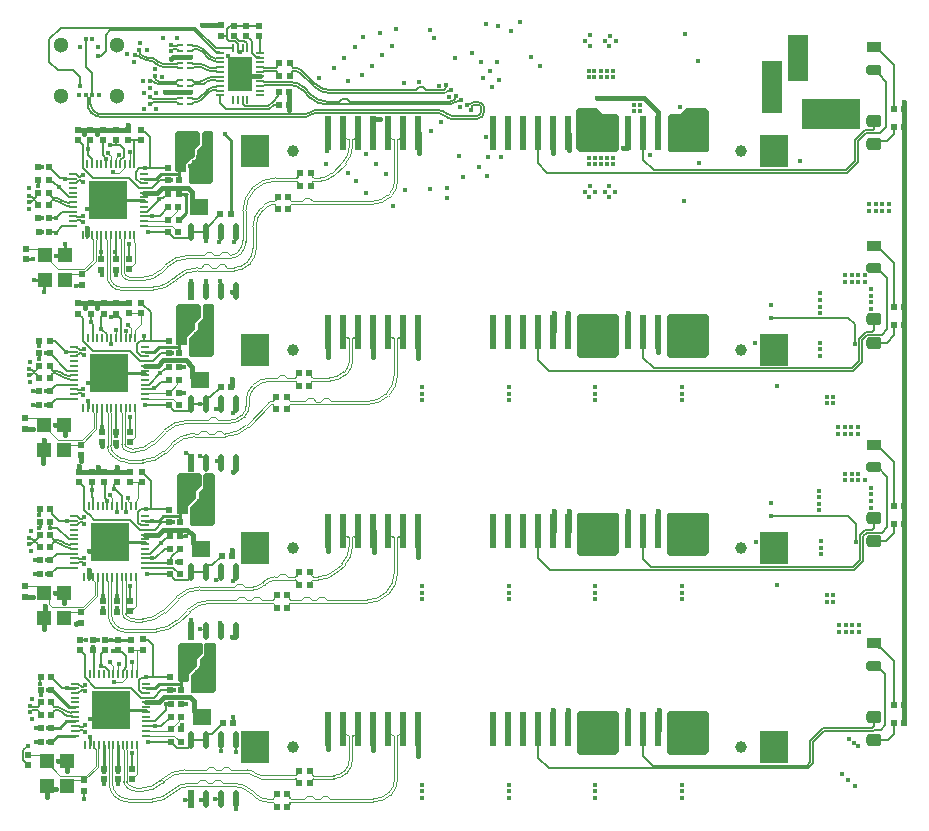
<source format=gtl>
G04*
G04 #@! TF.GenerationSoftware,Altium Limited,Altium Designer,24.0.1 (36)*
G04*
G04 Layer_Physical_Order=1*
G04 Layer_Color=191*
%FSLAX44Y44*%
%MOMM*%
G71*
G04*
G04 #@! TF.SameCoordinates,6F16000C-B149-46FA-B592-FBC60BD1AF14*
G04*
G04*
G04 #@! TF.FilePolarity,Positive*
G04*
G01*
G75*
%ADD10C,0.2032*%
%ADD14C,0.2540*%
%ADD15C,0.1524*%
%ADD17C,0.1270*%
%ADD18O,0.5000X1.5000*%
%ADD19R,0.5000X1.5000*%
%ADD20R,2.4000X2.8000*%
%ADD21R,0.6000X2.9000*%
%ADD22O,0.7000X0.2000*%
%ADD23O,0.2000X0.7000*%
%ADD24R,3.3000X3.3000*%
%ADD25R,0.5000X0.5000*%
%ADD26R,0.5000X0.5000*%
%ADD27R,1.6500X1.4000*%
%ADD28R,0.5650X0.2000*%
%ADD29R,1.2000X1.3000*%
%ADD30R,0.7500X0.8500*%
G04:AMPARAMS|DCode=31|XSize=1.27mm|YSize=1.016mm|CornerRadius=0.254mm|HoleSize=0mm|Usage=FLASHONLY|Rotation=180.000|XOffset=0mm|YOffset=0mm|HoleType=Round|Shape=RoundedRectangle|*
%AMROUNDEDRECTD31*
21,1,1.2700,0.5080,0,0,180.0*
21,1,0.7620,1.0160,0,0,180.0*
1,1,0.5080,-0.3810,0.2540*
1,1,0.5080,0.3810,0.2540*
1,1,0.5080,0.3810,-0.2540*
1,1,0.5080,-0.3810,-0.2540*
%
%ADD31ROUNDEDRECTD31*%
G04:AMPARAMS|DCode=32|XSize=1.27mm|YSize=0.889mm|CornerRadius=0mm|HoleSize=0mm|Usage=FLASHONLY|Rotation=0.000|XOffset=0mm|YOffset=0mm|HoleType=Round|Shape=Octagon|*
%AMOCTAGOND32*
4,1,8,0.6350,-0.2223,0.6350,0.2223,0.4128,0.4445,-0.4128,0.4445,-0.6350,0.2223,-0.6350,-0.2223,-0.4128,-0.4445,0.4128,-0.4445,0.6350,-0.2223,0.0*
%
%ADD32OCTAGOND32*%

%ADD33R,1.2700X0.8890*%
%ADD57C,0.1308*%
%ADD58C,0.1308*%
%ADD59C,0.1090*%
%ADD60C,0.1090*%
%ADD61R,0.7000X0.2000*%
%ADD62R,0.2000X0.7000*%
%ADD63R,2.0000X3.0000*%
%ADD64R,0.5650X0.4000*%
%ADD65C,0.3810*%
%ADD66C,0.1016*%
%ADD67C,0.1778*%
%ADD68C,0.0508*%
%ADD69C,1.0000*%
%ADD70C,1.3000*%
%ADD71R,1.8000X4.5000*%
%ADD72R,1.8000X4.0000*%
%ADD73R,5.0000X2.6000*%
%ADD74C,0.4000*%
G36*
X173228Y142748D02*
Y134874D01*
X168656Y130302D01*
Y124714D01*
X166116Y122174D01*
X161544Y117602D01*
Y112268D01*
X160528Y111252D01*
X153162D01*
X152146Y112268D01*
Y141986D01*
X154178Y144018D01*
X171958D01*
X173228Y142748D01*
D02*
G37*
G36*
X184404Y143002D02*
Y103632D01*
X182118Y101346D01*
X164592D01*
X163322Y102616D01*
Y116840D01*
X170688Y124206D01*
Y129540D01*
X174752Y133604D01*
X174752Y142748D01*
X176276Y144272D01*
X183134D01*
X184404Y143002D01*
D02*
G37*
G36*
X170826Y287782D02*
X172350Y286258D01*
Y276860D01*
X167778Y272288D01*
Y266700D01*
X165238Y264160D01*
X160666Y259588D01*
Y254254D01*
X159650Y253238D01*
X152284D01*
X151268Y254254D01*
Y286258D01*
X152792Y287782D01*
X170826Y287782D01*
D02*
G37*
G36*
X183526Y286512D02*
Y245618D01*
X181240Y243332D01*
X163714D01*
X162444Y244602D01*
Y258826D01*
X169810Y266192D01*
Y271526D01*
X173874Y275590D01*
Y286512D01*
X175144Y287782D01*
X182256D01*
X183526Y286512D01*
D02*
G37*
G36*
X524002Y86106D02*
X525526Y84582D01*
X525526Y51816D01*
X522732Y49022D01*
X492760D01*
X490474Y51308D01*
Y84582D01*
X491998Y86106D01*
X524002Y86106D01*
D02*
G37*
G36*
X600202D02*
X601726Y84582D01*
X601726Y51816D01*
X598932Y49022D01*
X568960D01*
X566674Y51308D01*
Y84582D01*
X568198Y86106D01*
X600202Y86106D01*
D02*
G37*
G36*
X524002Y254336D02*
X525526Y252812D01*
X525526Y220046D01*
X522732Y217252D01*
X492760D01*
X490474Y219538D01*
Y252812D01*
X491998Y254336D01*
X524002Y254336D01*
D02*
G37*
G36*
X600202D02*
X601726Y252812D01*
X601726Y220046D01*
X598932Y217252D01*
X568960D01*
X566674Y219538D01*
Y252812D01*
X568198Y254336D01*
X600202Y254336D01*
D02*
G37*
G36*
X170180Y430784D02*
X171704Y429260D01*
Y419862D01*
X167132Y415290D01*
Y409702D01*
X164592Y407162D01*
X160020Y402590D01*
Y397256D01*
X159004Y396240D01*
X151638D01*
X150622Y397256D01*
Y429260D01*
X152146Y430784D01*
X170180Y430784D01*
D02*
G37*
G36*
X182880Y429514D02*
Y388620D01*
X180594Y386334D01*
X163068D01*
X161798Y387604D01*
Y401828D01*
X169164Y409194D01*
Y414528D01*
X173228Y418592D01*
Y429514D01*
X174498Y430784D01*
X181610D01*
X182880Y429514D01*
D02*
G37*
G36*
X169672Y577342D02*
X171196Y575818D01*
Y566420D01*
X166624Y561848D01*
Y556260D01*
X164084Y553720D01*
X159512Y549148D01*
Y543814D01*
X158496Y542798D01*
X151130D01*
X150114Y543814D01*
Y575818D01*
X151638Y577342D01*
X169672Y577342D01*
D02*
G37*
G36*
X182372Y576072D02*
Y535178D01*
X180086Y532892D01*
X162560D01*
X161290Y534162D01*
Y548386D01*
X168656Y555752D01*
Y561086D01*
X172720Y565150D01*
Y576072D01*
X173990Y577342D01*
X181102D01*
X182372Y576072D01*
D02*
G37*
G36*
X524002Y422636D02*
X525526Y421112D01*
X525526Y388346D01*
X522732Y385552D01*
X492760D01*
X490474Y387838D01*
Y421112D01*
X491998Y422636D01*
X524002Y422636D01*
D02*
G37*
G36*
X600202D02*
X601726Y421112D01*
X601726Y388346D01*
X598932Y385552D01*
X568960D01*
X566674Y387838D01*
Y421112D01*
X568198Y422636D01*
X600202Y422636D01*
D02*
G37*
G36*
X507238Y596900D02*
X512318Y591820D01*
X523494D01*
X525526Y589788D01*
Y561594D01*
X523240Y559308D01*
X492506D01*
X489458Y562356D01*
Y594868D01*
X491490Y596900D01*
X507238D01*
D02*
G37*
G36*
X599694Y596646D02*
X601726Y594614D01*
Y560832D01*
X600202Y559308D01*
X568960D01*
X567182Y561086D01*
Y590296D01*
X568706Y591820D01*
X577596D01*
X581406Y595630D01*
X582422Y596646D01*
X599694D01*
D02*
G37*
D10*
X75375Y254089D02*
X77438Y252026D01*
X72626Y256828D02*
X75365Y254089D01*
X75375D01*
X81306Y248148D02*
X111968D01*
X77438Y252016D02*
X81306Y248148D01*
X77438Y252016D02*
Y252026D01*
X122058Y288980D02*
X129540Y281498D01*
Y257048D02*
Y281498D01*
Y257048D02*
X143506D01*
X124968D02*
X129540D01*
X120904D02*
X124968D01*
X90309Y267079D02*
Y279653D01*
X92626Y264229D02*
Y264762D01*
X90309Y267079D02*
X92626Y264762D01*
X90054Y279908D02*
X90309Y279653D01*
X128524Y546100D02*
X143582D01*
X124206D02*
X128524D01*
X120904Y578468D02*
X122388Y576984D01*
X124214D01*
X128524Y572674D01*
Y546100D02*
Y572674D01*
X123607Y399887D02*
Y403741D01*
Y399887D02*
X123698Y399796D01*
X129271D02*
X144344D01*
X123698D02*
X129271D01*
Y424123D01*
X121412Y431982D02*
X129271Y424123D01*
X122936Y146994D02*
X123666Y146264D01*
X127294D01*
X131572Y114808D02*
Y141986D01*
X127294Y146264D02*
X131572Y141986D01*
Y114808D02*
X145868D01*
X125476D02*
X131572D01*
X176022Y57404D02*
Y61684D01*
X163322D02*
X176022D01*
X103084Y136439D02*
X105034D01*
X108712Y123626D02*
Y132760D01*
X101600Y137923D02*
X103084Y136439D01*
X105034D02*
X108712Y132760D01*
X105504Y120098D02*
X106472Y121066D01*
Y121386D02*
X108712Y123626D01*
X105504Y117630D02*
Y120098D01*
X106472Y121066D02*
Y121386D01*
X100892Y137403D02*
X101506Y138017D01*
X96956Y137027D02*
X97332Y137403D01*
X100892D01*
X176022Y199898D02*
Y204070D01*
X163322D02*
X176022D01*
Y208267D01*
X149922Y197652D02*
X161101D01*
X163322Y199873D01*
X187960Y160758D02*
X188337Y160381D01*
X187960Y160758D02*
Y161290D01*
X188337Y154455D02*
X188722Y154070D01*
X188337Y154455D02*
Y160381D01*
X145389Y202184D02*
X149922Y197652D01*
X163322Y199873D02*
Y204070D01*
X176022Y208267D02*
X177393Y209638D01*
X181008D02*
X189302Y217932D01*
X177393Y209638D02*
X181008D01*
X148767Y487212D02*
X161951D01*
X163322Y488583D01*
Y491852D01*
X144235Y491744D02*
X148767Y487212D01*
X175972Y491802D02*
X176022Y491852D01*
X175972Y484428D02*
Y491802D01*
X175923Y484378D02*
X175972Y484428D01*
X163322Y491852D02*
X176022D01*
X178214Y497420D02*
X188286Y507492D01*
X177393Y497420D02*
X178214D01*
X176022Y496049D02*
X177393Y497420D01*
X176022Y491852D02*
Y496049D01*
X188411Y442163D02*
X188722Y441852D01*
X188100Y450088D02*
X188411Y449777D01*
Y442163D02*
Y449777D01*
X88510Y556751D02*
X91472Y553789D01*
X88510Y556751D02*
Y569079D01*
X88900Y569469D01*
X91472Y549176D02*
Y552889D01*
X106680Y555752D02*
Y562149D01*
X99568Y565315D02*
X103513D01*
X106680Y562149D01*
X94512Y565315D02*
X99568D01*
X99568Y565315D02*
Y569469D01*
X99568Y565315D02*
X99568Y565315D01*
X103472Y549176D02*
Y552544D01*
X106680Y555752D01*
X163322Y346564D02*
X170586D01*
X176022D01*
X160648Y340654D02*
X160990Y340996D01*
X161951D01*
X163322Y342367D01*
X149276Y340654D02*
X160648D01*
X163322Y342367D02*
Y346564D01*
X144743Y345186D02*
X149276Y340654D01*
X177393Y352132D02*
X179666D01*
X176022Y350761D02*
X177393Y352132D01*
X176022Y346564D02*
Y350761D01*
X179666Y352132D02*
X188468Y360934D01*
X187351Y297942D02*
X188722Y296571D01*
Y296564D02*
Y296571D01*
X185166Y297942D02*
X187351D01*
X104344Y407043D02*
Y418293D01*
X102790Y419847D02*
X104344Y418293D01*
X103980Y402618D02*
Y406679D01*
X104344Y407043D01*
X78740Y415266D02*
X79980Y414025D01*
X78740Y415266D02*
Y422911D01*
X79980Y402618D02*
Y414025D01*
X91964Y405102D02*
Y405422D01*
X88179Y409207D02*
X91964Y405422D01*
X87274Y409586D02*
Y420776D01*
X89408Y422910D01*
X87642Y409207D02*
X88179D01*
X100076Y419847D02*
X102790D01*
X95387D02*
X100076D01*
Y422911D01*
X104727Y263481D02*
Y268769D01*
X98273Y274574D02*
X98576D01*
X100373Y272777D01*
X104727Y268769D01*
X98421Y274721D02*
Y277607D01*
X100722Y279909D01*
X98273Y274574D02*
X98421Y274721D01*
X98044Y274574D02*
X98273D01*
X183642Y11684D02*
X188722D01*
X151348Y55118D02*
X160953D01*
X163322Y57487D01*
X146267Y60198D02*
X151348Y55118D01*
X163322Y57487D02*
Y61684D01*
X177393Y67252D02*
X181370D01*
X176022Y61684D02*
Y65881D01*
X181370Y67252D02*
X190064Y75946D01*
X176022Y65881D02*
X177393Y67252D01*
X58380Y374618D02*
X63980D01*
X43616Y389382D02*
X58380Y374618D01*
X71472Y549176D02*
Y565561D01*
Y546388D02*
Y549176D01*
X123980Y382618D02*
X131477D01*
X119854D02*
X123980D01*
X71980Y402618D02*
Y419003D01*
Y399778D02*
Y402618D01*
X72626Y259616D02*
Y276001D01*
Y256828D02*
Y259616D01*
X73504Y117630D02*
Y134015D01*
Y114822D02*
Y117630D01*
X99472Y474472D02*
Y489176D01*
X75758Y562102D02*
Y566995D01*
Y557464D02*
Y562102D01*
X51308Y530098D02*
X60230Y521176D01*
X46910Y534496D02*
X51308Y530098D01*
X87472Y474472D02*
Y489176D01*
X117602Y396920D02*
X120478Y399796D01*
X123698D01*
X117602Y390208D02*
Y396920D01*
Y390208D02*
X121192Y386618D01*
X125956Y509192D02*
X126908Y510144D01*
X136144Y520446D02*
X136355Y520657D01*
X140013D01*
X127228Y510144D02*
X135824Y518740D01*
Y519904D02*
X136201Y520280D01*
X140013Y520657D02*
X141620Y522264D01*
X126908Y510144D02*
X127228D01*
X135824Y518740D02*
Y519904D01*
X141620Y522264D02*
X142534D01*
X144018Y523748D01*
X121192Y386618D02*
X123980D01*
X79472Y549176D02*
Y553750D01*
X75758Y557464D02*
X79472Y553750D01*
X75758Y566995D02*
X78232Y569469D01*
X79386Y279909D02*
X79444Y279851D01*
Y273870D02*
Y279851D01*
Y273870D02*
X79502Y273812D01*
X121688Y101630D02*
X125504D01*
X119008Y104310D02*
Y112346D01*
Y104310D02*
X121688Y101630D01*
X121093Y114431D02*
X125099D01*
X125476Y114808D01*
X119008Y112346D02*
X121093Y114431D01*
X118618Y253978D02*
X118618Y254762D01*
X120904Y257048D01*
X143506D02*
X144990Y256794D01*
X118618Y245808D02*
Y253978D01*
Y245808D02*
X120810Y243616D01*
X124626D01*
X120684Y533176D02*
X123472D01*
X116840Y537020D02*
X120684Y533176D01*
X116840Y537020D02*
Y543052D01*
X123829Y545723D02*
X124206Y546100D01*
X119511Y545723D02*
X123829D01*
X116840Y543052D02*
X119511Y545723D01*
X51308Y247650D02*
X58166D01*
X45709Y253249D02*
X51308Y247650D01*
X45709Y253249D02*
Y255601D01*
X44356Y241736D02*
X49856D01*
X44356Y240698D02*
Y241736D01*
Y246286D01*
X49856Y241736D02*
X59976Y231616D01*
X44262Y246380D02*
X44356Y246286D01*
X59976Y231616D02*
X64626D01*
X49502Y219616D02*
X64626D01*
X41286Y214376D02*
X44262D01*
X49502Y219616D01*
X41358Y202184D02*
X44334D01*
X49766Y207616D01*
X58166Y247616D02*
X64626D01*
X124626Y219616D02*
X128430D01*
X141833Y233019D01*
X144003D01*
X145172Y234188D01*
X88642Y183874D02*
Y199600D01*
X88646Y184150D02*
X88784Y184012D01*
Y179644D02*
X88922Y179506D01*
X88784Y179644D02*
Y184012D01*
X100722Y179506D02*
X100780Y179564D01*
Y184092D01*
X100838Y184150D01*
X100642Y184034D02*
Y199600D01*
X141008Y223558D02*
X145352D01*
X130325Y215521D02*
X130540Y215736D01*
X133186D02*
X141008Y223558D01*
X130540Y215736D02*
X133186D01*
X130246Y215600D02*
X130325Y215521D01*
X124626Y215616D02*
X124642Y215600D01*
X130246D01*
X142148Y232704D02*
X143688D01*
X145172Y234188D01*
X104642Y263396D02*
X104727Y263481D01*
X104642Y262100D02*
Y263396D01*
X87838Y327213D02*
X87861Y327190D01*
X87964Y342602D02*
X87980Y342618D01*
X87964Y327339D02*
Y342602D01*
X87838Y327213D02*
X87964Y327339D01*
X87861Y322785D02*
X87884Y322762D01*
X87861Y322785D02*
Y327190D01*
X100076Y322508D02*
X100159Y322425D01*
Y319614D02*
X100241Y319532D01*
X100159Y319614D02*
Y322425D01*
X99980Y322604D02*
Y342618D01*
X142860Y376214D02*
X144344Y377698D01*
X141264Y376214D02*
X142860D01*
X137414Y372364D02*
X141264Y376214D01*
X137414Y372364D02*
X137414D01*
X126464Y362634D02*
X127418D01*
X137148Y372364D01*
X123980Y358618D02*
X130721D01*
X132152Y359410D02*
X137740Y364998D01*
X130721Y358618D02*
X131735Y359632D01*
X132267D01*
X137740Y364998D02*
X142069D01*
X124714Y345186D02*
X144743D01*
X57184Y390618D02*
X57290D01*
X63964Y390634D02*
X63980Y390618D01*
X57308Y390634D02*
X63964D01*
X57290Y390652D02*
X57308Y390634D01*
X111506Y322512D02*
X111569Y322575D01*
Y335544D01*
X111633Y335607D01*
X142069Y364998D02*
X142109Y365038D01*
X143259D02*
X144743Y366522D01*
X142109Y365038D02*
X143259D01*
X130717Y505553D02*
X136708D01*
X123488Y505192D02*
X129619D01*
X130556Y505714D02*
X130717Y505553D01*
X123472Y505176D02*
X123488Y505192D01*
X129619D02*
X130071Y505644D01*
X130604D01*
X136708Y505553D02*
X144235Y513080D01*
X143582Y546100D02*
X143836Y546354D01*
X136906Y535686D02*
X143836D01*
X54454Y497176D02*
X63472D01*
X48768Y491490D02*
X54454Y497176D01*
X48768Y503936D02*
X54008Y509176D01*
X63472D01*
X43235Y503809D02*
X48641D01*
X43108Y503936D02*
X43235Y503809D01*
X43108Y535940D02*
X44552Y534496D01*
X46910D01*
X60230Y521176D02*
X63472D01*
X48641Y491617D02*
X48768Y491490D01*
X43362Y491744D02*
X43489Y491617D01*
X48641D01*
Y503809D02*
X48768Y503682D01*
X87249Y469447D02*
X87376Y469320D01*
X87249Y469447D02*
Y474599D01*
X87122Y474726D02*
X87249Y474599D01*
X99441Y469193D02*
X99568Y469066D01*
X99441Y469193D02*
Y474599D01*
X99314Y474726D02*
X99441Y474599D01*
X42886Y546829D02*
X52129Y537587D01*
X47973Y399828D02*
X57184Y390618D01*
X43837Y399828D02*
X47973D01*
X56914Y537192D02*
X63456D01*
X52129Y537587D02*
X56519D01*
X56914Y537192D01*
X63456D02*
X63472Y537176D01*
X110998Y468816D02*
X111125Y468943D01*
Y482030D01*
X111252Y482157D01*
X121362Y97646D02*
X125488D01*
X112846Y106162D02*
X121362Y97646D01*
X82164Y106162D02*
X112846D01*
X73504Y114822D02*
X82164Y106162D01*
X111959Y536578D02*
X119361Y529176D01*
X74258Y543644D02*
X80194Y537708D01*
X123472Y529176D02*
X130396D01*
X111944Y536578D02*
X111959D01*
X119361Y529176D02*
X123472D01*
X110814Y537708D02*
X111944Y536578D01*
X80194Y537708D02*
X110814D01*
X74216Y543644D02*
X74258D01*
X71472Y546388D02*
X74216Y543644D01*
X111322Y391150D02*
X119854Y382618D01*
X80608Y391150D02*
X111322D01*
X71980Y399778D02*
X80608Y391150D01*
X126746Y491744D02*
X144235D01*
X79502Y267462D02*
Y273812D01*
Y267462D02*
X80626Y266338D01*
Y259616D02*
Y266338D01*
X40767Y357251D02*
X43489D01*
X43616Y357378D01*
X40640Y357124D02*
X40767Y357251D01*
X40712Y345186D02*
X43688D01*
X112036Y179510D02*
Y192631D01*
X127000Y60198D02*
X146267D01*
X145135Y202438D02*
X145389Y202184D01*
X126238Y202692D02*
X126492Y202438D01*
X145135D01*
X145352Y223558D02*
X145389Y223520D01*
X139205Y246126D02*
X144990D01*
X132695Y239616D02*
X139205Y246126D01*
X124626Y239616D02*
X132695D01*
X125520Y73614D02*
X133026D01*
X133232Y73408D01*
X138280Y73546D02*
X146267Y81534D01*
X132965Y74037D02*
X133455Y73546D01*
X138280D01*
X125504Y73630D02*
X125520Y73614D01*
X87493Y124343D02*
Y134483D01*
X90932Y137922D01*
X87884Y123811D02*
X90111D01*
X87493Y124343D02*
X87884Y123952D01*
X93504Y117630D02*
Y120418D01*
X90111Y123811D02*
X93504Y120418D01*
X113030Y37270D02*
Y50631D01*
X45140Y115062D02*
X54161Y106041D01*
X58297D02*
X58674Y105664D01*
X54161Y106041D02*
X58297D01*
X132494Y77630D02*
X141869Y87005D01*
X125504Y77630D02*
X132494D01*
X141869Y87005D02*
Y92133D01*
X141904Y92167D02*
X146015D01*
X146050Y92202D01*
X141869Y92133D02*
X141904Y92167D01*
X80264Y137923D02*
Y140899D01*
X81504Y117630D02*
Y136683D01*
X80264Y137923D02*
X81504Y136683D01*
X143925Y535774D02*
X146724D01*
X143836Y535686D02*
X143925Y535774D01*
X146724D02*
X146812Y535863D01*
X144344Y389128D02*
X147320D01*
X125488Y97646D02*
X125504Y97630D01*
X131666D01*
X111968Y248148D02*
X120484Y239632D01*
X124610D02*
X124626Y239616D01*
X120484Y239632D02*
X124610D01*
X69053Y137379D02*
X69596Y137923D01*
X73504Y134015D01*
X145868Y104140D02*
X148844D01*
X131666Y97630D02*
X138176Y104140D01*
X145868D01*
X49766Y207616D02*
X64626D01*
X100626Y199616D02*
X100642Y199600D01*
X88626Y199616D02*
X88642Y199600D01*
X68718Y279909D02*
X72626Y276001D01*
X68072Y422911D02*
X71980Y419003D01*
X43616Y357378D02*
X48856Y362618D01*
X63980D01*
X49120Y350618D02*
X63980D01*
X43688Y345186D02*
X49120Y350618D01*
X131477Y382618D02*
X137987Y389128D01*
X144344D01*
X67564Y569469D02*
X71472Y565561D01*
X130396Y529176D02*
X136906Y535686D01*
D14*
X191770Y574802D02*
X197286Y569286D01*
Y507492D02*
Y569286D01*
X95504Y146922D02*
X101600D01*
X90932Y146922D02*
X90932Y146922D01*
X95504D01*
X95504Y146922D01*
X101600D02*
X101600Y146923D01*
X101741Y146782D02*
X112127D01*
X112268Y146640D01*
X101679Y146844D02*
X101741Y146782D01*
X38862Y441166D02*
Y450628D01*
X39506Y451272D01*
X39166Y451612D02*
X39506Y451272D01*
X201422Y3556D02*
Y11684D01*
X199064Y75946D02*
Y81208D01*
X153018Y523748D02*
X159588D01*
X93472Y519176D02*
X123472D01*
X93980Y372618D02*
X123980D01*
X94626Y229616D02*
X124626D01*
X95504Y87630D02*
X125504D01*
X56506Y472272D02*
X56642Y472408D01*
X55658Y471424D02*
X56506Y472272D01*
X158914Y508308D02*
Y523632D01*
X153018Y502412D02*
X158914Y508308D01*
X30480Y451612D02*
X39166D01*
X56642Y472408D02*
Y481584D01*
X154172Y234188D02*
X158750D01*
X153090Y394208D02*
X153344Y394462D01*
X123980Y390618D02*
X132295D01*
X135885Y394208D02*
X153090D01*
X132295Y390618D02*
X135885Y394208D01*
X197195Y507583D02*
X197286Y507492D01*
X34108Y546608D02*
X37084D01*
X34108Y535940D02*
X34108Y535940D01*
Y531296D02*
Y535940D01*
Y531296D02*
X34108Y531296D01*
X34425Y491808D02*
X37274D01*
X34362Y491744D02*
X34425Y491808D01*
X37274D02*
X37338Y491871D01*
X34108Y503936D02*
X37084D01*
X23622Y468702D02*
X23713Y468793D01*
X29891D02*
X29982Y468884D01*
X23713Y468793D02*
X29891D01*
X70819Y446811D02*
X71120Y447112D01*
X66309Y446811D02*
X70819D01*
X66030Y446532D02*
X66309Y446811D01*
X87376Y460066D02*
X87503Y459939D01*
Y455803D02*
Y459939D01*
Y455803D02*
X87630Y455676D01*
X99695Y455803D02*
X99822Y455676D01*
X99695Y455803D02*
Y459939D01*
X99568Y460066D02*
X99695Y459939D01*
X49030Y471424D02*
X55658D01*
X123472Y537176D02*
X133726D01*
X34616Y400050D02*
X34707Y399959D01*
Y395315D02*
Y399959D01*
Y395315D02*
X34798Y395224D01*
X34660Y384782D02*
Y389338D01*
X34616Y389382D02*
X34660Y389338D01*
Y384782D02*
X34704Y384738D01*
X34489Y357505D02*
X34616Y357378D01*
X30099Y357505D02*
X34489D01*
X29972Y357632D02*
X30099Y357505D01*
X29972Y345186D02*
X34688D01*
X153344Y377698D02*
X157366D01*
X153526Y355854D02*
X157366D01*
X77545Y57671D02*
Y63967D01*
X77586Y64008D01*
X77504Y57630D02*
X77545Y57671D01*
X85852Y364490D02*
X93980Y372618D01*
X76062Y364490D02*
X85852D01*
X76021Y342659D02*
Y348955D01*
X75980Y342618D02*
X76021Y342659D01*
Y348955D02*
X76062Y348996D01*
X85344Y511048D02*
X93472Y519176D01*
X75554Y511048D02*
X85344D01*
X130326Y247616D02*
X136026D01*
X124626D02*
X130326D01*
X35157Y241844D02*
Y246275D01*
X35262Y246380D01*
X35052Y241739D02*
X35157Y241844D01*
X35030Y252454D02*
Y256816D01*
X35262Y257048D01*
X34798Y252222D02*
X35030Y252454D01*
X31242Y214376D02*
X35262D01*
X31242Y202184D02*
X35334D01*
X88911Y170517D02*
Y173471D01*
X88900Y173482D02*
X88911Y173471D01*
Y170517D02*
X88922Y170506D01*
X100722D02*
X100780Y170564D01*
Y173424D01*
X100838Y173482D01*
X154108Y212789D02*
X154172Y212852D01*
X151196Y212725D02*
X151259Y212789D01*
X154108D01*
X154868Y109474D02*
Y114808D01*
Y104140D02*
Y109474D01*
X154360Y108966D02*
X154868Y109474D01*
X132814Y105630D02*
X136150Y108966D01*
X154360D01*
X125504Y105630D02*
X132814D01*
X153990Y251460D02*
Y256794D01*
Y246126D02*
Y251460D01*
X139870D02*
X153990D01*
X136026Y247616D02*
X139870Y251460D01*
X152836Y541020D02*
Y546354D01*
Y535686D02*
Y541020D01*
X133726Y537176D02*
X137570Y541020D01*
X152836D01*
X153344Y394462D02*
Y399796D01*
Y389128D02*
Y394462D01*
X58674Y105664D02*
X58691Y105647D01*
X65487D01*
X65504Y105630D01*
X89710Y37726D02*
X89916Y37520D01*
X89710Y37726D02*
Y57424D01*
X89504Y57630D02*
X89710Y57424D01*
X89916Y34544D02*
Y37520D01*
X101552Y37568D02*
X101600Y37520D01*
Y34544D02*
Y37520D01*
X101504Y57630D02*
X101552Y57582D01*
Y37568D02*
Y57582D01*
X45140Y72390D02*
X52337D01*
X42164D02*
X45140D01*
X42299Y60135D02*
X45149D01*
X42236Y60071D02*
X42299Y60135D01*
X45149D02*
X50644Y65630D01*
X42164Y104433D02*
X45101D01*
X46370Y103164D01*
X59904Y89630D02*
X65504D01*
X46370Y103164D02*
X46370D01*
X59904Y89630D01*
X50644Y65630D02*
X65504D01*
X52337Y72390D02*
X57577Y77630D01*
X65504D01*
D15*
X21376Y53126D02*
X25146Y56896D01*
X21376Y44808D02*
X25654Y40530D01*
X21376Y44808D02*
Y53126D01*
X72898Y18614D02*
X73152Y18360D01*
Y12192D02*
Y18360D01*
X155325Y71142D02*
Y74799D01*
X155050Y70866D02*
X155325Y71142D01*
X36140Y99750D02*
Y104394D01*
X35786Y109516D02*
Y114708D01*
X155050Y92202D02*
X159300D01*
X69596Y146923D02*
X69903Y146616D01*
X74346D01*
X80264Y146923D02*
X80596Y146591D01*
X84954D01*
X101600Y146923D02*
X101679Y146844D01*
X31890Y72390D02*
X36140D01*
X31962Y60198D02*
X36212D01*
X89916Y24270D02*
Y28520D01*
X101600Y24270D02*
Y28520D01*
X654304Y251714D02*
X719456D01*
X726034Y229559D02*
Y245137D01*
X719456Y251714D02*
X726034Y245137D01*
X725272Y397415D02*
Y413918D01*
X654304Y419354D02*
X719836D01*
X725272Y413918D01*
X132842Y629666D02*
Y629920D01*
X138684Y623570D02*
Y623824D01*
D17*
X160316Y304570D02*
X161530Y303356D01*
X159004Y305093D02*
X159526Y304570D01*
X160316D01*
X161530Y298356D02*
Y303356D01*
X171702Y301738D02*
X174299D01*
X171180Y302260D02*
X171702Y301738D01*
X174299D02*
Y301749D01*
X161530Y298356D02*
X163322Y296564D01*
Y154070D02*
Y163830D01*
X176022Y296564D02*
Y300026D01*
X174299Y301749D02*
X176022Y300026D01*
X163322Y441852D02*
X163487Y442017D01*
Y450850D01*
X187096Y484355D02*
X188023Y485281D01*
Y491153D01*
X187096Y483616D02*
Y484355D01*
X199784Y484428D02*
X201422Y486067D01*
X199784Y483690D02*
Y484428D01*
X201422Y486067D02*
Y491852D01*
X158496Y11430D02*
X163068D01*
X163322Y11684D01*
X171958Y11430D02*
X175768D01*
X176022Y11684D01*
X201422Y52070D02*
Y61684D01*
X208474Y653951D02*
X210613Y651812D01*
Y647969D02*
Y651812D01*
X203876Y653951D02*
X208474D01*
X199644Y658182D02*
X203876Y653951D01*
X210613Y647969D02*
X210977Y647604D01*
X146774Y214454D02*
Y216404D01*
X143936Y211616D02*
X146774Y214454D01*
Y216404D02*
X153890Y223520D01*
X124626Y207616D02*
X148457D01*
X153890Y202184D01*
X124626Y211616D02*
X143936D01*
X187978Y600946D02*
Y607601D01*
X192786Y596138D02*
X229645D01*
X187978Y600946D02*
X192786Y596138D01*
X228600Y598424D02*
X232410Y602234D01*
X229645Y596138D02*
X233201Y599694D01*
X238066D01*
X209296Y598424D02*
X228600D01*
X207344Y600376D02*
X209296Y598424D01*
X206980Y603601D02*
X207344Y603236D01*
Y600376D02*
Y603236D01*
X221978Y643603D02*
Y657370D01*
X221234Y658114D02*
X221978Y657370D01*
X210312Y658114D02*
X214986Y653440D01*
Y643761D02*
Y653440D01*
Y643761D02*
X218779Y639967D01*
X221613D01*
X221978Y639603D01*
D18*
X201422Y491852D02*
D03*
X188722D02*
D03*
X176022D02*
D03*
X163322D02*
D03*
X201422Y441852D02*
D03*
X188722D02*
D03*
X176022D02*
D03*
X201422Y204070D02*
D03*
X188722D02*
D03*
X176022D02*
D03*
X163322D02*
D03*
X201422Y154070D02*
D03*
X188722D02*
D03*
X176022D02*
D03*
X201422Y346564D02*
D03*
X188722D02*
D03*
X176022D02*
D03*
X163322D02*
D03*
X201422Y296564D02*
D03*
X188722D02*
D03*
X176022D02*
D03*
X201422Y61684D02*
D03*
X188722D02*
D03*
X176022D02*
D03*
X163322D02*
D03*
X201422Y11684D02*
D03*
X188722D02*
D03*
X176022D02*
D03*
D19*
X163322Y441852D02*
D03*
Y154070D02*
D03*
Y296564D02*
D03*
Y11684D02*
D03*
D20*
X217504Y392425D02*
D03*
X656904D02*
D03*
X217504Y224125D02*
D03*
X656904D02*
D03*
X217504Y55896D02*
D03*
X656904D02*
D03*
X217504Y560726D02*
D03*
X656904D02*
D03*
D21*
X279604Y407425D02*
D03*
X292304D02*
D03*
X305004D02*
D03*
X317703D02*
D03*
X330404D02*
D03*
X343103D02*
D03*
X355803D02*
D03*
X419304D02*
D03*
X432004D02*
D03*
X444703D02*
D03*
X457403D02*
D03*
X470103D02*
D03*
X482803D02*
D03*
X495504D02*
D03*
X508204D02*
D03*
X520904D02*
D03*
X533604D02*
D03*
X546303D02*
D03*
X559003D02*
D03*
X571703D02*
D03*
X584403D02*
D03*
X597104D02*
D03*
X279604Y239125D02*
D03*
X292304D02*
D03*
X305004D02*
D03*
X317703D02*
D03*
X330404D02*
D03*
X343103D02*
D03*
X355803D02*
D03*
X419304D02*
D03*
X432004D02*
D03*
X444703D02*
D03*
X457403D02*
D03*
X470103D02*
D03*
X482803D02*
D03*
X495504D02*
D03*
X508204D02*
D03*
X520904D02*
D03*
X533604D02*
D03*
X546303D02*
D03*
X559003D02*
D03*
X571703D02*
D03*
X584403D02*
D03*
X597104D02*
D03*
X279604Y70896D02*
D03*
X292304D02*
D03*
X305004D02*
D03*
X317703D02*
D03*
X330404D02*
D03*
X343103D02*
D03*
X355803D02*
D03*
X419304D02*
D03*
X432004D02*
D03*
X444703D02*
D03*
X457403D02*
D03*
X470103D02*
D03*
X482803D02*
D03*
X495504D02*
D03*
X508204D02*
D03*
X520904D02*
D03*
X533604D02*
D03*
X546303D02*
D03*
X559003D02*
D03*
X571703D02*
D03*
X584403D02*
D03*
X597104D02*
D03*
X279604Y575726D02*
D03*
X292304D02*
D03*
X305004D02*
D03*
X317703D02*
D03*
X330404D02*
D03*
X343103D02*
D03*
X355803D02*
D03*
X419304D02*
D03*
X432004D02*
D03*
X444703D02*
D03*
X457403D02*
D03*
X470103D02*
D03*
X482803D02*
D03*
X495504D02*
D03*
X508204D02*
D03*
X520904D02*
D03*
X533604D02*
D03*
X546303D02*
D03*
X559003D02*
D03*
X571703D02*
D03*
X584403D02*
D03*
X597104D02*
D03*
D22*
X63980Y350618D02*
D03*
Y354618D02*
D03*
Y362618D02*
D03*
Y358618D02*
D03*
Y378618D02*
D03*
Y382618D02*
D03*
Y370618D02*
D03*
Y374618D02*
D03*
Y390618D02*
D03*
Y394618D02*
D03*
Y386618D02*
D03*
Y366618D02*
D03*
X123980Y350618D02*
D03*
Y354618D02*
D03*
Y362618D02*
D03*
Y366618D02*
D03*
Y358618D02*
D03*
Y378618D02*
D03*
Y382618D02*
D03*
Y370618D02*
D03*
Y374618D02*
D03*
Y390618D02*
D03*
Y394618D02*
D03*
Y386618D02*
D03*
X63472Y501176D02*
D03*
Y505176D02*
D03*
X64626Y211616D02*
D03*
Y215616D02*
D03*
X65504Y69630D02*
D03*
Y73630D02*
D03*
X63472Y533176D02*
D03*
Y541176D02*
D03*
X64626Y243616D02*
D03*
Y251616D02*
D03*
X65504Y101630D02*
D03*
Y109630D02*
D03*
Y81630D02*
D03*
X64626Y223616D02*
D03*
X65504Y85630D02*
D03*
X64626Y227616D02*
D03*
X63472Y513176D02*
D03*
Y517176D02*
D03*
Y537176D02*
D03*
Y529176D02*
D03*
Y525176D02*
D03*
Y521176D02*
D03*
Y509176D02*
D03*
Y497176D02*
D03*
X123472D02*
D03*
Y501176D02*
D03*
Y505176D02*
D03*
Y509176D02*
D03*
Y513176D02*
D03*
Y517176D02*
D03*
Y521176D02*
D03*
Y525176D02*
D03*
Y529176D02*
D03*
Y533176D02*
D03*
Y537176D02*
D03*
Y541176D02*
D03*
X65504Y105630D02*
D03*
Y97630D02*
D03*
Y93630D02*
D03*
Y89630D02*
D03*
Y77630D02*
D03*
Y65630D02*
D03*
X125504D02*
D03*
Y69630D02*
D03*
Y73630D02*
D03*
Y77630D02*
D03*
Y81630D02*
D03*
Y85630D02*
D03*
Y89630D02*
D03*
Y93630D02*
D03*
Y97630D02*
D03*
Y101630D02*
D03*
Y105630D02*
D03*
Y109630D02*
D03*
X64626Y247616D02*
D03*
Y239616D02*
D03*
Y235616D02*
D03*
Y231616D02*
D03*
Y219616D02*
D03*
Y207616D02*
D03*
X124626D02*
D03*
Y211616D02*
D03*
Y215616D02*
D03*
Y219616D02*
D03*
Y223616D02*
D03*
Y227616D02*
D03*
Y231616D02*
D03*
Y235616D02*
D03*
Y239616D02*
D03*
Y243616D02*
D03*
Y247616D02*
D03*
Y251616D02*
D03*
D23*
X87980Y342618D02*
D03*
X83980D02*
D03*
X71980D02*
D03*
X79980D02*
D03*
X75980D02*
D03*
X87980Y402618D02*
D03*
X71980D02*
D03*
X83980D02*
D03*
X75980D02*
D03*
X79980D02*
D03*
X107980Y342618D02*
D03*
X103980D02*
D03*
X115980D02*
D03*
X111980D02*
D03*
X91980D02*
D03*
X99980D02*
D03*
X95980D02*
D03*
X111980Y402618D02*
D03*
X115980D02*
D03*
X95980D02*
D03*
X91980D02*
D03*
X107980D02*
D03*
X99980D02*
D03*
X103980D02*
D03*
X115472Y549176D02*
D03*
X111472D02*
D03*
X107472D02*
D03*
X103472D02*
D03*
X99472D02*
D03*
X95472D02*
D03*
X91472D02*
D03*
X87472D02*
D03*
X83472D02*
D03*
X79472D02*
D03*
X75472D02*
D03*
X71472D02*
D03*
Y489176D02*
D03*
X75472D02*
D03*
X79472D02*
D03*
X83472D02*
D03*
X87472D02*
D03*
X91472D02*
D03*
X95472D02*
D03*
X99472D02*
D03*
X103472D02*
D03*
X107472D02*
D03*
X111472D02*
D03*
X115472D02*
D03*
X117504Y117630D02*
D03*
X113504D02*
D03*
X109504D02*
D03*
X105504D02*
D03*
X101504D02*
D03*
X97504D02*
D03*
X93504D02*
D03*
X89504D02*
D03*
X85504D02*
D03*
X81504D02*
D03*
X77504D02*
D03*
X73504D02*
D03*
Y57630D02*
D03*
X77504D02*
D03*
X81504D02*
D03*
X85504D02*
D03*
X89504D02*
D03*
X93504D02*
D03*
X97504D02*
D03*
X101504D02*
D03*
X105504D02*
D03*
X109504D02*
D03*
X113504D02*
D03*
X117504D02*
D03*
X116626Y259616D02*
D03*
X112626D02*
D03*
X108626D02*
D03*
X104626D02*
D03*
X100626D02*
D03*
X96626D02*
D03*
X92626D02*
D03*
X88626D02*
D03*
X84626D02*
D03*
X80626D02*
D03*
X76626D02*
D03*
X72626D02*
D03*
Y199616D02*
D03*
X76626D02*
D03*
X80626D02*
D03*
X84626D02*
D03*
X88626D02*
D03*
X92626D02*
D03*
X96626D02*
D03*
X100626D02*
D03*
X104626D02*
D03*
X108626D02*
D03*
X112626D02*
D03*
X116626D02*
D03*
D24*
X93980Y372618D02*
D03*
X93472Y519176D02*
D03*
X95504Y87630D02*
D03*
X94626Y229616D02*
D03*
D25*
X87376Y469066D02*
D03*
Y460066D02*
D03*
X79386Y288909D02*
D03*
Y279909D02*
D03*
X113030Y37270D02*
D03*
Y28770D02*
D03*
X188976Y666932D02*
D03*
Y657932D02*
D03*
X210312Y666614D02*
D03*
X199644Y666682D02*
D03*
X221234Y666614D02*
D03*
X68072Y422911D02*
D03*
X67564Y569469D02*
D03*
X69596Y137923D02*
D03*
X68718Y279909D02*
D03*
X78232Y578469D02*
D03*
X99568Y460066D02*
D03*
Y578469D02*
D03*
X67564D02*
D03*
X71120Y447112D02*
D03*
X23622Y468702D02*
D03*
X88900Y578469D02*
D03*
X110236Y578186D02*
D03*
X112268Y146640D02*
D03*
X111390Y288626D02*
D03*
X110744Y431628D02*
D03*
X72898Y18614D02*
D03*
X25654Y40530D02*
D03*
X70358Y161108D02*
D03*
X23114Y182952D02*
D03*
X90932Y146922D02*
D03*
X69596Y146923D02*
D03*
X90054Y288908D02*
D03*
X68718Y288909D02*
D03*
X101600Y28520D02*
D03*
X89916D02*
D03*
X80264Y146923D02*
D03*
X101600D02*
D03*
X88922Y170506D02*
D03*
X100722Y288909D02*
D03*
Y170506D02*
D03*
X70104Y303022D02*
D03*
X22860Y325192D02*
D03*
X89408Y431910D02*
D03*
X68072Y431911D02*
D03*
X87884Y313762D02*
D03*
X100076Y431911D02*
D03*
Y313508D02*
D03*
X78740Y431911D02*
D03*
X199644Y658182D02*
D03*
X210312Y658114D02*
D03*
X221234D02*
D03*
X101600Y37520D02*
D03*
X88922Y179506D02*
D03*
X70358Y170108D02*
D03*
X23114Y191952D02*
D03*
X87884Y322762D02*
D03*
X100722Y179506D02*
D03*
X112036Y171010D02*
D03*
Y179510D02*
D03*
X99568Y569469D02*
D03*
X110236Y569686D02*
D03*
X110998Y460316D02*
D03*
Y468816D02*
D03*
X99568Y469066D02*
D03*
X120904Y569468D02*
D03*
Y578468D02*
D03*
X78232Y569469D02*
D03*
X88900D02*
D03*
X71120Y456112D02*
D03*
X23622Y477702D02*
D03*
X70104Y312022D02*
D03*
X22860Y334192D02*
D03*
X121412Y422982D02*
D03*
Y431982D02*
D03*
X78740Y422911D02*
D03*
X100076D02*
D03*
X89408Y422910D02*
D03*
X110744Y423128D02*
D03*
X111506Y314012D02*
D03*
Y322512D02*
D03*
X100076Y322508D02*
D03*
X122058Y279980D02*
D03*
Y288980D02*
D03*
X111390Y280126D02*
D03*
X90054Y279908D02*
D03*
X100722Y279909D02*
D03*
X112268Y138140D02*
D03*
X72898Y27614D02*
D03*
X25654Y49530D02*
D03*
X90932Y137922D02*
D03*
X89916Y37520D02*
D03*
X80264Y137923D02*
D03*
X101600D02*
D03*
X122936Y146994D02*
D03*
Y137994D02*
D03*
D26*
X144743Y366522D02*
D03*
X153244D02*
D03*
X145389Y223520D02*
D03*
X153890D02*
D03*
X146267Y81534D02*
D03*
X154768D02*
D03*
X45140Y93726D02*
D03*
X36140D02*
D03*
X43616Y368046D02*
D03*
Y378714D02*
D03*
X34108Y514604D02*
D03*
Y525272D02*
D03*
X34616Y368046D02*
D03*
Y378714D02*
D03*
X35262Y225044D02*
D03*
Y235712D02*
D03*
X36140Y83058D02*
D03*
X238070Y624332D02*
D03*
Y635000D02*
D03*
X247070D02*
D03*
Y624332D02*
D03*
X45140Y83058D02*
D03*
X44262Y225044D02*
D03*
Y235712D02*
D03*
X43108Y514604D02*
D03*
Y525272D02*
D03*
X235784Y5334D02*
D03*
X244784D02*
D03*
X235784Y16002D02*
D03*
X244784D02*
D03*
X235784Y184404D02*
D03*
X244784D02*
D03*
X238066Y599694D02*
D03*
X246566D02*
D03*
X145868Y104140D02*
D03*
X144344Y389128D02*
D03*
X144990Y246126D02*
D03*
X143836Y535686D02*
D03*
X34108Y503936D02*
D03*
X153018Y523748D02*
D03*
X34108Y535940D02*
D03*
X168474Y572516D02*
D03*
X153018Y502412D02*
D03*
X34362Y491744D02*
D03*
X34108Y546608D02*
D03*
X152836Y535686D02*
D03*
Y546354D02*
D03*
X36140Y115062D02*
D03*
X154868Y114808D02*
D03*
Y104140D02*
D03*
X35262Y257048D02*
D03*
X198302Y217932D02*
D03*
X153990Y246126D02*
D03*
X36212Y60198D02*
D03*
X36140Y104394D02*
D03*
Y72390D02*
D03*
X155050Y92202D02*
D03*
X35334Y202184D02*
D03*
X154172Y234188D02*
D03*
X35262Y246380D02*
D03*
Y214376D02*
D03*
X170506Y140970D02*
D03*
X169628Y282956D02*
D03*
X155050Y70866D02*
D03*
X154172Y212852D02*
D03*
X153344Y399796D02*
D03*
X34616Y400050D02*
D03*
X153344Y389128D02*
D03*
Y377698D02*
D03*
X34616Y357378D02*
D03*
Y389382D02*
D03*
X34688Y345186D02*
D03*
X168982Y425958D02*
D03*
X153526Y355854D02*
D03*
X246566Y610616D02*
D03*
X197286Y507492D02*
D03*
X197468Y360934D02*
D03*
X153990Y256794D02*
D03*
X199064Y75946D02*
D03*
X238066Y610616D02*
D03*
X188286Y507492D02*
D03*
X190064Y75946D02*
D03*
X189302Y217932D02*
D03*
X188468Y360934D02*
D03*
X767139Y596342D02*
D03*
Y581106D02*
D03*
Y428118D02*
D03*
Y412907D02*
D03*
Y259843D02*
D03*
Y244632D02*
D03*
Y91695D02*
D03*
Y76611D02*
D03*
X263834Y35814D02*
D03*
X254834D02*
D03*
X177474Y572516D02*
D03*
X143836Y546354D02*
D03*
X152736Y491744D02*
D03*
X144235D02*
D03*
X144018Y502412D02*
D03*
Y523748D02*
D03*
X152736Y513080D02*
D03*
X144235D02*
D03*
X43362Y491744D02*
D03*
X43108Y535940D02*
D03*
Y546608D02*
D03*
Y503936D02*
D03*
X144344Y399796D02*
D03*
X153244Y345186D02*
D03*
X144743D02*
D03*
X144526Y355854D02*
D03*
X177982Y425958D02*
D03*
X144344Y377698D02*
D03*
X43616Y357378D02*
D03*
X43688Y345186D02*
D03*
X43616Y389382D02*
D03*
Y400050D02*
D03*
X153890Y202184D02*
D03*
X145389D02*
D03*
X145172Y234188D02*
D03*
X178628Y282956D02*
D03*
X145172Y212852D02*
D03*
X144990Y256794D02*
D03*
X44262Y257048D02*
D03*
Y246380D02*
D03*
X44334Y202184D02*
D03*
X44262Y214376D02*
D03*
X758639Y76611D02*
D03*
Y91695D02*
D03*
Y244632D02*
D03*
Y259843D02*
D03*
Y412907D02*
D03*
Y428118D02*
D03*
Y581106D02*
D03*
Y596342D02*
D03*
X146267Y60198D02*
D03*
X154768D02*
D03*
X45140Y115062D02*
D03*
X145868Y114808D02*
D03*
X45212Y60198D02*
D03*
X45140Y104394D02*
D03*
Y72390D02*
D03*
X146050Y92202D02*
D03*
X179506Y140970D02*
D03*
X146050Y70866D02*
D03*
X236872Y511302D02*
D03*
X245872D02*
D03*
X235530Y341884D02*
D03*
X244530D02*
D03*
X236872Y521970D02*
D03*
X245872D02*
D03*
X235530Y352552D02*
D03*
X244530D02*
D03*
X255778Y531114D02*
D03*
X264778D02*
D03*
X254508Y361696D02*
D03*
X263508D02*
D03*
X255778Y541782D02*
D03*
X264778D02*
D03*
X254508Y372364D02*
D03*
X263508D02*
D03*
X235784Y173736D02*
D03*
X244784D02*
D03*
X254834Y193294D02*
D03*
X263834D02*
D03*
X254762Y25146D02*
D03*
X263762D02*
D03*
X254834Y203962D02*
D03*
X263834D02*
D03*
D27*
X170942Y366238D02*
D03*
Y394238D02*
D03*
X170434Y540796D02*
D03*
Y512796D02*
D03*
X171588Y251236D02*
D03*
Y223236D02*
D03*
X172466Y81250D02*
D03*
Y109250D02*
D03*
D28*
X162782Y600696D02*
D03*
Y605696D02*
D03*
Y615696D02*
D03*
Y620696D02*
D03*
Y630428D02*
D03*
Y635428D02*
D03*
Y645428D02*
D03*
Y650428D02*
D03*
X154432D02*
D03*
Y645428D02*
D03*
Y630428D02*
D03*
Y635428D02*
D03*
Y620696D02*
D03*
Y615696D02*
D03*
Y600696D02*
D03*
Y605696D02*
D03*
D29*
X41284Y43774D02*
D03*
Y22774D02*
D03*
X58284D02*
D03*
Y43774D02*
D03*
X38998Y186268D02*
D03*
Y165268D02*
D03*
X55998D02*
D03*
Y186268D02*
D03*
X38744Y328508D02*
D03*
Y307508D02*
D03*
X55744D02*
D03*
Y328508D02*
D03*
X39506Y472272D02*
D03*
Y451272D02*
D03*
X56506D02*
D03*
Y472272D02*
D03*
D30*
X161152Y559308D02*
D03*
X163184Y127762D02*
D03*
X162306Y269748D02*
D03*
X161660Y412750D02*
D03*
X175652Y559308D02*
D03*
X176160Y412750D02*
D03*
X176806Y269748D02*
D03*
X177684Y127762D02*
D03*
D31*
X741680Y81618D02*
D03*
Y62110D02*
D03*
Y249648D02*
D03*
Y230140D02*
D03*
Y417878D02*
D03*
Y398370D02*
D03*
Y586108D02*
D03*
Y566600D02*
D03*
D32*
X741679Y124619D02*
D03*
Y292849D02*
D03*
Y461079D02*
D03*
Y629311D02*
D03*
D33*
Y143619D02*
D03*
Y311849D02*
D03*
Y480079D02*
D03*
Y648311D02*
D03*
D57*
X133040Y622331D02*
G03*
X133775Y620554I2515J0D01*
G01*
X133040Y622733D02*
G03*
X132588Y623824I-1543J0D01*
G01*
X152852Y620696D02*
G03*
X152434Y620523I0J-591D01*
G01*
X150637Y619358D02*
G03*
X152098Y619961I0J2071D01*
G01*
X133775Y620554D02*
G03*
X133777Y620552I1780J1776D01*
G01*
X136323Y619358D02*
G03*
X136336Y619358I13J3296D01*
G01*
X134005Y620323D02*
G03*
X136323Y619358I2331J2331D01*
G01*
X132133Y618909D02*
G03*
X132131Y618911I-1778J-1778D01*
G01*
D02*
G03*
X130355Y619646I-1776J-1780D01*
G01*
X128862Y620098D02*
G03*
X129953Y619646I1091J1091D01*
G01*
X152261Y616042D02*
G03*
X152102Y616426I-545J0D01*
G01*
X152101Y616427D02*
G03*
X150637Y617034I-1465J-1465D01*
G01*
X152102Y616426D02*
G03*
X152101Y616427I-386J-384D01*
G01*
X152434Y615869D02*
G03*
X152852Y615696I418J418D01*
G01*
X135840Y617034D02*
G03*
X135855Y617034I15J4458D01*
G01*
X152101Y619965D02*
G03*
X152261Y620350I-385J385D01*
G01*
X152098Y619961D02*
G03*
X152101Y619965I-1461J1468D01*
G01*
X132702Y618340D02*
G03*
X132706Y618336I3152J3152D01*
G01*
D02*
G03*
X135840Y617034I3149J3156D01*
G01*
X135595Y636003D02*
G03*
X140213Y634090I4618J4618D01*
G01*
X150953D02*
G03*
X151878Y634473I0J1308D01*
G01*
X134912Y636686D02*
G03*
X127709Y639668I-7203J-7209D01*
G01*
X152420Y635241D02*
G03*
X152261Y634856I386J-384D01*
G01*
X152871Y635428D02*
G03*
X152421Y635242I0J-636D01*
G01*
X119832Y644831D02*
G03*
X119385Y645917I-1543J0D01*
G01*
X121830Y641389D02*
G03*
X125984Y639668I4154J4154D01*
G01*
X119832Y644428D02*
G03*
X120567Y642652I2515J0D01*
G01*
D02*
G03*
X120569Y642651I1780J1776D01*
G01*
X133964Y634347D02*
G03*
X140200Y631766I6236J6242D01*
G01*
X133961Y634350D02*
G03*
X133964Y634347I6239J6239D01*
G01*
X120205Y639727D02*
G03*
X125968Y637344I5763J5778D01*
G01*
X133952Y634359D02*
G03*
X126746Y637344I-7206J-7206D01*
G01*
X152421Y630614D02*
G03*
X152871Y630428I450J450D01*
G01*
X151878Y631383D02*
G03*
X150953Y631766I-925J-925D01*
G01*
X152261Y631000D02*
G03*
X152421Y630614I545J0D01*
G01*
X118925Y641007D02*
G03*
X118923Y641009I-1778J-1778D01*
G01*
X115653Y642196D02*
G03*
X116745Y641743I1091J1091D01*
G01*
X118923Y641009D02*
G03*
X117147Y641743I-1776J-1780D01*
G01*
X120198Y639734D02*
G03*
X120205Y639727I5771J5771D01*
G01*
X119385Y645917D02*
G03*
X119380Y645922I-1096J-1086D01*
G01*
X152421Y635242D02*
G03*
X152420Y635241I385J-385D01*
G01*
X134915Y636684D02*
G03*
X134912Y636686I-7206J-7206D01*
G01*
X152852Y650428D02*
G03*
X152434Y650255I0J-591D01*
G01*
X147426Y649827D02*
G03*
X147428Y649825I1778J1778D01*
G01*
X147141Y650111D02*
G03*
X146050Y650563I-1091J-1091D01*
G01*
X147428Y649825D02*
G03*
X149204Y649090I1776J1780D01*
G01*
X152101Y646159D02*
G03*
X150637Y646766I-1465J-1465D01*
G01*
X152102Y646158D02*
G03*
X152101Y646159I-386J-384D01*
G01*
X149204Y646766D02*
G03*
X147428Y646031I0J-2515D01*
G01*
D02*
G03*
X147426Y646030I1776J-1780D01*
G01*
X152261Y645774D02*
G03*
X152102Y646158I-545J0D01*
G01*
X152434Y645601D02*
G03*
X152852Y645428I418J418D01*
G01*
X146361Y645325D02*
G03*
X147141Y645745I-311J1512D01*
G01*
X152101Y649697D02*
G03*
X152261Y650082I-385J385D01*
G01*
X152098Y649693D02*
G03*
X152101Y649697I-1461J1468D01*
G01*
X150637Y649090D02*
G03*
X152098Y649693I0J2071D01*
G01*
X146050Y645293D02*
G03*
X146361Y645325I0J1543D01*
G01*
X34845Y92431D02*
G03*
X34843Y92429I1331J-1331D01*
G01*
D02*
G03*
X34294Y91100I1334J-1329D01*
G01*
X27712Y90575D02*
G03*
X26620Y91027I-1091J-1091D01*
G01*
X27996Y90290D02*
G03*
X27998Y90289I1778J1778D01*
G01*
D02*
G03*
X29774Y89554I1776J1780D01*
G01*
X32986D02*
G03*
X33908Y89935I0J1308D01*
G01*
Y86849D02*
G03*
X32986Y87230I-923J-927D01*
G01*
X34294Y85922D02*
G03*
X33911Y86847I-1308J0D01*
G01*
X29774Y87230D02*
G03*
X27998Y86495I0J-2515D01*
G01*
D02*
G03*
X27996Y86494I1776J-1780D01*
G01*
X26620Y85757D02*
G03*
X27712Y86209I0J1543D01*
G01*
X34294Y85684D02*
G03*
X34843Y84355I1883J0D01*
G01*
D02*
G03*
X34845Y84353I1334J1329D01*
G01*
X33911Y89937D02*
G03*
X34294Y90862I-925J925D01*
G01*
X33908Y89935D02*
G03*
X33911Y89937I-923J927D01*
G01*
Y86847D02*
G03*
X33908Y86849I-925J-925D01*
G01*
X33416Y227908D02*
G03*
X33033Y228833I-1308J0D01*
G01*
X33030Y228835D02*
G03*
X32108Y229216I-923J-927D01*
G01*
X29570D02*
G03*
X27794Y228481I0J-2515D01*
G01*
D02*
G03*
X27792Y228479I1776J-1780D01*
G01*
X26416Y227743D02*
G03*
X27507Y228195I0J1543D01*
G01*
X33965Y226341D02*
G03*
X33967Y226339I1334J1329D01*
G01*
X33416Y227670D02*
G03*
X33965Y226341I1883J0D01*
G01*
X33967Y234417D02*
G03*
X33965Y234415I1331J-1331D01*
G01*
D02*
G03*
X33416Y233086I1334J-1329D01*
G01*
X27507Y232561D02*
G03*
X26416Y233013I-1091J-1091D01*
G01*
X27792Y232276D02*
G03*
X27794Y232275I1778J1778D01*
G01*
D02*
G03*
X29570Y231540I1776J1780D01*
G01*
X32108D02*
G03*
X33030Y231921I0J1308D01*
G01*
X33033Y228833D02*
G03*
X33030Y228835I-925J-925D01*
G01*
X33033Y231923D02*
G03*
X33416Y232848I-925J925D01*
G01*
X33030Y231921D02*
G03*
X33033Y231923I-923J927D01*
G01*
X32384Y371837D02*
G03*
X31462Y372218I-923J-927D01*
G01*
X29570D02*
G03*
X27794Y371483I0J-2515D01*
G01*
X32770Y370672D02*
G03*
X33319Y369343I1883J0D01*
G01*
X32770Y370910D02*
G03*
X32387Y371835I-1308J0D01*
G01*
X33319Y369343D02*
G03*
X33321Y369341I1334J1329D01*
G01*
X27794Y371483D02*
G03*
X27792Y371482I1776J-1780D01*
G01*
X26416Y370745D02*
G03*
X27507Y371197I0J1543D01*
G01*
X33321Y377420D02*
G03*
X33319Y377417I1331J-1331D01*
G01*
D02*
G03*
X32770Y376088I1334J-1329D01*
G01*
X31462Y374542D02*
G03*
X32384Y374923I0J1308D01*
G01*
X27507Y375563D02*
G03*
X26416Y376015I-1091J-1091D01*
G01*
X27792Y375279D02*
G03*
X27794Y375277I1778J1778D01*
G01*
D02*
G03*
X29570Y374542I1776J1780D01*
G01*
X32387Y371835D02*
G03*
X32384Y371837I-925J-925D01*
G01*
X32387Y374925D02*
G03*
X32770Y375850I-925J925D01*
G01*
X32384Y374923D02*
G03*
X32387Y374925I-923J927D01*
G01*
X32262Y517468D02*
G03*
X31879Y518393I-1308J0D01*
G01*
X31876Y518395D02*
G03*
X30954Y518776I-923J-927D01*
G01*
X29570D02*
G03*
X27794Y518041I0J-2515D01*
G01*
D02*
G03*
X27792Y518040I1776J-1780D01*
G01*
X32262Y517230D02*
G03*
X32811Y515901I1883J0D01*
G01*
D02*
G03*
X32813Y515899I1334J1329D01*
G01*
X26416Y517303D02*
G03*
X27507Y517755I0J1543D01*
G01*
X32813Y523978D02*
G03*
X32811Y523975I1331J-1331D01*
G01*
D02*
G03*
X32262Y522646I1334J-1329D01*
G01*
X27507Y522121D02*
G03*
X26416Y522573I-1091J-1091D01*
G01*
X30954Y521100D02*
G03*
X31876Y521481I0J1308D01*
G01*
X27794Y521835D02*
G03*
X29570Y521100I1776J1780D01*
G01*
X27792Y521837D02*
G03*
X27794Y521835I1778J1778D01*
G01*
X31879Y518393D02*
G03*
X31876Y518395I-925J-925D01*
G01*
X31879Y521483D02*
G03*
X32262Y522408I-925J925D01*
G01*
X31876Y521481D02*
G03*
X31879Y521483I-923J927D01*
G01*
X152852Y605696D02*
G03*
X152434Y605523I0J-591D01*
G01*
X152101Y604965D02*
G03*
X152102Y604966I-385J385D01*
G01*
X130123Y605379D02*
G03*
X129032Y605831I-1091J-1091D01*
G01*
X130408Y605094D02*
G03*
X130410Y605093I1778J1778D01*
G01*
D02*
G03*
X132186Y604358I1776J1780D01*
G01*
X150637D02*
G03*
X152101Y604965I0J2071D01*
G01*
X152098Y601431D02*
G03*
X150637Y602034I-1461J-1468D01*
G01*
X132186D02*
G03*
X130410Y601299I0J-2515D01*
G01*
X152261Y601042D02*
G03*
X152101Y601427I-545J0D01*
G01*
X130410Y601299D02*
G03*
X130408Y601297I1776J-1780D01*
G01*
X152434Y600869D02*
G03*
X152852Y600696I418J418D01*
G01*
X129032Y600561D02*
G03*
X130123Y601013I0J1543D01*
G01*
X152102Y604966D02*
G03*
X152261Y605350I-386J384D01*
G01*
X152101Y601427D02*
G03*
X152098Y601431I-1465J-1465D01*
G01*
X402638Y601735D02*
G03*
X400207Y600728I0J-3438D01*
G01*
X410118Y600412D02*
G03*
X406925Y601735I-3194J-3194D01*
G01*
X397776Y599721D02*
G03*
X400207Y600728I0J3438D01*
G01*
X397756Y599721D02*
G03*
X396665Y599269I0J-1543D01*
G01*
X404622Y587464D02*
G03*
X409301Y589402I0J6617D01*
G01*
X378341Y590431D02*
G03*
X372626Y592798I-5715J-5715D01*
G01*
X268566D02*
G03*
X265459Y591513I0J-4398D01*
G01*
X378341Y590431D02*
G03*
X378344Y590427I7162J7162D01*
G01*
D02*
G03*
X385503Y587464I7158J7166D01*
G01*
X265459Y591513D02*
G03*
X265456Y591510I3107J-3113D01*
G01*
X78760Y593085D02*
G03*
X88364Y589107I9629J9668D01*
G01*
X75801Y600191D02*
G03*
X78723Y593122I10013J0D01*
G01*
D02*
G03*
X78734Y593111I7091J7069D01*
G01*
X259656Y589107D02*
G03*
X265456Y591510I0J8203D01*
G01*
X409160Y597132D02*
G03*
X408487Y598757I-2298J0D01*
G01*
X408335Y598895D02*
G03*
X406908Y599411I-1427J-1717D01*
G01*
X403120D02*
G03*
X401510Y598744I0J-2276D01*
G01*
X401401Y598627D02*
G03*
X400844Y597135I1718J-1492D01*
G01*
X400392Y595542D02*
G03*
X400844Y596634I-1091J1091D01*
G01*
X404604Y589788D02*
G03*
X407670Y591058I0J4336D01*
G01*
X379963Y592095D02*
G03*
X372655Y595122I-7308J-7308D01*
G01*
X268544Y595122D02*
G03*
X263832Y593172I0J-6670D01*
G01*
X379967Y592091D02*
G03*
X385533Y589788I5566J5574D01*
G01*
X78125Y600202D02*
G03*
X80385Y594747I7714J0D01*
G01*
X259634Y591431D02*
G03*
X263828Y593168I0J5930D01*
G01*
X80385Y594747D02*
G03*
X88390Y591431I8005J8005D01*
G01*
X411484Y597320D02*
G03*
X410263Y600267I-4169J-1D01*
G01*
X409998Y590099D02*
G03*
X411484Y593692I-3601J3593D01*
G01*
X409994Y590095D02*
G03*
X409998Y590099I-3597J3597D01*
G01*
X88364Y589107D02*
G03*
X88390Y589107I26J13645D01*
G01*
X408487Y598757D02*
G03*
X408335Y598895I-1579J-1579D01*
G01*
X401510Y598744D02*
G03*
X401401Y598627I1609J-1609D01*
G01*
X407674Y591062D02*
G03*
X409160Y594655I-3601J3593D01*
G01*
X407670Y591058D02*
G03*
X407674Y591062I-3597J3597D01*
G01*
X379963Y592095D02*
G03*
X379967Y592091I5570J5570D01*
G01*
X263832Y593172D02*
G03*
X263828Y593168I4712J-4721D01*
G01*
X164793Y605510D02*
G03*
X164343Y605696I-449J-451D01*
G01*
X164795Y605509D02*
G03*
X164793Y605510I-386J-384D01*
G01*
X164953Y605124D02*
G03*
X164795Y605509I-545J0D01*
G01*
X165336Y604741D02*
G03*
X166261Y604358I925J925D01*
G01*
X170413Y605583D02*
G03*
X170414Y605584I-2959J2962D01*
G01*
X167454Y604358D02*
G03*
X170413Y605583I0J4187D01*
G01*
X180436Y614144D02*
G03*
X176461Y611631I3589J-10076D01*
G01*
X184024Y614764D02*
G03*
X180436Y614144I0J-10696D01*
G01*
X184047Y614764D02*
G03*
X185059Y615183I0J1431D01*
G01*
X186070Y615602D02*
G03*
X185059Y615183I0J-1431D01*
G01*
X164343Y600696D02*
G03*
X164793Y600882I0J636D01*
G01*
D02*
G03*
X164953Y601268I-385J385D01*
G01*
X166261Y602034D02*
G03*
X165336Y601651I0J-1308D01*
G01*
X167935Y602034D02*
G03*
X171717Y603601I0J5349D01*
G01*
X181679Y612100D02*
G03*
X178088Y609972I2368J-8087D01*
G01*
X184047Y612440D02*
G03*
X181679Y612100I0J-8427D01*
G01*
X185059Y612021D02*
G03*
X184047Y612440I-1012J-1012D01*
G01*
X185059Y612021D02*
G03*
X186070Y611601I1012J1012D01*
G01*
X164793Y620510D02*
G03*
X164343Y620696I-450J-450D01*
G01*
X164953Y620124D02*
G03*
X164793Y620510I-545J0D01*
G01*
X165336Y619741D02*
G03*
X166261Y619358I925J925D01*
G01*
X171144D02*
G03*
X175254Y621060I0J5811D01*
G01*
X175730Y621486D02*
G03*
X175254Y621060I3634J-4535D01*
G01*
X179363Y622762D02*
G03*
X175730Y621486I0J-5811D01*
G01*
X184047Y622762D02*
G03*
X185059Y623181I0J1431D01*
G01*
X186070Y623601D02*
G03*
X185059Y623181I0J-1431D01*
G01*
X164343Y615696D02*
G03*
X164793Y615882I0J636D01*
G01*
X164795Y615883D02*
G03*
X164953Y616268I-386J384D01*
G01*
X164793Y615882D02*
G03*
X164795Y615883I-385J385D01*
G01*
X166261Y617034D02*
G03*
X165336Y616651I0J-1308D01*
G01*
X173565Y617034D02*
G03*
X175186Y617705I0J2292D01*
G01*
X176692Y619162D02*
G03*
X176216Y618736I3634J-4535D01*
G01*
X180326Y620438D02*
G03*
X176692Y619162I0J-5811D01*
G01*
X185059Y620019D02*
G03*
X184047Y620438I-1012J-1012D01*
G01*
X185059Y620019D02*
G03*
X186070Y619600I1012J1012D01*
G01*
X164343Y630428D02*
G03*
X164793Y630614I0J636D01*
G01*
D02*
G03*
X164953Y631000I-385J385D01*
G01*
X166261Y631766D02*
G03*
X165336Y631383I0J-1308D01*
G01*
X175254Y630103D02*
G03*
X171238Y631766I-4016J-4016D01*
G01*
X175724Y629682D02*
G03*
X179270Y628439I3545J4437D01*
G01*
X175254Y630103D02*
G03*
X175724Y629682I4016J4016D01*
G01*
X185059Y628020D02*
G03*
X184047Y628439I-1012J-1012D01*
G01*
X185059Y628020D02*
G03*
X186070Y627601I1012J1012D01*
G01*
X164793Y635242D02*
G03*
X164343Y635428I-449J-451D01*
G01*
X164795Y635241D02*
G03*
X164793Y635242I-386J-384D01*
G01*
X164953Y634856D02*
G03*
X164795Y635241I-545J0D01*
G01*
X165336Y634473D02*
G03*
X166261Y634090I925J925D01*
G01*
X176216Y632427D02*
G03*
X172201Y634090I-4016J-4016D01*
G01*
X176687Y632006D02*
G03*
X180232Y630763I3545J4437D01*
G01*
X176216Y632427D02*
G03*
X176687Y632006I4016J4016D01*
G01*
X184047Y630763D02*
G03*
X185059Y631182I0J1431D01*
G01*
X186070Y631601D02*
G03*
X185059Y631182I0J-1431D01*
G01*
X164343Y645428D02*
G03*
X164793Y645614I0J636D01*
G01*
X164795Y645615D02*
G03*
X164953Y646000I-386J384D01*
G01*
X164793Y645614D02*
G03*
X164795Y645615I-385J385D01*
G01*
X166261Y646766D02*
G03*
X165336Y646383I0J-1308D01*
G01*
X172308Y645047D02*
G03*
X168154Y646766I-4154J-4159D01*
G01*
X172310Y645044D02*
G03*
X172308Y645047I-4156J-4156D01*
G01*
X178721Y638634D02*
G03*
X184030Y636439I5309J5324D01*
G01*
X178714Y638641D02*
G03*
X178721Y638634I5316J5316D01*
G01*
X185058Y636022D02*
G03*
X184049Y636439I-1009J-1012D01*
G01*
X185059Y636020D02*
G03*
X185058Y636022I-1010J-1010D01*
G01*
X185061Y636019D02*
G03*
X186070Y635602I1009J1012D01*
G01*
X185059Y636020D02*
G03*
X185061Y636019I1010J1010D01*
G01*
X164793Y650242D02*
G03*
X164343Y650428I-450J-450D01*
G01*
X164953Y649856D02*
G03*
X164793Y650242I-545J0D01*
G01*
X165336Y649473D02*
G03*
X166261Y649090I925J925D01*
G01*
X173613Y647028D02*
G03*
X168635Y649090I-4978J-4978D01*
G01*
X180346Y640296D02*
G03*
X184049Y638763I3703J3708D01*
G01*
X180344Y640298D02*
G03*
X180346Y640296I3706J3706D01*
G01*
X185058Y639180D02*
G03*
X185059Y639182I-1009J1012D01*
G01*
X184049Y638763D02*
G03*
X185058Y639180I0J1429D01*
G01*
X185061Y639183D02*
G03*
X185059Y639182I1009J-1012D01*
G01*
X186070Y639600D02*
G03*
X185061Y639183I0J-1429D01*
G01*
X225909Y616440D02*
G03*
X224897Y616021I0J-1431D01*
G01*
X223885Y615602D02*
G03*
X224897Y616021I0J1431D01*
G01*
X264022Y605814D02*
G03*
X277832Y600094I13810J13810D01*
G01*
X257753Y612083D02*
G03*
X247233Y616440I-10520J-10520D01*
G01*
X382784Y600094D02*
G03*
X388082Y602288I0J7493D01*
G01*
X388096Y602303D02*
G03*
X388095Y602302I2464J-2466D01*
G01*
X390560Y603323D02*
G03*
X388096Y602303I0J-3486D01*
G01*
X390560Y603323D02*
G03*
X391651Y603775I0J1543D01*
G01*
X224897Y619183D02*
G03*
X225909Y618764I1012J1012D01*
G01*
X224897Y619183D02*
G03*
X223885Y619603I-1012J-1012D01*
G01*
X277897Y602439D02*
G03*
X278794Y602418I898J19510D01*
G01*
X264984Y608138D02*
G03*
X277897Y602439I13810J13810D01*
G01*
X258716Y614407D02*
G03*
X248196Y618764I-10520J-10520D01*
G01*
X382765Y602418D02*
G03*
X386452Y603945I0J5214D01*
G01*
X386453Y603946D02*
G03*
X387473Y606410I-2466J2464D01*
G01*
X386452Y603945D02*
G03*
X386453Y603946I-2465J2465D01*
G01*
X387925Y607501D02*
G03*
X387473Y606410I1091J-1091D01*
G01*
X224897Y631185D02*
G03*
X223885Y631604I-1012J-1012D01*
G01*
X225492Y630828D02*
G03*
X225909Y630766I417J1369D01*
G01*
X224897Y631185D02*
G03*
X225492Y630828I1012J1012D01*
G01*
X235838Y631209D02*
G03*
X235841Y631211I-923J927D01*
G01*
X234916Y630828D02*
G03*
X235838Y631209I0J1308D01*
G01*
X236773Y633703D02*
G03*
X236224Y632374I1334J-1329D01*
G01*
X236775Y633705D02*
G03*
X236773Y633703I1331J-1331D01*
G01*
X223885Y627603D02*
G03*
X224897Y628023I0J1431D01*
G01*
X225909Y628442D02*
G03*
X224897Y628023I0J-1431D01*
G01*
X235838Y628123D02*
G03*
X234916Y628504I-923J-927D01*
G01*
X235841Y628121D02*
G03*
X235838Y628123I-925J-925D01*
G01*
X236224Y627196D02*
G03*
X235841Y628121I-1308J0D01*
G01*
X236773Y625629D02*
G03*
X236775Y625626I1334J1329D01*
G01*
X236224Y626958D02*
G03*
X236773Y625629I1883J0D01*
G01*
X235841Y631211D02*
G03*
X236224Y632136I-925J925D01*
G01*
X379439Y615988D02*
G03*
X378987Y614896I1091J-1091D01*
G01*
X376377Y611924D02*
G03*
X378219Y612685I0J2609D01*
G01*
X268314Y617549D02*
G03*
X281905Y611924I13591J13605D01*
G01*
X257547Y628316D02*
G03*
X251483Y630828I-6064J-6064D01*
G01*
X248198Y633872D02*
G03*
X248196Y633874I-1740J-1736D01*
G01*
X248916Y632136D02*
G03*
X248198Y633872I-2457J0D01*
G01*
X249297Y631214D02*
G03*
X249299Y631211I927J923D01*
G01*
X248916Y632136D02*
G03*
X249297Y631214I1308J0D01*
G01*
X249299Y631211D02*
G03*
X250224Y630828I925J925D01*
G01*
X382074Y611809D02*
G03*
X383165Y612261I0J1543D01*
G01*
X382074Y611809D02*
G03*
X379610Y610789I0J-3486D01*
G01*
D02*
G03*
X379609Y610788I2464J-2466D01*
G01*
X377465Y609600D02*
G03*
X379097Y610276I0J2308D01*
G01*
X255916Y626660D02*
G03*
X251460Y628504I-4456J-4464D01*
G01*
X267351Y615225D02*
G03*
X280942Y609600I13591J13605D01*
G01*
X248198Y625460D02*
G03*
X248916Y627196I-1740J1736D01*
G01*
X248196Y625458D02*
G03*
X248198Y625460I-1738J1738D01*
G01*
X249297Y628118D02*
G03*
X248916Y627196I927J-923D01*
G01*
X249299Y628121D02*
G03*
X249297Y628118I925J-925D01*
G01*
X250224Y628504D02*
G03*
X249299Y628121I0J-1308D01*
G01*
X378226Y612692D02*
G03*
X378987Y614533I-1848J1841D01*
G01*
X378222Y612688D02*
G03*
X378226Y612692I-1845J1845D01*
G01*
X378219Y612685D02*
G03*
X378222Y612688I-1841J1848D01*
G01*
X268307Y617557D02*
G03*
X268314Y617549I13598J13598D01*
G01*
X255920Y626657D02*
G03*
X255916Y626660I-4460J-4460D01*
G01*
X267344Y615233D02*
G03*
X267351Y615225I13598J13598D01*
G01*
X44236Y515732D02*
G03*
X44954Y517468I-1740J1736D01*
G01*
X44234Y515730D02*
G03*
X44236Y515732I-1738J1738D01*
G01*
X45335Y518390D02*
G03*
X44954Y517468I927J-923D01*
G01*
X45337Y518393D02*
G03*
X45335Y518390I925J-925D01*
G01*
X46262Y518776D02*
G03*
X45337Y518393I0J-1308D01*
G01*
X52420Y517026D02*
G03*
X48195Y518776I-4225J-4225D01*
G01*
X53057Y516389D02*
G03*
X58799Y514014I5742J5754D01*
G01*
X53051Y516395D02*
G03*
X53057Y516389I5748J5748D01*
G01*
X60363Y513598D02*
G03*
X59354Y514014I-1009J-1014D01*
G01*
X60366Y513595D02*
G03*
X60363Y513598I-1011J-1011D01*
G01*
X60368Y513592D02*
G03*
X61377Y513176I1009J1014D01*
G01*
X60366Y513595D02*
G03*
X60368Y513592I1011J1011D01*
G01*
X44236Y524144D02*
G03*
X44234Y524146I-1740J-1736D01*
G01*
X44954Y522408D02*
G03*
X44236Y524144I-2457J0D01*
G01*
X45335Y521486D02*
G03*
X45337Y521483I927J923D01*
G01*
X44954Y522408D02*
G03*
X45335Y521486I1308J0D01*
G01*
X45337Y521483D02*
G03*
X46262Y521100I925J925D01*
G01*
X53719Y519014D02*
G03*
X48676Y521100I-5042J-5051D01*
G01*
X53723Y519010D02*
G03*
X53719Y519014I-5047J-5047D01*
G01*
X54302Y518431D02*
G03*
X59354Y516338I5053J5053D01*
G01*
X60363Y516754D02*
G03*
X60366Y516757I-1009J1014D01*
G01*
X59354Y516338D02*
G03*
X60363Y516754I0J1431D01*
G01*
X60368Y516760D02*
G03*
X60366Y516757I1009J-1014D01*
G01*
X61377Y517176D02*
G03*
X60368Y516760I0J-1431D01*
G01*
X44744Y369174D02*
G03*
X45462Y370910I-1740J1736D01*
G01*
X44742Y369172D02*
G03*
X44744Y369174I-1738J1738D01*
G01*
X45621Y371536D02*
G03*
X45462Y370910I1148J-626D01*
G01*
X45845Y371835D02*
G03*
X45621Y371536I925J-925D01*
G01*
X46770Y372218D02*
G03*
X45845Y371835I0J-1308D01*
G01*
X52928Y370468D02*
G03*
X48703Y372218I-4225J-4225D01*
G01*
X53559Y369837D02*
G03*
X59307Y367456I5748J5748D01*
G01*
X60874Y367037D02*
G03*
X59862Y367456I-1011J-1011D01*
G01*
X60874Y367037D02*
G03*
X61885Y366618I1011J1011D01*
G01*
X44744Y377586D02*
G03*
X44742Y377588I-1740J-1736D01*
G01*
X45462Y375850D02*
G03*
X44744Y377586I-2457J0D01*
G01*
X45462Y375850D02*
G03*
X45845Y374925I1308J0D01*
G01*
D02*
G03*
X46770Y374542I925J925D01*
G01*
X54231Y372452D02*
G03*
X49184Y374542I-5047J-5047D01*
G01*
X54810Y371873D02*
G03*
X59862Y369780I5053J5053D01*
G01*
D02*
G03*
X60874Y370199I0J1431D01*
G01*
X61885Y370618D02*
G03*
X60874Y370199I0J-1431D01*
G01*
X45390Y226172D02*
G03*
X46108Y227908I-1740J1736D01*
G01*
X45388Y226170D02*
G03*
X45390Y226172I-1738J1738D01*
G01*
X46491Y228833D02*
G03*
X46108Y227908I925J-925D01*
G01*
X46736Y229026D02*
G03*
X46491Y228833I680J-1118D01*
G01*
X47416Y229216D02*
G03*
X46736Y229026I0J-1308D01*
G01*
X53574Y227466D02*
G03*
X49349Y229216I-4225J-4225D01*
G01*
X54205Y226835D02*
G03*
X59953Y224454I5748J5748D01*
G01*
X61520Y224035D02*
G03*
X60508Y224454I-1011J-1011D01*
G01*
X61520Y224035D02*
G03*
X62531Y223616I1011J1011D01*
G01*
X45390Y234584D02*
G03*
X45388Y234586I-1740J-1736D01*
G01*
X46108Y232848D02*
G03*
X45390Y234584I-2457J0D01*
G01*
X46108Y232848D02*
G03*
X46491Y231923I1308J0D01*
G01*
D02*
G03*
X47416Y231540I925J925D01*
G01*
X54877Y229450D02*
G03*
X49830Y231540I-5047J-5047D01*
G01*
X55456Y228871D02*
G03*
X60508Y226778I5053J5053D01*
G01*
D02*
G03*
X61520Y227197I0J1431D01*
G01*
X62531Y227616D02*
G03*
X61520Y227197I0J-1431D01*
G01*
X46268Y92598D02*
G03*
X46266Y92600I-1740J-1736D01*
G01*
X46986Y90862D02*
G03*
X46268Y92598I-2457J0D01*
G01*
X47366Y89940D02*
G03*
X47369Y89937I927J923D01*
G01*
X46986Y90862D02*
G03*
X47366Y89940I1308J0D01*
G01*
X47369Y89937D02*
G03*
X48294Y89554I925J925D01*
G01*
X55751Y87468D02*
G03*
X50708Y89554I-5042J-5051D01*
G01*
X55755Y87464D02*
G03*
X55751Y87468I-5047J-5047D01*
G01*
X56334Y86885D02*
G03*
X61386Y84792I5053J5053D01*
G01*
X62395Y85208D02*
G03*
X62398Y85211I-1009J1014D01*
G01*
X61386Y84792D02*
G03*
X62395Y85208I0J1431D01*
G01*
X62400Y85214D02*
G03*
X62398Y85211I1009J-1014D01*
G01*
X63409Y85630D02*
G03*
X62400Y85214I0J-1431D01*
G01*
X46268Y84186D02*
G03*
X46986Y85922I-1740J1736D01*
G01*
X46266Y84184D02*
G03*
X46268Y84186I-1738J1738D01*
G01*
X47366Y86844D02*
G03*
X46986Y85922I927J-923D01*
G01*
X47369Y86847D02*
G03*
X47366Y86844I925J-925D01*
G01*
X48294Y87230D02*
G03*
X47369Y86847I0J-1308D01*
G01*
X54452Y85480D02*
G03*
X50227Y87230I-4225J-4225D01*
G01*
X56796Y83136D02*
G03*
X58420Y82468I1624J1640D01*
G01*
X56788Y83144D02*
G03*
X56796Y83136I1632J1632D01*
G01*
X62395Y82052D02*
G03*
X61386Y82468I-1009J-1014D01*
G01*
X62398Y82049D02*
G03*
X62395Y82052I-1011J-1011D01*
G01*
X62400Y82046D02*
G03*
X63409Y81630I1009J1014D01*
G01*
X62398Y82049D02*
G03*
X62400Y82046I1011J1011D01*
G01*
X152852Y620696D02*
X154432D01*
X133040Y622331D02*
Y622733D01*
X152261Y620350D02*
X152434Y620523D01*
X133775Y620554D02*
X133777Y620552D01*
X134005Y620323D01*
X136336Y619358D02*
X150637D01*
X129953Y619646D02*
X130355D01*
X152261Y616042D02*
X152434Y615869D01*
X152852Y615696D02*
X154432D01*
X132133Y618909D02*
X132702Y618340D01*
X132131Y618911D02*
X132133Y618909D01*
X135855Y617034D02*
X150637D01*
X140213Y634090D02*
X150953D01*
X134915Y636684D02*
X135595Y636003D01*
X151878Y634473D02*
X152261Y634856D01*
X152871Y635428D02*
X154432D01*
X119832Y644428D02*
Y644831D01*
X120569Y642651D02*
X121830Y641389D01*
X120567Y642652D02*
X120569Y642651D01*
X125984Y639668D02*
X127709D01*
X133952Y634359D02*
X133961Y634350D01*
X125968Y637344D02*
X126746D01*
X152871Y630428D02*
X154432D01*
X140200Y631766D02*
X150953D01*
X151878Y631383D02*
X152261Y631000D01*
X118925Y641007D02*
X120198Y639735D01*
X118923Y641009D02*
X118925Y641007D01*
X116745Y641743D02*
X117147D01*
X152852Y650428D02*
X154432D01*
X152261Y650082D02*
X152434Y650255D01*
X147141Y650111D02*
X147426Y649827D01*
X147428Y649825D01*
X146050Y650563D02*
Y650563D01*
X149204Y649090D02*
X150637D01*
X149204Y646766D02*
X150637D01*
X147426Y646030D02*
X147428Y646031D01*
X147141Y645745D02*
X147426Y646030D01*
X152261Y645774D02*
X152434Y645601D01*
X152852Y645428D02*
X154432D01*
X281905Y611924D02*
X350012D01*
X362712D02*
X374904D01*
X360172Y614464D02*
X362712Y611924D01*
X356362Y614464D02*
X360172D01*
X353822Y611924D02*
X356362Y614464D01*
X350012Y611924D02*
X353822D01*
X374904D02*
X376377D01*
X312928Y602418D02*
X382765D01*
X297942D02*
X312928D01*
X295402Y604958D02*
X297942Y602418D01*
X291592Y604958D02*
X295402D01*
X289052Y602418D02*
X291592Y604958D01*
X285242Y602418D02*
X289052D01*
X278794D02*
X285242D01*
X135890Y604358D02*
X150622D01*
X132186D02*
X135890D01*
X150622D02*
X150637D01*
X73021Y74265D02*
X73660D01*
X71548Y72792D02*
X73021Y74265D01*
X65504Y73630D02*
X68191D01*
X69029Y72792D02*
X71548D01*
X68191Y73630D02*
X69029Y72792D01*
X69029Y70468D02*
X71548D01*
X73021Y68995D01*
X68191Y69630D02*
X69029Y70468D01*
X73021Y68995D02*
X73660D01*
X65504Y69630D02*
X68191D01*
X34845Y92431D02*
X36140Y93726D01*
X34843Y92429D02*
X34845Y92431D01*
X34294Y90862D02*
Y91100D01*
X26341Y91027D02*
X26620D01*
X27996Y90290D02*
X27998Y90289D01*
X27712Y90575D02*
X27996Y90290D01*
X29774Y89554D02*
X32986D01*
X29774Y87230D02*
X32986D01*
X27996Y86494D02*
X27998Y86495D01*
X27712Y86209D02*
X27996Y86494D01*
X34845Y84353D02*
X36140Y83058D01*
X34843Y84355D02*
X34845Y84353D01*
X26620Y85757D02*
Y87103D01*
X34294Y85684D02*
Y85922D01*
X73275Y108265D02*
X73914D01*
X71802Y106792D02*
X73275Y108265D01*
X65504Y109630D02*
X67817D01*
X70655Y106792D02*
X71802D01*
X67817Y109630D02*
X70655Y106792D01*
X71802Y104468D02*
X73275Y102995D01*
X70655Y104468D02*
X71802D01*
X73275Y102995D02*
X73914D01*
X67817Y101630D02*
X70655Y104468D01*
X65504Y101630D02*
X67817D01*
X68151Y212454D02*
X71040D01*
X72513Y210981D01*
X67313Y211616D02*
X68151Y212454D01*
X72513Y210981D02*
X73152D01*
X64626Y211616D02*
X67313D01*
X72513Y216251D02*
X73152D01*
X71040Y214778D02*
X72513Y216251D01*
X67313Y215616D02*
X68151Y214778D01*
X71040D01*
X64626Y215616D02*
X67313D01*
X29570Y229216D02*
X32108D01*
X27792Y228479D02*
X27794Y228481D01*
X27507Y228195D02*
X27792Y228479D01*
X33416Y227670D02*
Y227908D01*
X33967Y226339D02*
X35262Y225044D01*
X33965Y226341D02*
X33967Y226339D01*
Y234417D02*
X35262Y235712D01*
X33965Y234415D02*
X33967Y234417D01*
X33416Y232848D02*
Y233086D01*
X27792Y232276D02*
X27794Y232275D01*
X27507Y232561D02*
X27792Y232276D01*
X29570Y231540D02*
X32108D01*
X64626Y251616D02*
X66939D01*
X72513Y250251D02*
X73152D01*
X71040Y248778D02*
X72513Y250251D01*
X66939Y251616D02*
X69777Y248778D01*
X71040D01*
Y246454D02*
X72513Y244981D01*
X69777Y246454D02*
X71040D01*
X72513Y244981D02*
X73152D01*
X66939Y243616D02*
X69777Y246454D01*
X64626Y243616D02*
X66939D01*
X63980Y394618D02*
X66293D01*
X70278Y391780D02*
X71751Y393253D01*
X66293Y394618D02*
X69131Y391780D01*
X71751Y393253D02*
X72390D01*
X69131Y391780D02*
X70278D01*
X69131Y389456D02*
X70278D01*
X71751Y387983D01*
X66293Y386618D02*
X69131Y389456D01*
X71751Y387983D02*
X72390D01*
X63980Y386618D02*
X66293D01*
X67505Y355456D02*
X70024D01*
X66667Y354618D02*
X67505Y355456D01*
X70024D02*
X71497Y353983D01*
X72136D01*
X63980Y354618D02*
X66667D01*
X71497Y359253D02*
X72136D01*
X70024Y357780D02*
X71497Y359253D01*
X66667Y358618D02*
X67505Y357780D01*
X70024D01*
X63980Y358618D02*
X66667D01*
X29570Y372218D02*
X31462D01*
X32770Y370672D02*
Y370910D01*
X33321Y369341D02*
X34616Y368046D01*
X33319Y369343D02*
X33321Y369341D01*
X27792Y371482D02*
X27794Y371483D01*
X27507Y371197D02*
X27792Y371482D01*
X33321Y377420D02*
X34616Y378714D01*
X33319Y377417D02*
X33321Y377420D01*
X32770Y375850D02*
Y376088D01*
X29570Y374542D02*
X31462D01*
X27507Y375563D02*
X27792Y375279D01*
X27794Y375277D01*
X29570Y518776D02*
X30954D01*
X27792Y518040D02*
X27794Y518041D01*
X27507Y517755D02*
X27792Y518040D01*
X32262Y517230D02*
Y517468D01*
X32813Y515899D02*
X34108Y514604D01*
X32811Y515901D02*
X32813Y515899D01*
Y523978D02*
X34108Y525272D01*
X32811Y523975D02*
X32813Y523978D01*
X32262Y522408D02*
Y522646D01*
X27792Y521837D02*
X27794Y521835D01*
X27507Y522121D02*
X27792Y521837D01*
X29570Y521100D02*
X30954D01*
X66997Y502014D02*
X69516D01*
X63472Y501176D02*
X66159D01*
X70989Y500541D02*
X71628D01*
X66159Y501176D02*
X66997Y502014D01*
X69516D02*
X70989Y500541D01*
Y505811D02*
X71628D01*
X63472Y505176D02*
X66159D01*
X69516Y504338D02*
X70989Y505811D01*
X66159Y505176D02*
X66997Y504338D01*
X69516D01*
X63472Y541176D02*
X65785D01*
X71243Y539811D02*
X71882D01*
X69770Y538338D02*
X71243Y539811D01*
X65785Y541176D02*
X68623Y538338D01*
X69770D01*
X68623Y536014D02*
X69770D01*
X71243Y534541D01*
X71882D01*
X65785Y533176D02*
X68623Y536014D01*
X63472Y533176D02*
X65785D01*
X152852Y605696D02*
X154432D01*
X152261Y605350D02*
X152434Y605523D01*
X130123Y605379D02*
X130408Y605094D01*
X130410Y605093D01*
X132186Y602034D02*
X150637D01*
X130408Y601297D02*
X130410Y601299D01*
X130123Y601013D02*
X130408Y601297D01*
X152261Y601042D02*
X152434Y600869D01*
X152852Y600696D02*
X154432D01*
X402638Y601735D02*
X406925D01*
X410118Y600412D02*
X410263Y600267D01*
X397756Y599721D02*
X397776D01*
X396213Y598817D02*
X396665Y599269D01*
X409301Y589402D02*
X409994Y590095D01*
X385503Y587464D02*
X404622D01*
X268566Y592798D02*
X372626D01*
X78734Y593111D02*
X78760Y593085D01*
X88390Y589107D02*
X259656D01*
X75801Y600191D02*
Y605964D01*
X403120Y599411D02*
X406908D01*
X400844Y596634D02*
Y597135D01*
X409160Y594655D02*
Y597132D01*
X385533Y589788D02*
X404604D01*
X399940Y595090D02*
X400392Y595542D01*
X268544Y595122D02*
X372655D01*
X88390Y591431D02*
X259634D01*
X78125Y600202D02*
Y605964D01*
X411484Y593692D02*
Y597320D01*
X74328Y607437D02*
Y608076D01*
Y607437D02*
X75801Y605964D01*
X74327Y631539D02*
X79598Y626268D01*
X74327Y631539D02*
Y655066D01*
X79598Y607437D02*
Y608076D01*
X78125Y605964D02*
X79598Y607437D01*
Y608172D02*
Y626268D01*
X162782Y605696D02*
X164343D01*
X164953Y605124D02*
X165336Y604741D01*
X166261Y604358D02*
X167454D01*
X170414Y605584D02*
X176461Y611631D01*
X170413Y605583D02*
X170414Y605584D01*
X184024Y614764D02*
X184047D01*
X186070Y615602D02*
X187978D01*
X162782Y600696D02*
X164343D01*
X164953Y601268D02*
X165336Y601651D01*
X166261Y602034D02*
X167935D01*
X171717Y603601D02*
X178088Y609972D01*
X186070Y611601D02*
X187978D01*
X162782Y620696D02*
X164343D01*
X164953Y620124D02*
X165336Y619741D01*
X166261Y619358D02*
X171144D01*
X179363Y622762D02*
X184047D01*
X186070Y623601D02*
X187978D01*
X162782Y615696D02*
X164343D01*
X164953Y616268D02*
X165336Y616651D01*
X166261Y617034D02*
X173565D01*
X175186Y617705D02*
X176216Y618736D01*
X180326Y620438D02*
X184047D01*
X186070Y619600D02*
X187978D01*
X162782Y630428D02*
X164343D01*
X164953Y631000D02*
X165336Y631383D01*
X166261Y631766D02*
X171238D01*
X179270Y628439D02*
X184047D01*
X186070Y627601D02*
X187978D01*
X162782Y635428D02*
X164343D01*
X164953Y634856D02*
X165336Y634473D01*
X166261Y634090D02*
X172201D01*
X180232Y630763D02*
X184047D01*
X186070Y631601D02*
X187978D01*
X162782Y645428D02*
X164343D01*
X164953Y646000D02*
X165336Y646383D01*
X166261Y646766D02*
X168154D01*
X172310Y645044D02*
X178714Y638641D01*
X172308Y645047D02*
X172310Y645044D01*
X184030Y636439D02*
X184049D01*
X186070Y635602D02*
X187978D01*
X162782Y650428D02*
X164343D01*
X164953Y649856D02*
X165336Y649473D01*
X166261Y649090D02*
X168635D01*
X180344Y640298D02*
X180346Y640296D01*
X173613Y647028D02*
X180344Y640298D01*
X186070Y639600D02*
X187978D01*
X225909Y616440D02*
X247233D01*
X221978Y615602D02*
X223885D01*
X277832Y600094D02*
X382784D01*
X257753Y612083D02*
X264022Y605814D01*
X388082Y602288D02*
X388095Y602302D01*
X225909Y618764D02*
X248196D01*
X221978Y619603D02*
X223885D01*
X258716Y614407D02*
X264984Y608138D01*
X221978Y631604D02*
X223885D01*
X225909Y630766D02*
X229269D01*
X229331Y630828D02*
X234916D01*
X236224Y632136D02*
Y632374D01*
X236775Y633705D02*
X238070Y635000D01*
X236773Y633703D02*
X236775Y633705D01*
X221978Y627603D02*
X223885D01*
X225909Y628442D02*
X230232D01*
X230294Y628504D02*
X234916D01*
X236224Y626958D02*
Y627196D01*
X236775Y625626D02*
X238070Y624332D01*
X236773Y625629D02*
X236775Y625626D01*
X229269Y630766D02*
X229331Y630828D01*
X230232Y628442D02*
X230294Y628504D01*
X378987Y614533D02*
Y614896D01*
X257547Y628316D02*
X268307Y617557D01*
X248196Y633874D02*
X248198Y633872D01*
X247070Y635000D02*
X248196Y633874D01*
X250224Y630828D02*
X251483D01*
X379609Y610788D02*
X379610Y610789D01*
X379097Y610276D02*
X379609Y610788D01*
X280942Y609600D02*
X377465D01*
X248196Y625458D02*
X248198Y625460D01*
X247070Y624332D02*
X248196Y625458D01*
X250224Y628504D02*
X251460D01*
X255920Y626657D02*
X267344Y615233D01*
X44234Y515730D02*
X44236Y515732D01*
X43108Y514604D02*
X44234Y515730D01*
X46262Y518776D02*
X48195D01*
X52420Y517026D02*
X53051Y516395D01*
X58799Y514014D02*
X59354D01*
X61377Y513176D02*
X63472D01*
X44234Y524146D02*
X44236Y524144D01*
X43108Y525272D02*
X44234Y524146D01*
X46262Y521100D02*
X48676D01*
X53723Y519010D02*
X54302Y518431D01*
X61377Y517176D02*
X63472D01*
X44742Y369172D02*
X44744Y369174D01*
X43616Y368046D02*
X44742Y369172D01*
X46770Y372218D02*
X48703D01*
X52928Y370468D02*
X53559Y369837D01*
X59307Y367456D02*
X59862D01*
X61885Y366618D02*
X63980D01*
X44742Y377588D02*
X44744Y377586D01*
X43616Y378714D02*
X44742Y377588D01*
X46770Y374542D02*
X49184D01*
X54231Y372452D02*
X54810Y371873D01*
X61885Y370618D02*
X63980D01*
X45388Y226170D02*
X45390Y226172D01*
X44262Y225044D02*
X45388Y226170D01*
X47416Y229216D02*
X49349D01*
X53574Y227466D02*
X54205Y226835D01*
X59953Y224454D02*
X60508D01*
X62531Y223616D02*
X64626D01*
X45388Y234586D02*
X45390Y234584D01*
X44262Y235712D02*
X45388Y234586D01*
X47416Y231540D02*
X49830D01*
X54877Y229450D02*
X55456Y228871D01*
X62531Y227616D02*
X64626D01*
X46266Y92600D02*
X46268Y92598D01*
X45140Y93726D02*
X46266Y92600D01*
X48294Y89554D02*
X50708D01*
X55755Y87464D02*
X56334Y86885D01*
X63409Y85630D02*
X65504D01*
X46266Y84184D02*
X46268Y84186D01*
X45140Y83058D02*
X46266Y84184D01*
X48294Y87230D02*
X50227D01*
X54452Y85480D02*
X56788Y83144D01*
X58420Y82468D02*
X61386D01*
X63409Y81630D02*
X65504D01*
X685597Y37901D02*
X689902Y42206D01*
Y60251D02*
X698993Y69342D01*
X466035Y37901D02*
X685597D01*
X689902Y42206D02*
Y60251D01*
X698993Y69342D02*
X740649D01*
X741294Y69987D02*
X747151D01*
X740649Y69342D02*
X741294Y69987D01*
X747151D02*
X751332Y74168D01*
X698030Y71666D02*
X739686D01*
X687578Y61214D02*
X698030Y71666D01*
X687578Y43180D02*
Y61214D01*
X684623Y40225D02*
X687578Y43180D01*
X554135Y40225D02*
X684623D01*
X43438Y636266D02*
Y655578D01*
X52870Y665010D02*
X167079D01*
X43438Y655578D02*
X52870Y665010D01*
X63500Y629158D02*
X69463Y623195D01*
X50546Y629158D02*
X63500D01*
X69463Y615786D02*
Y623195D01*
X43438Y636266D02*
X50546Y629158D01*
X84461Y641006D02*
X84543Y641087D01*
X87367D01*
X91186Y644906D02*
Y659130D01*
X87367Y641087D02*
X91186Y644906D01*
Y659130D02*
X94742Y662686D01*
X166116D01*
X758639Y91695D02*
Y129091D01*
X741679Y143619D02*
X745470Y139828D01*
X747902D01*
X758639Y129091D01*
X744061Y124619D02*
X751332Y117348D01*
Y74168D02*
Y117348D01*
X741679Y124619D02*
X744061D01*
X741680Y73660D02*
Y81618D01*
X739686Y71666D02*
X741680Y73660D01*
X546303Y48057D02*
Y70416D01*
Y48057D02*
X554135Y40225D01*
X457403Y46533D02*
X466035Y37901D01*
X457403Y46533D02*
Y70655D01*
X745470Y308058D02*
X747566D01*
X758639Y259843D02*
Y296985D01*
X741679Y311849D02*
X745470Y308058D01*
X747566D02*
X758639Y296985D01*
X752856Y242062D02*
Y284734D01*
X744741Y292849D02*
X752856Y284734D01*
X748030Y237236D02*
X752856Y242062D01*
X741679Y292849D02*
X744741D01*
X740194Y239560D02*
X741680Y241046D01*
X734367Y239560D02*
X740194D01*
X741680Y241046D02*
Y249648D01*
X729958Y214577D02*
Y235151D01*
X734367Y239560D01*
X735330Y237236D02*
X748030D01*
X732282Y234188D02*
X735330Y237236D01*
X553036Y208456D02*
X723837D01*
X729958Y214577D01*
X724799Y206131D02*
X732282Y213614D01*
X467223Y206131D02*
X724799D01*
X732282Y213614D02*
Y234188D01*
X546303Y215189D02*
X553036Y208456D01*
X546303Y215189D02*
Y238645D01*
X457403Y215951D02*
Y238885D01*
Y215951D02*
X467223Y206131D01*
X745470Y476288D02*
X747738D01*
X758639Y428118D02*
Y465387D01*
X747738Y476288D02*
X758639Y465387D01*
X741679Y480079D02*
X745470Y476288D01*
X741679Y461079D02*
X743897D01*
X752348Y409448D02*
Y452628D01*
X743897Y461079D02*
X752348Y452628D01*
X748020Y405120D02*
X752348Y409448D01*
X735828Y405120D02*
X748020D01*
X740184Y407444D02*
X741680Y408940D01*
X734865Y407444D02*
X740184D01*
X729196Y401775D02*
X734865Y407444D01*
X741680Y408940D02*
Y417878D01*
X729196Y382471D02*
Y401775D01*
X723153Y376428D02*
X729196Y382471D01*
X555244Y376428D02*
X723153D01*
X731520Y381508D02*
Y400812D01*
X466636Y374104D02*
X724116D01*
X731520Y381508D01*
X546303Y385368D02*
Y406945D01*
Y385368D02*
X555244Y376428D01*
X457403Y383336D02*
X466636Y374104D01*
X457403Y549961D02*
X465112Y542252D01*
X719021D01*
X719821Y543052D01*
X719836D02*
X728218Y551434D01*
X719821Y543052D02*
X719836D01*
X554990Y544576D02*
X718058D01*
X725894Y552412D01*
X546303Y553262D02*
X554990Y544576D01*
X731520Y400812D02*
X735828Y405120D01*
X457403Y383336D02*
Y407186D01*
X546303Y553262D02*
Y575246D01*
X725894Y552412D02*
Y569669D01*
X734113Y577888D01*
X740502D01*
X741680Y579066D02*
Y586108D01*
X740502Y577888D02*
X741680Y579066D01*
X728218Y568706D02*
X735076Y575564D01*
X746760D01*
X728218Y551434D02*
Y568706D01*
X746760Y575564D02*
X752094Y580898D01*
Y618896D01*
X745536Y625454D02*
Y625520D01*
Y625454D02*
X752094Y618896D01*
X741679Y629311D02*
X741745D01*
X745536Y625520D01*
X457403Y549961D02*
Y575485D01*
X752192Y398370D02*
X758639Y404817D01*
X741680Y398370D02*
X752192D01*
X758639Y404817D02*
Y412907D01*
X741680Y230140D02*
X751602D01*
X758639Y237177D02*
Y244632D01*
X751602Y230140D02*
X758639Y237177D01*
Y67251D02*
Y76611D01*
X753498Y62110D02*
X758639Y67251D01*
X741680Y62110D02*
X753498D01*
X752619Y568723D02*
X758639Y574743D01*
Y581106D01*
X745082Y568723D02*
X752619D01*
X743971Y567612D02*
X745082Y568723D01*
X743584Y648311D02*
X747375Y644520D01*
Y644301D02*
X758639Y633037D01*
X741679Y648311D02*
X743584D01*
X758639Y596342D02*
Y633037D01*
X747375Y644301D02*
Y644520D01*
X184485Y647604D02*
X198976D01*
X167079Y665010D02*
X184485Y647604D01*
X166116Y662686D02*
X184856Y643946D01*
X187632D02*
X187978Y643600D01*
X184856Y643946D02*
X187632D01*
X237096Y609646D02*
X238066Y610616D01*
X237096Y606920D02*
Y609646D01*
X232410Y602234D02*
X237096Y606920D01*
X110454Y569468D02*
X115679D01*
X120904D01*
X115472Y569261D02*
X115679Y569468D01*
X115472Y549176D02*
Y569261D01*
X110236Y569686D02*
X110454Y569468D01*
D58*
X152421Y635242D02*
D03*
X164793Y605510D02*
D03*
X164793Y615882D02*
D03*
X164793Y635242D02*
D03*
X164793Y645614D02*
D03*
D59*
X234792Y199935D02*
G03*
X232682Y199778I0J-14246D01*
G01*
D02*
G03*
X224718Y195762I2110J-14089D01*
G01*
X229920Y368337D02*
G03*
X215856Y362517I0J-19904D01*
G01*
D02*
G03*
X215846Y362507I14064J-14084D01*
G01*
X215073Y361734D02*
G03*
X215057Y361718I12209J-12209D01*
G01*
D02*
G03*
X210016Y349555I12225J-12192D01*
G01*
D02*
G03*
X210016Y349526I17266J-30D01*
G01*
X206842Y337375D02*
G03*
X210016Y345037I-7662J7662D01*
G01*
X196024Y332560D02*
G03*
X206271Y336804I0J14491D01*
G01*
X166648Y321310D02*
G03*
X162280Y320967I0J-27990D01*
G01*
X192404Y321310D02*
G03*
X195226Y321467I0J25400D01*
G01*
X162280Y320967D02*
G03*
X146881Y313137I4368J-27648D01*
G01*
X195226Y321467D02*
G03*
X210364Y328750I-2822J25243D01*
G01*
X161200Y472186D02*
G03*
X161129Y472186I5J-27990D01*
G01*
X196622Y472186D02*
G03*
X200382Y472996I0J9135D01*
G01*
X161129Y472186D02*
G03*
X141433Y464013I71J-27990D01*
G01*
X200382Y472996D02*
G03*
X203081Y474861I-3760J8325D01*
G01*
X203081D02*
G03*
X207264Y484971I-10127J10110D01*
G01*
X199781Y461772D02*
G03*
X210815Y466339I0J15613D01*
G01*
X130745Y445336D02*
G03*
X136069Y445906I0J25137D01*
G01*
X136069Y445906D02*
G03*
X148520Y452698I-5324J24567D01*
G01*
X169188Y461772D02*
G03*
X149396Y453574I0J-27990D01*
G01*
X235424Y520522D02*
G03*
X235423Y520521I1224J-1224D01*
G01*
X100932Y445836D02*
G03*
X103831Y445336I2899J8144D01*
G01*
X98290Y447556D02*
G03*
X100932Y445836I5344J5321D01*
G01*
X94779Y454932D02*
G03*
X94783Y454668I10063J44D01*
G01*
X94783D02*
G03*
X97527Y448319I9404J297D01*
G01*
X95125Y486083D02*
G03*
X95472Y486920I-837J837D01*
G01*
X95125Y486083D02*
G03*
X94779Y485246I837J-837D01*
G01*
X235423Y520521D02*
G03*
X234917Y519298I1225J-1223D01*
G01*
X233827Y517943D02*
G03*
X234598Y518262I0J1090D01*
G01*
X232650Y517943D02*
G03*
X224954Y514763I0J-10904D01*
G01*
X222230Y512039D02*
G03*
X215812Y496544I15495J-15495D01*
G01*
X234917Y513974D02*
G03*
X235423Y512751I1731J0D01*
G01*
D02*
G03*
X235424Y512750I1225J1223D01*
G01*
X232664Y515329D02*
G03*
X226779Y512891I0J-8323D01*
G01*
X234917Y514240D02*
G03*
X234598Y515010I-1090J0D01*
G01*
D02*
G03*
X233827Y515329I-771J-771D01*
G01*
X224101Y510213D02*
G03*
X218425Y496511I13702J-13702D01*
G01*
X213435Y465262D02*
G03*
X218425Y477312I-12052J12049D01*
G01*
X199791Y459158D02*
G03*
X212662Y464490I0J18202D01*
G01*
X169197Y459158D02*
G03*
X151237Y451719I0J-25400D01*
G01*
X130759Y442722D02*
G03*
X150358Y450840I0J27718D01*
G01*
X96460Y445690D02*
G03*
X103634Y442722I7174J7187D01*
G01*
X92165Y454964D02*
G03*
X95674Y446475I12022J0D01*
G01*
X91821Y486081D02*
G03*
X91819Y486083I-839J-835D01*
G01*
X92165Y485246D02*
G03*
X91821Y486081I-1183J0D01*
G01*
X91472Y486920D02*
G03*
X91819Y486083I1183J0D01*
G01*
X234598Y518262D02*
G03*
X234917Y519033I-771J771D01*
G01*
X224954Y514763D02*
G03*
X224940Y514749I7696J-7724D01*
G01*
X210821Y466345D02*
G03*
X215812Y478395I-12052J12049D01*
G01*
X210815Y466339D02*
G03*
X210821Y466345I-11034J11047D01*
G01*
X95674Y446475D02*
G03*
X95686Y446463I8513J8489D01*
G01*
X96453Y445696D02*
G03*
X96460Y445690I7181J7181D01*
G01*
X107125Y486083D02*
G03*
X106841Y485397I685J-686D01*
G01*
Y458263D02*
G03*
X108147Y455111I4458J0D01*
G01*
X104228Y458061D02*
G03*
X107065Y452497I6875J-0D01*
G01*
X103472Y486920D02*
G03*
X103819Y486083I1183J0D01*
G01*
X107125D02*
G03*
X107472Y486920I-837J837D01*
G01*
X108147Y455111D02*
G03*
X111843Y453580I3695J3695D01*
G01*
X122289D02*
G03*
X137150Y459730I0J21030D01*
G01*
X215345Y529543D02*
G03*
X215328Y529526I19509J-19509D01*
G01*
X235104Y537755D02*
G03*
X215392Y529590I0J-27877D01*
G01*
X252733Y537755D02*
G03*
X253504Y538074I0J1090D01*
G01*
X254329Y540333D02*
G03*
X253823Y539110I1225J-1223D01*
G01*
X254330Y540334D02*
G03*
X254329Y540333I1224J-1224D01*
G01*
X107065Y452497D02*
G03*
X110760Y450967I3695J3695D01*
G01*
X123372D02*
G03*
X138233Y457116I0J21030D01*
G01*
X161210Y469572D02*
G03*
X143249Y462133I0J-25400D01*
G01*
X196633Y469572D02*
G03*
X204922Y473006I0J11723D01*
G01*
X205695Y473779D02*
G03*
X209878Y483889I-10127J10110D01*
G01*
X217200Y527702D02*
G03*
X209878Y510024I17677J-17677D01*
G01*
X235161Y535141D02*
G03*
X217200Y527702I0J-25400D01*
G01*
X253823Y534052D02*
G03*
X253504Y534822I-1090J0D01*
G01*
D02*
G03*
X252733Y535141I-771J-771D01*
G01*
X254329Y532563D02*
G03*
X254330Y532562I1225J1223D01*
G01*
X253823Y533786D02*
G03*
X254329Y532563I1731J0D01*
G01*
X253504Y538074D02*
G03*
X253823Y538844I-771J771D01*
G01*
X215328Y529526D02*
G03*
X207264Y510071I19526J-19492D01*
G01*
D02*
G03*
X207264Y510034I27590J-37D01*
G01*
X141433Y464013D02*
G03*
X141408Y463988I19767J-19818D01*
G01*
X137150Y459730D02*
G03*
X137160Y459740I-14861J14880D01*
G01*
X138233Y457116D02*
G03*
X138243Y457126I-14861J14880D01*
G01*
X303776Y571910D02*
G03*
X305004Y574874I-2964J2964D01*
G01*
X301574Y570682D02*
G03*
X303238Y571372I0J2353D01*
G01*
X301050Y570682D02*
G03*
X300280Y570363I0J-1090D01*
G01*
X300279Y570363D02*
G03*
X299960Y569593I771J-770D01*
G01*
X273128Y535141D02*
G03*
X283861Y539586I0J15180D01*
G01*
X267292Y535141D02*
G03*
X266521Y534822I0J-1090D01*
G01*
X265132Y531468D02*
G03*
X266202Y534052I-2583J2583D01*
G01*
X294187Y549912D02*
G03*
X299960Y563881I-14012J13969D01*
G01*
X294165Y549890D02*
G03*
X294187Y549912I-13990J13990D01*
G01*
X294069Y571372D02*
G03*
X295734Y570682I1664J1664D01*
G01*
X292304Y574874D02*
G03*
X293531Y571910I4191J0D01*
G01*
X297347Y569593D02*
G03*
X297028Y570363I-1090J0D01*
G01*
X297027Y570363D02*
G03*
X296257Y570682I-771J-771D01*
G01*
X266202Y538844D02*
G03*
X265132Y541428I-3653J0D01*
G01*
X272587Y537755D02*
G03*
X282397Y541818I0J13873D01*
G01*
X266202Y538844D02*
G03*
X266521Y538074I1090J0D01*
G01*
D02*
G03*
X267292Y537755I771J771D01*
G01*
X292317Y551739D02*
G03*
X297347Y563890I-12166J12152D01*
G01*
X292310Y551732D02*
G03*
X292317Y551739I-12159J12159D01*
G01*
X300280Y570363D02*
X300279Y570363D01*
X266521Y534822D02*
G03*
X266202Y534052I771J-771D01*
G01*
X297028Y570363D02*
X297027Y570363D01*
X341876Y571910D02*
G03*
X343103Y574874I-2964J2964D01*
G01*
X339674Y570682D02*
G03*
X341338Y571372I0J2353D01*
G01*
X339150Y570682D02*
G03*
X338380Y570363I0J-1090D01*
G01*
X338379Y570363D02*
G03*
X338060Y569593I771J-770D01*
G01*
X333472Y523070D02*
G03*
X338060Y534146I-11076J11076D01*
G01*
X316812Y515329D02*
G03*
X332038Y521636I0J21534D01*
G01*
X247296Y512744D02*
G03*
X247827Y514240I-1840J1496D01*
G01*
X247134Y512564D02*
G03*
X247296Y512744I-1678J1675D01*
G01*
X247133Y512563D02*
G03*
X247134Y512564I-1677J1677D01*
G01*
X248917Y515329D02*
G03*
X248146Y515010I0J-1090D01*
G01*
X335127Y570363D02*
G03*
X334357Y570682I-771J-771D01*
G01*
X335447Y569593D02*
G03*
X335128Y570363I-1090J0D01*
G01*
X330404Y574874D02*
G03*
X331631Y571910I4191J0D01*
G01*
X332169Y571372D02*
G03*
X333834Y570682I1664J1664D01*
G01*
X331613Y524907D02*
G03*
X335447Y534162I-9255J9255D01*
G01*
X316798Y517943D02*
G03*
X330191Y523485I0J18953D01*
G01*
X247134Y520708D02*
G03*
X247133Y520709I-1678J-1675D01*
G01*
X247296Y520528D02*
G03*
X247134Y520708I-1840J-1496D01*
G01*
X247827Y519033D02*
G03*
X247296Y520528I-2371J0D01*
G01*
X247827Y519033D02*
G03*
X248146Y518262I1090J0D01*
G01*
D02*
G03*
X248917Y517943I771J771D01*
G01*
X338380Y570363D02*
X338379Y570363D01*
X335128D02*
X335127Y570363D01*
X330191Y523485D02*
G03*
X330200Y523494I-13393J13410D01*
G01*
X248146Y515010D02*
G03*
X247827Y514240I771J-771D01*
G01*
X107892Y310418D02*
G03*
X107896Y310414I1476J1467D01*
G01*
X107287Y311886D02*
G03*
X107892Y310418I2081J0D01*
G01*
X107914Y310397D02*
G03*
X113288Y308176I5374J5390D01*
G01*
X114487D02*
G03*
X131199Y315095I0J23641D01*
G01*
X107631Y339523D02*
G03*
X107287Y338688I839J-835D01*
G01*
X160258Y332560D02*
G03*
X140491Y324387I0J-27990D01*
G01*
X251463Y368337D02*
G03*
X252234Y368656I0J1090D01*
G01*
X253059Y370915D02*
G03*
X252553Y369692I1225J-1223D01*
G01*
X253060Y370916D02*
G03*
X253059Y370915I1224J-1224D01*
G01*
X104673Y311876D02*
G03*
X106032Y308582I4672J0D01*
G01*
X106469Y308145D02*
G03*
X112706Y305562I6236J6236D01*
G01*
X115570D02*
G03*
X132286Y312486I0J23641D01*
G01*
X104673Y338688D02*
G03*
X104327Y339525I-1183J0D01*
G01*
X103980Y340362D02*
G03*
X104327Y339525I1183J0D01*
G01*
X160267Y329946D02*
G03*
X142307Y322506I0J-25400D01*
G01*
X196035Y329946D02*
G03*
X208111Y334948I0J17077D01*
G01*
X208702Y335539D02*
G03*
X212630Y345021I-9482J9482D01*
G01*
X216928Y359893D02*
G03*
X212630Y349515I10378J-10378D01*
G01*
X231003Y365723D02*
G03*
X216938Y359903I0J-19904D01*
G01*
X252553Y364633D02*
G03*
X252234Y365404I-1090J0D01*
G01*
D02*
G03*
X251463Y365723I-771J-771D01*
G01*
X252553Y364368D02*
G03*
X253059Y363145I1731J0D01*
G01*
D02*
G03*
X253060Y363144I1225J1223D01*
G01*
X106032Y308582D02*
G03*
X106041Y308573I3313J3294D01*
G01*
X131199Y315095D02*
G03*
X131204Y315100I-16711J16722D01*
G01*
X252234Y368656D02*
G03*
X252553Y369426I-771J771D01*
G01*
X140491Y324387D02*
G03*
X140465Y324361I19767J-19818D01*
G01*
X107633Y339525D02*
G03*
X107980Y340362I-837J837D01*
G01*
X107633Y339525D02*
G03*
X107631Y339523I837J-837D01*
G01*
X216938Y359903D02*
G03*
X216928Y359893I14064J-14084D01*
G01*
X234082Y351104D02*
G03*
X234081Y351103I1224J-1224D01*
G01*
D02*
G03*
X233575Y349880I1225J-1223D01*
G01*
X232485Y348525D02*
G03*
X233256Y348844I0J1090D01*
G01*
X232144Y348525D02*
G03*
X229980Y348014I0J-4838D01*
G01*
X122508Y299286D02*
G03*
X140469Y306725I0J25400D01*
G01*
X98876Y303854D02*
G03*
X109905Y299286I11029J11029D01*
G01*
X95287Y311262D02*
G03*
X97987Y304743I9219J0D01*
G01*
X95633Y339525D02*
G03*
X95287Y338688I837J-837D01*
G01*
X95633Y339525D02*
G03*
X95980Y340362I-837J837D01*
G01*
X233575Y344822D02*
G03*
X233256Y345592I-1090J0D01*
G01*
X234081Y343333D02*
G03*
X234082Y343332I1225J1223D01*
G01*
X233575Y344556D02*
G03*
X234081Y343333I1731J0D01*
G01*
X232156Y345911D02*
G03*
X230562Y345251I0J-2254D01*
G01*
X233256Y345592D02*
G03*
X232485Y345911I-771J-771D01*
G01*
X192416Y318696D02*
G03*
X212204Y326893I0J27986D01*
G01*
X166657Y318696D02*
G03*
X148697Y311257I0J-25400D01*
G01*
X122520Y296672D02*
G03*
X142309Y304869I0J27986D01*
G01*
X97052Y301982D02*
G03*
X109887Y296672I12836J12858D01*
G01*
X92673Y310180D02*
G03*
X95373Y303661I9219J0D01*
G01*
X92329Y339523D02*
G03*
X92327Y339525I-839J-835D01*
G01*
X92673Y338688D02*
G03*
X92329Y339523I-1183J0D01*
G01*
X91980Y340362D02*
G03*
X92327Y339525I1183J0D01*
G01*
X233256Y348844D02*
G03*
X233575Y349614I-771J771D01*
G01*
X229980Y348014D02*
G03*
X228723Y347108I2164J-4327D01*
G01*
X146881Y313137D02*
G03*
X146855Y313112I19767J-19818D01*
G01*
X97041Y301993D02*
G03*
X97052Y301982I12847J12847D01*
G01*
X303776Y403610D02*
G03*
X305004Y406574I-2964J2964D01*
G01*
X301574Y402382D02*
G03*
X303238Y403072I0J2353D01*
G01*
X301050Y402382D02*
G03*
X300280Y402063I0J-1090D01*
G01*
X300279Y402063D02*
G03*
X299960Y401293I771J-770D01*
G01*
X296808Y373884D02*
G03*
X296817Y373892I-7611J7611D01*
G01*
X280991Y365723D02*
G03*
X294055Y371131I0J18485D01*
G01*
X264932Y363138D02*
G03*
X265463Y364633I-1840J1496D01*
G01*
X264770Y362958D02*
G03*
X264932Y363138I-1678J1675D01*
G01*
X264769Y362957D02*
G03*
X264770Y362958I-1677J1677D01*
G01*
X266553Y365723D02*
G03*
X265782Y365404I0J-1090D01*
G01*
X297027Y402063D02*
G03*
X296257Y402382I-771J-771D01*
G01*
X294069Y403072D02*
G03*
X295734Y402382I1664J1664D01*
G01*
X297347Y401293D02*
G03*
X297028Y402063I-1090J0D01*
G01*
X292304Y406574D02*
G03*
X293531Y403610I4191J0D01*
G01*
X279908Y368337D02*
G03*
X292972Y373744I0J18485D01*
G01*
X264770Y371102D02*
G03*
X264769Y371103I-1678J-1675D01*
G01*
X264932Y370922D02*
G03*
X264770Y371102I-1840J-1496D01*
G01*
X265463Y369426D02*
G03*
X264932Y370922I-2371J0D01*
G01*
X265463Y369426D02*
G03*
X265782Y368656I1090J0D01*
G01*
D02*
G03*
X266553Y368337I771J771D01*
G01*
X300280Y402063D02*
X300279Y402063D01*
X296817Y373892D02*
G03*
X299960Y381494I-7620J7602D01*
G01*
X294055Y371131D02*
G03*
X294062Y371137I-13064J13078D01*
G01*
X297028Y402063D02*
X297027Y402063D01*
X295440Y376257D02*
G03*
X297347Y381508I-6276J5251D01*
G01*
X294950Y375722D02*
G03*
X295440Y376257I-5786J5786D01*
G01*
X292972Y373744D02*
G03*
X292979Y373751I-13064J13078D01*
G01*
X265782Y365404D02*
G03*
X265463Y364633I771J-771D01*
G01*
X332169Y403072D02*
G03*
X333834Y402382I1664J1664D01*
G01*
X330404Y406574D02*
G03*
X331631Y403610I4191J0D01*
G01*
X335447Y401293D02*
G03*
X335128Y402063I-1090J0D01*
G01*
X328836Y355138D02*
G03*
X335447Y371100I-15964J15962D01*
G01*
X335127Y402063D02*
G03*
X334357Y402382I-771J-771D01*
G01*
X328827Y355129D02*
G03*
X328835Y355137I-15955J15971D01*
G01*
X312872Y348525D02*
G03*
X328827Y355129I0J22575D01*
G01*
X246805Y348844D02*
G03*
X247575Y348525I771J771D01*
G01*
X246485Y349614D02*
G03*
X246805Y348844I1090J0D01*
G01*
X245979Y351103D02*
G03*
X245979Y351104I-1225J-1223D01*
G01*
X246485Y349880D02*
G03*
X245979Y351103I-1731J0D01*
G01*
X341876Y403610D02*
G03*
X343103Y406574I-2964J2964D01*
G01*
X339674Y402382D02*
G03*
X341338Y403072I0J2353D01*
G01*
X339150Y402382D02*
G03*
X338380Y402063I0J-1090D01*
G01*
X338379Y402063D02*
G03*
X338060Y401293I771J-770D01*
G01*
X331449Y354055D02*
G03*
X338060Y370017I-15964J15962D01*
G01*
X312881Y345911D02*
G03*
X330676Y353282I0J25165D01*
G01*
X247394Y345896D02*
G03*
X246805Y345592I181J-1075D01*
G01*
X247575Y345911D02*
G03*
X247394Y345896I0J-1090D01*
G01*
X246805Y345592D02*
G03*
X246485Y344822I771J-771D01*
G01*
X245979Y343333D02*
G03*
X246485Y344556I-1225J1223D01*
G01*
X245979Y343332D02*
G03*
X245979Y343333I-1224J1224D01*
G01*
X335128Y402063D02*
X335127Y402063D01*
X338380D02*
X338379Y402063D01*
X233829Y176408D02*
G03*
X234335Y175185I1731J0D01*
G01*
X233510Y177444D02*
G03*
X232739Y177763I-771J-771D01*
G01*
X233829Y176674D02*
G03*
X233510Y177444I-1090J0D01*
G01*
X234335Y175185D02*
G03*
X234336Y175184I1225J1223D01*
G01*
X180042Y177763D02*
G03*
X162082Y170324I0J-25400D01*
G01*
X133508Y153342D02*
G03*
X153297Y161539I0J27986D01*
G01*
X93319Y167640D02*
G03*
X97441Y157689I14073J0D01*
G01*
X234336Y182956D02*
G03*
X234335Y182955I1224J-1224D01*
G01*
D02*
G03*
X233829Y181732I1225J-1223D01*
G01*
X232739Y180377D02*
G03*
X233510Y180696I0J1090D01*
G01*
X180033Y180377D02*
G03*
X160266Y172204I0J-27990D01*
G01*
X133497Y155956D02*
G03*
X151458Y163396I0J25400D01*
G01*
X100033Y158793D02*
G03*
X106891Y155956I6858J6870D01*
G01*
X100019Y158807D02*
G03*
X100027Y158799I9892J9876D01*
G01*
X95933Y168683D02*
G03*
X100019Y158807I13978J0D01*
G01*
X106848Y153342D02*
G03*
X106873Y153342I25J12277D01*
G01*
X98191Y156938D02*
G03*
X98212Y156918I8681J8681D01*
G01*
D02*
G03*
X106848Y153342I8661J8702D01*
G01*
X233510Y180696D02*
G03*
X233829Y181467I-771J771D01*
G01*
X160266Y172204D02*
G03*
X160241Y172179I19767J-19818D01*
G01*
X100027Y158799D02*
G03*
X100033Y158793I6864J6864D01*
G01*
X252879Y195966D02*
G03*
X253385Y194743I1731J0D01*
G01*
D02*
G03*
X253386Y194742I1225J1223D01*
G01*
X252560Y197002D02*
G03*
X251789Y197321I-771J-771D01*
G01*
X252879Y196231D02*
G03*
X252560Y197002I-1090J0D01*
G01*
X235874Y197321D02*
G03*
X225801Y193149I0J-14246D01*
G01*
X216192Y188976D02*
G03*
X225468Y192816I0J13124D01*
G01*
X170935Y188976D02*
G03*
X152975Y181537I0J-25400D01*
G01*
X105319Y168599D02*
G03*
X106568Y165574I4288J0D01*
G01*
X121849Y161678D02*
G03*
X141083Y169645I0J27202D01*
G01*
X106568Y165574D02*
G03*
X106575Y165567I3039J3025D01*
G01*
X106602Y165541D02*
G03*
X115927Y161678I9325J9325D01*
G01*
X253385Y202513D02*
G03*
X252879Y201290I1225J-1223D01*
G01*
X251789Y199935D02*
G03*
X252560Y200254I0J1090D01*
G01*
X215727Y191590D02*
G03*
X223946Y194990I0J11632D01*
G01*
X170926Y191590D02*
G03*
X151159Y183417I0J-27990D01*
G01*
X121811Y164292D02*
G03*
X139262Y171520I0J24680D01*
G01*
X107933Y168615D02*
G03*
X108426Y167412I1711J0D01*
G01*
X108441Y167398D02*
G03*
X115950Y164292I7509J7523D01*
G01*
X108434Y167405D02*
G03*
X108441Y167398I7516J7516D01*
G01*
X225468Y192816D02*
G03*
X225472Y192820I-9276J9284D01*
G01*
X252560Y200254D02*
G03*
X252879Y201024I-771J771D01*
G01*
X223946Y194990D02*
G03*
X223953Y194997I-8219J8232D01*
G01*
X151159Y183417D02*
G03*
X151133Y183391I19767J-19818D01*
G01*
X108426Y167412D02*
G03*
X108434Y167405I1218J1202D01*
G01*
X341876Y235310D02*
G03*
X343103Y238274I-2964J2964D01*
G01*
X339674Y234082D02*
G03*
X341338Y234772I0J2353D01*
G01*
X339150Y234082D02*
G03*
X338380Y233763I0J-1090D01*
G01*
X338379Y233763D02*
G03*
X338060Y232993I771J-770D01*
G01*
X312452Y177763D02*
G03*
X330546Y185258I0J25589D01*
G01*
X246046Y174998D02*
G03*
X246739Y176674I-1678J1675D01*
G01*
X246045Y174997D02*
G03*
X246046Y174998I-1677J1677D01*
G01*
X247058Y177444D02*
G03*
X246739Y176674I771J-770D01*
G01*
X247059Y177444D02*
X247058Y177444D01*
X247829Y177763D02*
G03*
X247059Y177444I0J-1090D01*
G01*
X332169Y234772D02*
G03*
X333834Y234082I1664J1664D01*
G01*
X335127Y233763D02*
G03*
X334357Y234082I-771J-771D01*
G01*
X330404Y238274D02*
G03*
X331631Y235310I4191J0D01*
G01*
X335447Y232993D02*
G03*
X335128Y233763I-1090J0D01*
G01*
X312438Y180377D02*
G03*
X328699Y187107I0J23009D01*
G01*
X246046Y183142D02*
G03*
X246045Y183143I-1678J-1675D01*
G01*
X246739Y181467D02*
G03*
X246046Y183142I-2371J0D01*
G01*
X247058Y180696D02*
X247059Y180696D01*
X246739Y181467D02*
G03*
X247058Y180696I1090J0D01*
G01*
X247059Y180696D02*
G03*
X247829Y180377I771J771D01*
G01*
X338380Y233763D02*
X338379Y233763D01*
X331325Y186038D02*
G03*
X338060Y202303I-16274J16265D01*
G01*
X331321Y186033D02*
G03*
X331325Y186038I-16269J16269D01*
G01*
X335128Y233763D02*
X335127Y233763D01*
X328712Y187120D02*
G03*
X335447Y203385I-16274J16265D01*
G01*
X328708Y187116D02*
G03*
X328712Y187120I-16269J16269D01*
G01*
X328699Y187107D02*
G03*
X328708Y187116I-16261J16278D01*
G01*
X303776Y235310D02*
G03*
X305004Y238274I-2964J2964D01*
G01*
X301574Y234082D02*
G03*
X303238Y234772I0J2353D01*
G01*
X301050Y234082D02*
G03*
X300280Y233763I0J-1090D01*
G01*
D02*
G03*
X299960Y232993I771J-771D01*
G01*
X293693Y210074D02*
G03*
X299960Y225205I-15130J15130D01*
G01*
X266879Y197321D02*
G03*
X266108Y197002I0J-1090D01*
G01*
X265096Y194556D02*
G03*
X265258Y194736I-1678J1675D01*
G01*
X270728Y197321D02*
G03*
X288161Y204542I0J24654D01*
G01*
X294069Y234772D02*
G03*
X295734Y234082I1664J1664D01*
G01*
X297027Y233763D02*
G03*
X296257Y234082I-771J-771D01*
G01*
X292304Y238274D02*
G03*
X293531Y235310I4191J0D01*
G01*
X297347Y232993D02*
G03*
X297027Y233763I-1090J0D01*
G01*
X265789Y201024D02*
G03*
X265258Y202520I-2371J0D01*
G01*
D02*
G03*
X265096Y202700I-1840J-1496D01*
G01*
X266108Y200254D02*
G03*
X266879Y199935I771J771D01*
G01*
X265789Y201024D02*
G03*
X266108Y200254I1090J0D01*
G01*
X270692Y199935D02*
G03*
X286338Y206416I0J22127D01*
G01*
X266108Y197002D02*
G03*
X265789Y196231I771J-771D01*
G01*
X265258Y194736D02*
G03*
X265789Y196231I-1840J1496D01*
G01*
X291088Y211165D02*
G03*
X297347Y226287I-15139J15122D01*
G01*
X291079Y211157D02*
G03*
X291088Y211165I-15130J15130D01*
G01*
X284121Y29158D02*
G03*
X295291Y33785I0J15797D01*
G01*
X295319Y33813D02*
G03*
X295338Y33832I-11205J11205D01*
G01*
X300279Y65533D02*
G03*
X299960Y64763I771J-770D01*
G01*
X301050Y65852D02*
G03*
X300280Y65533I0J-1090D01*
G01*
X301574Y65852D02*
G03*
X303238Y66542I0J2353D01*
G01*
X303776Y67080D02*
G03*
X305004Y70044I-2964J2964D01*
G01*
X265034Y26418D02*
G03*
X265717Y28068I-1653J1650D01*
G01*
X265033Y26417D02*
G03*
X265034Y26418I-1651J1651D01*
G01*
X266036Y28839D02*
G03*
X265717Y28068I771J-770D01*
G01*
X266807Y29158D02*
G03*
X266036Y28839I0J-1090D01*
G01*
X284091Y31772D02*
G03*
X293464Y35654I0J13255D01*
G01*
X292304Y70044D02*
G03*
X293531Y67080I4191J0D01*
G01*
X297347Y64763D02*
G03*
X297028Y65533I-1090J0D01*
G01*
X297027Y65533D02*
G03*
X296257Y65852I-771J-771D01*
G01*
X294069Y66542D02*
G03*
X295734Y65852I1664J1664D01*
G01*
X265717Y32862D02*
G03*
X264961Y34687I-2582J0D01*
G01*
X265717Y32862D02*
G03*
X266036Y32091I1090J0D01*
G01*
X266036Y32091D02*
G03*
X266807Y31772I771J771D01*
G01*
X300280Y65533D02*
X300279Y65533D01*
X295338Y33832D02*
G03*
X299960Y45017I-11223J11186D01*
G01*
X297028Y65533D02*
X297027Y65533D01*
X293468Y35659D02*
G03*
X297347Y45027I-9377J9369D01*
G01*
X293464Y35654D02*
G03*
X293468Y35659I-9373J9373D01*
G01*
X333091Y15705D02*
G03*
X333102Y15716I-11997J11997D01*
G01*
X317819Y9361D02*
G03*
X333060Y15674I0J21554D01*
G01*
X247829Y9361D02*
G03*
X247059Y9042I0J-1090D01*
G01*
X247059Y9042D02*
G03*
X246739Y8271I771J-771D01*
G01*
X246233Y6783D02*
G03*
X246739Y8006I-1225J1223D01*
G01*
X246232Y6782D02*
G03*
X246233Y6783I-1224J1224D01*
G01*
X342669Y68294D02*
G03*
X343103Y70281I-4331J1987D01*
G01*
X341708Y66912D02*
G03*
X342669Y68294I-3370J3370D01*
G01*
X339150Y65852D02*
G03*
X341708Y66912I0J3617D01*
G01*
X339150Y65852D02*
G03*
X338380Y65533I0J-1090D01*
G01*
D02*
G03*
X338060Y64763I771J-771D01*
G01*
X331236Y17546D02*
G03*
X331244Y17554I-10165J10165D01*
G01*
X317786Y11975D02*
G03*
X331236Y17546I0J19021D01*
G01*
X246739Y13330D02*
G03*
X246233Y14553I-1731J0D01*
G01*
D02*
G03*
X246232Y14554I-1225J-1223D01*
G01*
X247059Y12294D02*
G03*
X247829Y11975I770J771D01*
G01*
X246739Y13065D02*
G03*
X247059Y12294I1090J0D01*
G01*
X330838Y68294D02*
G03*
X331799Y66912I4331J1987D01*
G01*
X330404Y70281D02*
G03*
X330838Y68294I4765J0D01*
G01*
X331799Y66912D02*
G03*
X334357Y65852I2558J2558D01*
G01*
X335127Y65533D02*
G03*
X334357Y65852I-771J-771D01*
G01*
X335447Y64763D02*
G03*
X335127Y65533I-1090J0D01*
G01*
X333102Y15716D02*
G03*
X338060Y27702I-12008J11986D01*
G01*
X331244Y17554D02*
G03*
X335447Y27711I-10173J10157D01*
G01*
X218413Y33442D02*
G03*
X222376Y31802I3964J3971D01*
G01*
X218409Y33445D02*
G03*
X210851Y36576I-7559J-7559D01*
G01*
X158152Y36576D02*
G03*
X138385Y28403I0J-27990D01*
G01*
X108811Y26644D02*
G03*
X109416Y25176I2080J0D01*
G01*
X109157Y54537D02*
G03*
X108811Y53700I837J-837D01*
G01*
X121205Y21082D02*
G03*
X138028Y28047I0J23802D01*
G01*
X111165Y23428D02*
G03*
X116834Y21082I5669J5677D01*
G01*
X251789Y31802D02*
G03*
X252560Y32121I0J1090D01*
G01*
X253379Y34359D02*
G03*
X252879Y33149I1213J-1209D01*
G01*
X253381Y34360D02*
G03*
X253379Y34359I1211J-1211D01*
G01*
X216587Y31571D02*
G03*
X222346Y29188I5759J5767D01*
G01*
X216583Y31575D02*
G03*
X210820Y33962I-5763J-5763D01*
G01*
X216583Y31575D02*
G03*
X216587Y31571I5763J5763D01*
G01*
X158162Y33962D02*
G03*
X140201Y26523I0J-25400D01*
G01*
X122287Y18468D02*
G03*
X139118Y25440I0J23802D01*
G01*
X106197Y26631D02*
G03*
X107557Y23339I4663J0D01*
G01*
X105504Y55374D02*
G03*
X105851Y54537I1183J0D01*
G01*
X106197Y53700D02*
G03*
X105851Y54537I-1183J0D01*
G01*
X252560Y28869D02*
G03*
X251789Y29188I-771J-771D01*
G01*
X252879Y28098D02*
G03*
X252560Y28869I-1090J0D01*
G01*
X253354Y26557D02*
G03*
X253417Y26491I1360J1233D01*
G01*
X253353Y26558D02*
G03*
X253354Y26557I1362J1231D01*
G01*
X252879Y27789D02*
G03*
X253353Y26558I1836J0D01*
G01*
X218409Y33445D02*
G03*
X218413Y33442I3967J3967D01*
G01*
X138385Y28403D02*
G03*
X138360Y28378I19767J-19818D01*
G01*
X109159Y54539D02*
G03*
X109504Y55374I-839J835D01*
G01*
X109157Y54537D02*
G03*
X109159Y54539I-837J837D01*
G01*
X109416Y25176D02*
G03*
X109420Y25173I1475J1467D01*
G01*
X111161Y23432D02*
G03*
X111165Y23428I5673J5673D01*
G01*
X116793Y18468D02*
G03*
X116816Y18468I23J10594D01*
G01*
X109344Y21553D02*
G03*
X116793Y18468I7473J7509D01*
G01*
X107557Y23339D02*
G03*
X107563Y23333I3303J3292D01*
G01*
X109325Y21571D02*
G03*
X109344Y21553I7491J7491D01*
G01*
X252560Y32121D02*
G03*
X252879Y32891I-771J771D01*
G01*
X234524Y14741D02*
G03*
X234522Y14740I1677J-1677D01*
G01*
D02*
G03*
X233829Y13065I1678J-1675D01*
G01*
X216642Y17940D02*
G03*
X198633Y25400I-18009J-18009D01*
G01*
X233510Y12294D02*
G03*
X233829Y13065I-771J770D01*
G01*
X232739Y11975D02*
G03*
X233510Y12294I0J1090D01*
G01*
X219248Y15334D02*
G03*
X227358Y11975I8109J8109D01*
G01*
X97157Y54537D02*
G03*
X97504Y55374I-837J837D01*
G01*
X162655Y25400D02*
G03*
X146449Y18687I0J-22918D01*
G01*
X97157Y54537D02*
G03*
X96811Y53700I837J-837D01*
G01*
X130244Y11975D02*
G03*
X146449Y18687I0J22918D01*
G01*
X100719Y15867D02*
G03*
X110127Y11975I9408J9424D01*
G01*
X100703Y15883D02*
G03*
X100711Y15875I9424J9408D01*
G01*
X96811Y25291D02*
G03*
X100703Y15883I13316J0D01*
G01*
X100711Y15875D02*
G03*
X100719Y15867I9416J9416D01*
G01*
X217429Y13457D02*
G03*
X227321Y9361I9919J9963D01*
G01*
X217407Y13479D02*
G03*
X217429Y13457I9941J9941D01*
G01*
X227321Y9361D02*
G03*
X227348Y9361I27J14059D01*
G01*
X214804Y16082D02*
G03*
X198607Y22786I-16197J-16214D01*
G01*
X214812Y16074D02*
G03*
X214804Y16082I-16206J-16206D01*
G01*
X234522Y6596D02*
G03*
X234524Y6595I1678J1675D01*
G01*
X233510Y9042D02*
G03*
X232739Y9361I-771J-771D01*
G01*
X233829Y8271D02*
G03*
X234522Y6596I2371J0D01*
G01*
X233829Y8271D02*
G03*
X233510Y9042I-1090J0D01*
G01*
X162691Y22786D02*
G03*
X148272Y16814I0J-20391D01*
G01*
X94197Y24208D02*
G03*
X98089Y14801I13316J0D01*
G01*
X93504Y55374D02*
G03*
X93848Y54539I1183J0D01*
G01*
X94197Y53700D02*
G03*
X93851Y54537I-1183J0D01*
G01*
X93848Y54539D02*
G03*
X93851Y54537I839J835D01*
G01*
X130280Y9361D02*
G03*
X148272Y16814I0J25445D01*
G01*
X98899Y13991D02*
G03*
X110081Y9361I11210J11257D01*
G01*
D02*
G03*
X110109Y9361I28J15886D01*
G01*
X98089Y14801D02*
G03*
X98097Y14792I9424J9408D01*
G01*
X98876Y14014D02*
G03*
X98899Y13991I11234J11234D01*
G01*
X284988Y180377D02*
X312438D01*
X278348D02*
X284988D01*
X275808Y182917D02*
X278348Y180377D01*
X271998Y182917D02*
X275808D01*
X269349Y180268D02*
X271998Y182917D01*
X265539Y180268D02*
X269349D01*
X262890Y182917D02*
X265539Y180268D01*
X259080Y182917D02*
X262890D01*
X256540Y180377D02*
X259080Y182917D01*
X252730Y180377D02*
X256540D01*
X247829D02*
X252730D01*
X197576Y36576D02*
X203571D01*
X195036Y39116D02*
X197576Y36576D01*
X191226Y39116D02*
X195036D01*
X188577Y36467D02*
X191226Y39116D01*
X184767Y36467D02*
X188577D01*
X182118Y39116D02*
X184767Y36467D01*
X178308Y39116D02*
X182118D01*
X175768Y36576D02*
X178308Y39116D01*
X171958Y36576D02*
X175768D01*
X158152D02*
X171958D01*
X203571D02*
X210851D01*
X162998Y25400D02*
X168438D01*
X170978Y27940D01*
X174788D01*
X177437Y25291D01*
X181247D01*
X183896Y27940D01*
X187706D01*
X190246Y25400D01*
X194056D01*
X162655D02*
X162998D01*
X194056D02*
X198633D01*
X281142Y11975D02*
X291592D01*
X278602Y14515D02*
X281142Y11975D01*
X274792Y14515D02*
X278602D01*
X272143Y11866D02*
X274792Y14515D01*
X268333Y11866D02*
X272143D01*
X265684Y14515D02*
X268333Y11866D01*
X261874Y14515D02*
X265684D01*
X259334Y11975D02*
X261874Y14515D01*
X255524Y11975D02*
X259334D01*
X247829D02*
X255524D01*
X291592D02*
X317786D01*
X208661Y191590D02*
X213614D01*
X206121Y194130D02*
X208661Y191590D01*
X202311Y194130D02*
X206121D01*
X199771Y191590D02*
X202311Y194130D01*
X190246Y191590D02*
X199771D01*
X213614D02*
X215727D01*
X170926D02*
X190246D01*
X245374Y199935D02*
X251789D01*
X242834Y202475D02*
X245374Y199935D01*
X239024Y202475D02*
X242834D01*
X236484Y199935D02*
X239024Y202475D01*
X234792Y199935D02*
X236484D01*
X195580Y180377D02*
X201458D01*
X203998Y182917D01*
X207808D01*
X210457Y180268D01*
X214267D01*
X216916Y182917D01*
X220726D01*
X223266Y180377D01*
X227076D01*
X180033D02*
X195580D01*
X227076D02*
X232739D01*
X168402Y332560D02*
X177387D01*
X179927Y335100D01*
X183737D01*
X186277Y332560D01*
X190087D01*
X196024D01*
X160258D02*
X168402D01*
X229920Y368337D02*
X235966D01*
X238506Y370877D01*
X242316D01*
X244856Y368337D01*
X248666D01*
X215073Y361734D02*
X215846Y362507D01*
X210016Y345037D02*
Y349526D01*
X206271Y336804D02*
X206842Y337375D01*
X248666Y368337D02*
X251463D01*
X195226Y321467D02*
X195226D01*
X166648Y321310D02*
X169614D01*
X172154Y323850D01*
X175964D01*
X178613Y321201D01*
X182423D01*
X185072Y323850D01*
X188882D01*
X191422Y321310D01*
X192404D01*
X281904Y348525D02*
X288798D01*
X279364Y351065D02*
X281904Y348525D01*
X275554Y351065D02*
X279364D01*
X272905Y348416D02*
X275554Y351065D01*
X269095Y348416D02*
X272905D01*
X266446Y351065D02*
X269095Y348416D01*
X262636Y351065D02*
X266446D01*
X260096Y348525D02*
X262636Y351065D01*
X256286Y348525D02*
X260096D01*
X288798D02*
X312872D01*
X247575D02*
X256286D01*
X161129Y472186D02*
X161129D01*
Y472186D02*
Y472186D01*
X161200Y472186D02*
X174123D01*
X176757Y474819D01*
X180567Y474820D01*
X183201Y472186D01*
X183310Y472077D01*
X187120Y472077D01*
X187229Y472186D01*
X189862Y474819D01*
X193672Y474820D01*
X196306Y472186D01*
X196622Y472186D01*
X197866Y461772D02*
X199781D01*
X136069Y445906D02*
X136069D01*
X148520Y452698D02*
X148520D01*
X149396Y453574D01*
X149396Y453574D02*
X149396Y453574D01*
X169188Y461772D02*
X171611D01*
X174311Y464471D01*
X178121D01*
X180929Y461663D01*
X184739D01*
X187547Y464471D01*
X191357D01*
X194056Y461772D01*
X197866D01*
X235423Y520521D02*
X235424Y520522D01*
X236872Y521970D01*
X103831Y445336D02*
X130745Y445336D01*
X97527Y448319D02*
X98290Y447556D01*
X94779Y454976D02*
X94779Y454932D01*
X94779Y454976D02*
Y472396D01*
X94779Y472396D01*
Y485246D01*
X95472Y486920D02*
Y489176D01*
X248917Y517943D02*
X253238D01*
X266446D02*
X274828D01*
X263652Y520737D02*
X266446Y517943D01*
X259842Y520737D02*
X263652D01*
X257048Y517943D02*
X259842Y520737D01*
X253238Y517943D02*
X257048D01*
X274828D02*
X316798D01*
X234917Y519033D02*
Y519298D01*
X232650Y517943D02*
X233827D01*
X222230Y512039D02*
X224940Y514749D01*
X215812Y478395D02*
Y496544D01*
X235423Y512751D02*
X235424Y512750D01*
X234917Y513974D02*
Y514240D01*
X235424Y512750D02*
X236872Y511302D01*
X232664Y515329D02*
X233827D01*
X224101Y510213D02*
X226779Y512891D01*
X218425Y477312D02*
Y496511D01*
X212662Y464490D02*
X213435Y465262D01*
X169197Y459158D02*
X199791D01*
X92165Y454964D02*
Y473479D01*
X150358Y450840D02*
X151237Y451719D01*
X103634Y442722D02*
X130759D01*
X92165Y473479D02*
Y485246D01*
X91472Y486920D02*
Y489176D01*
X92165Y473479D02*
X92165Y473479D01*
X95686Y446463D02*
X96453Y445696D01*
X104228Y458061D02*
Y485674D01*
X103819Y486083D02*
X103819D01*
X103819Y486083D02*
X104228Y485674D01*
X103819Y486083D02*
X103819Y486083D01*
X106841Y458263D02*
Y485397D01*
X103472Y486920D02*
Y489176D01*
X107472Y486920D02*
Y489176D01*
X111843Y453580D02*
X122289D01*
X215345Y529543D02*
X215392Y529590D01*
X235104Y537755D02*
X252733D01*
X253823Y538844D02*
Y539110D01*
X254330Y540334D02*
X255778Y541782D01*
X254329Y540333D02*
X254330Y540334D01*
X110760Y450967D02*
X123372D01*
X138243Y457126D02*
X143249Y462133D01*
X161210Y469572D02*
X196633D01*
X204922Y473006D02*
X205695Y473779D01*
X209878Y483889D02*
Y510024D01*
X253823Y533786D02*
Y534052D01*
X235161Y535141D02*
X252733D01*
X254330Y532562D02*
X255778Y531114D01*
X254329Y532563D02*
X254330Y532562D01*
X207264Y484971D02*
Y510034D01*
X137160Y459740D02*
X141408Y463988D01*
X303238Y571372D02*
X303776Y571910D01*
X301050Y570682D02*
X301574D01*
X299960Y563881D02*
Y569593D01*
X267292Y535141D02*
X273128D01*
X264778Y531114D02*
X265132Y531468D01*
X283861Y539586D02*
X294165Y549890D01*
X293531Y571910D02*
X294069Y571372D01*
X295734Y570682D02*
X296257D01*
X292304Y574874D02*
Y575726D01*
X282397Y541818D02*
X292310Y551732D01*
X264778Y541782D02*
X265132Y541428D01*
X267292Y537755D02*
X272587D01*
X305004Y574874D02*
Y575726D01*
X297347Y563890D02*
Y569593D01*
X341338Y571372D02*
X341876Y571910D01*
X339150Y570682D02*
X339674D01*
X338060Y534146D02*
Y569593D01*
X332038Y521636D02*
X333472Y523070D01*
X247133Y512563D02*
X247134Y512564D01*
X245872Y511302D02*
X247133Y512563D01*
X248917Y515329D02*
X316812D01*
X333834Y570682D02*
X334357D01*
X330404Y574874D02*
Y575726D01*
X331631Y571910D02*
X332169Y571372D01*
X335447Y534162D02*
Y569593D01*
X330200Y523494D02*
X331613Y524907D01*
X247133Y520709D02*
X247134Y520708D01*
X245872Y521970D02*
X247133Y520709D01*
X343103Y574874D02*
Y575726D01*
X107896Y310414D02*
X107914Y310397D01*
X113288Y308176D02*
X114487D01*
X107287Y311886D02*
Y338688D01*
X252553Y369426D02*
Y369692D01*
X253059Y370915D02*
X253060Y370916D01*
X254508Y372364D01*
X112706Y305562D02*
X115570D01*
X106041Y308573D02*
X106469Y308145D01*
X104673Y311876D02*
Y338688D01*
X103980Y340362D02*
Y342618D01*
X132286Y312486D02*
X142307Y322506D01*
X160267Y329946D02*
X196035D01*
X208111Y334948D02*
X208702Y335539D01*
X212630Y345021D02*
Y349515D01*
X252553Y364368D02*
Y364633D01*
X231003Y365723D02*
X251463D01*
X253059Y363145D02*
X253060Y363144D01*
X254508Y361696D01*
X131204Y315100D02*
X140465Y324361D01*
X107980Y340362D02*
Y342618D01*
X234082Y351104D02*
X235530Y352552D01*
X234081Y351103D02*
X234082Y351104D01*
X233575Y349614D02*
Y349880D01*
X232144Y348525D02*
X232485D01*
X210364Y328750D02*
X228723Y347108D01*
X95287Y311262D02*
Y324441D01*
X140469Y306725D02*
X146855Y313112D01*
X109905Y299286D02*
X122508D01*
X97987Y304743D02*
X98876Y303854D01*
X95287Y324441D02*
Y338688D01*
X233575Y344556D02*
Y344822D01*
X232156Y345911D02*
X232485D01*
X212204Y326893D02*
X230562Y345251D01*
X234082Y343332D02*
X235530Y341884D01*
X234081Y343333D02*
X234082Y343332D01*
X166657Y318696D02*
X192416D01*
X92673Y310180D02*
Y325524D01*
X142309Y304869D02*
X148697Y311257D01*
X109887Y296672D02*
X122520D01*
X95373Y303661D02*
X97041Y301993D01*
X92673Y325524D02*
Y338688D01*
X91980Y340362D02*
Y342618D01*
X95287Y324441D02*
X95287Y324441D01*
X92673Y325524D02*
X92673Y325524D01*
X95980Y340362D02*
Y342618D01*
X303238Y403072D02*
X303776Y403610D01*
X301050Y402382D02*
X301574D01*
X299960Y381494D02*
Y401293D01*
X294062Y371137D02*
X296808Y373884D01*
X264769Y362957D02*
X264770Y362958D01*
X263508Y361696D02*
X264769Y362957D01*
X266553Y365723D02*
X280991D01*
X295734Y402382D02*
X296257D01*
X293531Y403610D02*
X294069Y403072D01*
X292304Y406574D02*
Y407425D01*
X297347Y381508D02*
Y401293D01*
X264769Y371103D02*
X264770Y371102D01*
X263508Y372364D02*
X264769Y371103D01*
X266553Y368337D02*
X279908D01*
X305004Y406574D02*
Y407425D01*
X292979Y373751D02*
X294950Y375722D01*
X331631Y403610D02*
X332169Y403072D01*
X333834Y402382D02*
X334357D01*
X330404Y406574D02*
Y407425D01*
X335447Y371100D02*
Y401293D01*
X328835Y355137D02*
X328836Y355138D01*
X246485Y349614D02*
Y349880D01*
X245979Y351104D02*
X245979Y351103D01*
X244530Y352552D02*
X245979Y351104D01*
X341338Y403072D02*
X341876Y403610D01*
X339150Y402382D02*
X339674D01*
X338060Y370017D02*
Y401293D01*
X330676Y353282D02*
X331449Y354055D01*
X247575Y345911D02*
X312881D01*
X246485Y344556D02*
Y344822D01*
X245979Y343332D02*
X245979Y343333D01*
X244530Y341884D02*
X245979Y343332D01*
X343103Y406574D02*
Y407425D01*
X233829Y176408D02*
Y176674D01*
X234335Y175185D02*
X234336Y175184D01*
X180042Y177763D02*
X232739D01*
X234336Y175184D02*
X235784Y173736D01*
X153298Y161539D02*
X162082Y170324D01*
X93319Y167640D02*
Y196176D01*
X106873Y153342D02*
X133508D01*
X97441Y157689D02*
X98191Y156938D01*
X234336Y182956D02*
X235784Y184404D01*
X234335Y182955D02*
X234336Y182956D01*
X233829Y181467D02*
Y181732D01*
X151458Y163396D02*
X160241Y172179D01*
X95933Y168683D02*
Y196176D01*
X106891Y155956D02*
X133497D01*
X92626Y196870D02*
X93319Y196176D01*
X92626Y196870D02*
Y199616D01*
X96626Y196870D02*
Y199616D01*
X95933Y196176D02*
X96626Y196870D01*
X253385Y194743D02*
X253386Y194742D01*
X254834Y193294D01*
X235874Y197321D02*
X251789D01*
X252879Y195966D02*
Y196231D01*
X225472Y192820D02*
X225801Y193149D01*
X170935Y188976D02*
X216192D01*
X141083Y169645D02*
X152975Y181537D01*
X105319Y168599D02*
Y196176D01*
X115927Y161678D02*
X121849D01*
X106575Y165567D02*
X106602Y165541D01*
X253385Y202513D02*
X254834Y203962D01*
X252879Y201024D02*
Y201290D01*
X223953Y194997D02*
X224718Y195762D01*
X139262Y171520D02*
X151133Y183391D01*
X107933Y168615D02*
Y196176D01*
X121811Y164292D02*
X122894D01*
X115950D02*
X121811D01*
X104626Y196870D02*
X105319Y196176D01*
X104626Y196870D02*
Y199616D01*
X108626Y196870D02*
Y199616D01*
X107933Y196176D02*
X108626Y196870D01*
X341338Y234772D02*
X341876Y235310D01*
X339150Y234082D02*
X339674D01*
X338060Y202303D02*
Y232993D01*
X330546Y185258D02*
X331321Y186033D01*
X247829Y177763D02*
X312452D01*
X246045Y174997D02*
X246046Y174998D01*
X244784Y173736D02*
X246045Y174997D01*
X333834Y234082D02*
X334357D01*
X330404Y238274D02*
Y239125D01*
X331631Y235310D02*
X332169Y234772D01*
X335447Y203385D02*
Y232993D01*
X246045Y183143D02*
X246046Y183142D01*
X244784Y184404D02*
X246045Y183143D01*
X343103Y238274D02*
Y239125D01*
X303238Y234772D02*
X303776Y235310D01*
X301050Y234082D02*
X301574D01*
X299960Y225205D02*
Y232993D01*
X288161Y204542D02*
X293693Y210074D01*
X263834Y193294D02*
X265096Y194556D01*
X266879Y197321D02*
X270728D01*
X295734Y234082D02*
X296257D01*
X292304Y238274D02*
Y239125D01*
X293531Y235310D02*
X294069Y234772D01*
X297347Y226287D02*
Y232993D01*
X286338Y206416D02*
X291079Y211157D01*
X263834Y203962D02*
X265096Y202700D01*
X266879Y199935D02*
X270692D01*
X305004Y238274D02*
Y239125D01*
X266807Y29158D02*
X284121D01*
X295291Y33785D02*
X295319Y33813D01*
X299960Y45017D02*
Y64763D01*
X301050Y65852D02*
X301574D01*
X303238Y66542D02*
X303776Y67080D01*
X265033Y26417D02*
X265034Y26418D01*
X263762Y25146D02*
X265033Y26417D01*
X297347Y45027D02*
Y64763D01*
X293531Y67080D02*
X294069Y66542D01*
X292304Y70044D02*
Y70896D01*
X295734Y65852D02*
X296257D01*
X263834Y35814D02*
X264961Y34687D01*
X266807Y31772D02*
X284091D01*
X305004Y70044D02*
Y70896D01*
X338060Y27702D02*
Y64763D01*
X333060Y15674D02*
X333091Y15705D01*
X247829Y9361D02*
X317819D01*
X246739Y8006D02*
Y8271D01*
X246232Y6782D02*
X246233Y6783D01*
X244784Y5334D02*
X246232Y6782D01*
X335447Y27711D02*
Y64763D01*
X246739Y13065D02*
Y13330D01*
X246232Y14554D02*
X246233Y14553D01*
X244784Y16002D02*
X246232Y14554D01*
X330404Y70281D02*
Y70896D01*
X343103Y70281D02*
Y70896D01*
X138028Y28047D02*
X138360Y28378D01*
X137270Y27288D02*
X138028Y28047D01*
X108811Y26644D02*
Y53700D01*
X116834Y21082D02*
X121205D01*
X222376Y31802D02*
X251789D01*
X252879Y32891D02*
Y33149D01*
X253381Y34360D02*
X254834Y35814D01*
X253379Y34359D02*
X253381Y34360D01*
X158162Y33962D02*
X210820D01*
X139118Y25440D02*
X140201Y26523D01*
X106197Y26631D02*
Y53700D01*
X105504Y55374D02*
Y57630D01*
X116816Y18468D02*
X122287D01*
X222346Y29188D02*
X251789D01*
X252879Y27789D02*
Y28098D01*
X253417Y26491D02*
X254762Y25146D01*
X109504Y55374D02*
Y57630D01*
X109420Y25173D02*
X111161Y23432D01*
X107563Y23333D02*
X109325Y21571D01*
X234524Y14741D02*
X235784Y16002D01*
X234522Y14740D02*
X234524Y14741D01*
X216642Y17940D02*
X219248Y15334D01*
X227358Y11975D02*
X232739D01*
X97504Y55374D02*
Y57630D01*
X96811Y25291D02*
Y53700D01*
X110127Y11975D02*
X130244D01*
X227348Y9361D02*
X232739D01*
X162691Y22786D02*
X198607D01*
X214812Y16074D02*
X217407Y13479D01*
X234524Y6595D02*
X235784Y5334D01*
X234522Y6596D02*
X234524Y6595D01*
X94197Y24208D02*
Y53700D01*
X93504Y55374D02*
Y57630D01*
X110109Y9361D02*
X130280D01*
X98097Y14792D02*
X98876Y14014D01*
X22860Y334192D02*
X33289D01*
X38744Y328737D01*
Y328008D02*
Y328737D01*
X116626Y175600D02*
Y199616D01*
X112036Y171010D02*
X116626Y175600D01*
X50522Y316230D02*
X71334D01*
X38744Y328008D02*
X50522Y316230D01*
X71334D02*
X80920Y325816D01*
Y339025D01*
X70104Y312022D02*
X83025Y324943D01*
Y339025D01*
X60258Y312022D02*
X70104D01*
X83980Y339979D02*
Y342618D01*
X83025Y339025D02*
X83980Y339979D01*
X79980Y339964D02*
Y342618D01*
Y339964D02*
X80920Y339025D01*
X55744Y307508D02*
X60258Y312022D01*
D60*
X200382Y472996D02*
D03*
X266036Y28839D02*
D03*
X266036Y32091D02*
D03*
X247059Y9042D02*
D03*
X247059Y12294D02*
D03*
X233510Y12294D02*
D03*
X233510Y9042D02*
D03*
D61*
X187978Y643600D02*
D03*
Y639600D02*
D03*
Y635602D02*
D03*
Y631601D02*
D03*
Y627601D02*
D03*
Y623601D02*
D03*
Y619600D02*
D03*
Y615602D02*
D03*
Y611601D02*
D03*
Y607601D02*
D03*
X221978Y607604D02*
D03*
Y611604D02*
D03*
Y615602D02*
D03*
Y619603D02*
D03*
Y623603D02*
D03*
Y627603D02*
D03*
Y631604D02*
D03*
Y635602D02*
D03*
Y639603D02*
D03*
Y643603D02*
D03*
D62*
X198979Y603601D02*
D03*
X202979D02*
D03*
X206980D02*
D03*
X210980D02*
D03*
X210977Y647604D02*
D03*
X206977D02*
D03*
X202976D02*
D03*
X198976D02*
D03*
D63*
X204978Y625602D02*
D03*
D64*
X162782Y610696D02*
D03*
X154432D02*
D03*
X162782Y640428D02*
D03*
X154432D02*
D03*
D65*
X482803Y575485D02*
X482990Y575299D01*
Y561207D02*
X483026Y561171D01*
X482990Y561207D02*
Y575299D01*
X44047Y20011D02*
X48760D01*
X41284Y22774D02*
X44047Y20011D01*
X41284Y13557D02*
Y22774D01*
X69763Y160513D02*
X70358Y161108D01*
X65786Y159798D02*
X65837D01*
X66553Y160513D01*
X69763D01*
X73950Y431769D02*
X84582D01*
X68213D02*
X73950D01*
X73442Y431262D02*
X73950Y431769D01*
X73406Y427514D02*
X73442Y427550D01*
Y431262D01*
X100048Y310384D02*
Y313480D01*
X87873Y310356D02*
X87878Y310362D01*
Y313756D01*
X100020Y310356D02*
X100048Y310384D01*
Y313480D02*
X100076Y313508D01*
X87878Y313756D02*
X87884Y313762D01*
X22860Y325192D02*
X28987D01*
X29169Y325374D02*
X29220D01*
X28987Y325192D02*
X29169Y325374D01*
X83892Y427689D02*
X84067Y427514D01*
X84081D01*
X83892Y427689D02*
Y431080D01*
X38608Y307594D02*
Y315468D01*
X38354Y296418D02*
Y307118D01*
X110603Y431769D02*
X110744Y431628D01*
X38354Y307118D02*
X38744Y307508D01*
X70322Y297978D02*
X70358Y297942D01*
X70104Y303022D02*
X70322Y302804D01*
Y297978D02*
Y302804D01*
X38862Y156210D02*
Y165132D01*
X39473Y165743D01*
Y175439D01*
X100657Y288974D02*
X100722Y288909D01*
X100657Y288974D02*
Y293242D01*
X100620Y293278D02*
X100657Y293242D01*
X84535Y288768D02*
X100584D01*
X198272Y441452D02*
X198309Y441488D01*
X201058D02*
X201422Y441852D01*
X198309Y441488D02*
X201058D01*
X197468Y360934D02*
X198063Y361529D01*
Y367023D01*
X198272Y367233D01*
Y367284D01*
X482829Y407211D02*
Y423393D01*
X533629Y406971D02*
Y423139D01*
X559029Y238671D02*
Y255499D01*
X533629Y238671D02*
Y255499D01*
X482803Y238885D02*
X483072Y239154D01*
X470103Y407186D02*
X470626Y407708D01*
X470103Y238885D02*
X470372Y239154D01*
X279436Y239198D02*
X279604Y239366D01*
X279436Y221524D02*
Y239198D01*
X559272Y70684D02*
Y87594D01*
X482829Y70681D02*
Y87351D01*
X470129Y70681D02*
Y87351D01*
X559003Y70416D02*
X559272Y70684D01*
X533436Y70583D02*
Y87594D01*
X279436Y70968D02*
X279604Y71136D01*
X279436Y54138D02*
Y70968D01*
X246600Y595389D02*
Y610582D01*
X110117Y578305D02*
X110331Y578519D01*
X110117Y578305D02*
X110117Y578305D01*
X99568Y578327D02*
X110095D01*
X67564Y578612D02*
X67849Y578327D01*
X88900D02*
X89041Y578469D01*
X84297Y578327D02*
X88900D01*
X67849D02*
X72898D01*
X84297D01*
X84582Y431769D02*
X100076D01*
X100722Y288768D02*
X111249D01*
X86498Y221488D02*
X94626Y229616D01*
X68859Y288768D02*
X84535D01*
X201194Y296336D02*
X201422Y296564D01*
X201194Y291014D02*
Y296336D01*
X199172Y288992D02*
X201194Y291014D01*
X198287Y217947D02*
X198302Y217932D01*
X198287Y217947D02*
Y222428D01*
X198272Y222443D02*
X198287Y222428D01*
X201422Y149684D02*
Y154070D01*
X198309Y149134D02*
X200872D01*
X198272Y149098D02*
X198309Y149134D01*
X200872D02*
X201422Y149684D01*
X559003Y575726D02*
Y593395D01*
Y575246D02*
Y575726D01*
X279604Y407425D02*
Y407665D01*
Y386081D02*
Y407425D01*
X206977Y623603D02*
X211074Y619506D01*
X204978Y625602D02*
X206977Y623603D01*
X221978D01*
X546608Y605790D02*
X559003Y593395D01*
X517144Y605790D02*
X546608D01*
X512064D02*
X517144D01*
X506730D02*
X512064D01*
X110117Y578305D02*
X110236Y578186D01*
X110095Y578327D02*
X110117Y578305D01*
X68718Y288909D02*
X68859Y288768D01*
X68616Y289010D02*
X68718Y288909D01*
X767298Y596501D02*
Y601690D01*
X767334Y601726D01*
X767139Y596342D02*
X767298Y596501D01*
X470129Y87351D02*
X470154Y87376D01*
X470103Y70655D02*
X470129Y70681D01*
X482829Y87351D02*
X482854Y87376D01*
X482803Y70655D02*
X482829Y70681D01*
X533400Y87630D02*
X533436Y87594D01*
Y70583D02*
X533604Y70416D01*
X559272Y87594D02*
X559308Y87630D01*
X470372Y239154D02*
Y255996D01*
X470408Y256032D01*
X483072Y255996D02*
X483108Y256032D01*
X483072Y239154D02*
Y255996D01*
X533629Y255499D02*
X533654Y255524D01*
X533604Y238645D02*
X533629Y238671D01*
X559029Y255499D02*
X559054Y255524D01*
X559003Y238645D02*
X559029Y238671D01*
X470626Y423382D02*
X470662Y423418D01*
X470626Y407708D02*
Y423382D01*
X482803Y407186D02*
X482829Y407211D01*
Y423393D02*
X482854Y423418D01*
X533604Y406945D02*
X533629Y406971D01*
Y423139D02*
X533654Y423164D01*
X559003Y406945D02*
X559029Y406920D01*
Y390423D02*
Y406920D01*
Y390423D02*
X559054Y390398D01*
X533604Y563927D02*
Y575246D01*
X528828Y562832D02*
X532509D01*
X533604Y563927D01*
X470129Y558825D02*
Y575460D01*
X470103Y575485D02*
X470129Y575460D01*
Y558825D02*
X470154Y558800D01*
X317729Y385851D02*
X317754Y385826D01*
X317729Y385851D02*
Y407400D01*
X317703Y407425D02*
X317729Y407400D01*
X355829Y385597D02*
X355854Y385572D01*
X355803Y407425D02*
X355829Y407400D01*
Y385597D02*
Y407400D01*
X279400Y221488D02*
X279436Y221524D01*
X317972Y221270D02*
X318008Y221234D01*
X317972Y221270D02*
Y238857D01*
X317703Y239125D02*
X317972Y238857D01*
X355600Y217170D02*
Y217221D01*
X355803Y217425D02*
Y239125D01*
X355600Y217221D02*
X355803Y217425D01*
X279400Y54102D02*
X279436Y54138D01*
X317500Y53086D02*
X317536Y53122D01*
Y70728D02*
X317703Y70896D01*
X317536Y53122D02*
Y70728D01*
X355803Y70896D02*
X355829Y70870D01*
Y48285D02*
Y70870D01*
Y48285D02*
X355854Y48260D01*
X318799Y588010D02*
X323342D01*
X317703Y575726D02*
Y586915D01*
X318799Y588010D01*
X356072Y559090D02*
X356108Y559054D01*
X356072Y559090D02*
Y575457D01*
X355803Y575726D02*
X356072Y575457D01*
X110331Y582771D02*
X110367Y582807D01*
X110331Y578519D02*
Y582771D01*
X99091Y578327D02*
Y578351D01*
X98973Y578469D02*
X99091Y578351D01*
X83892Y431080D02*
X84582Y431769D01*
X100217D02*
X110603D01*
X100076Y431911D02*
X100217Y431769D01*
X211074Y614934D02*
Y619506D01*
X154432Y640428D02*
X162782D01*
X148227D02*
X154432D01*
X146101Y638302D02*
X148227Y640428D01*
X146050Y638302D02*
X146101D01*
X154432Y610696D02*
X162782D01*
X141101D02*
X154432D01*
X141021Y610616D02*
X141101Y610696D01*
X140970Y610616D02*
X141021D01*
X246566D02*
X246600Y610582D01*
Y595389D02*
X246634Y595355D01*
X173025Y667004D02*
X173097Y666932D01*
X172974Y667004D02*
X173025D01*
X173097Y666932D02*
X188976D01*
X72898Y574516D02*
Y578327D01*
X83602Y574552D02*
Y577632D01*
X84297Y578327D01*
X83566Y574516D02*
X83602Y574552D01*
X89041Y578469D02*
X98973D01*
X68072Y431911D02*
X68213Y431769D01*
X68616Y289010D02*
Y293588D01*
X68580Y293624D02*
X68616Y293588D01*
X75518Y489222D02*
Y495518D01*
X75554Y495554D01*
X75472Y489176D02*
X75518Y489222D01*
X76708Y221488D02*
X86498D01*
X76626Y199616D02*
X76672Y199662D01*
Y205958D01*
X76708Y205994D01*
X58420Y35528D02*
Y43638D01*
X58284Y43774D02*
X58420Y43638D01*
X50808Y43688D02*
X58198D01*
X58284Y43774D01*
X55626Y185896D02*
X55998Y186268D01*
X55626Y178111D02*
Y185896D01*
X48522Y186268D02*
X55998D01*
X23114Y182952D02*
X29241D01*
X29423Y183134D01*
X29474D01*
X48268Y328676D02*
X55576D01*
X55744Y328508D01*
X56388Y320045D02*
Y327864D01*
X55744Y328508D02*
X56388Y327864D01*
X84546Y293334D02*
X84582Y293370D01*
X84546Y288778D02*
Y293334D01*
X84535Y288768D02*
X84546Y288778D01*
X111249Y288768D02*
X111390Y288626D01*
X767139Y581106D02*
Y596342D01*
Y428118D02*
Y581106D01*
Y412907D02*
Y428118D01*
Y259843D02*
Y412907D01*
Y244632D02*
Y259843D01*
Y91695D02*
Y244632D01*
Y76611D02*
Y91695D01*
X125504Y93630D02*
X136048D01*
X140716Y98298D02*
X162306D01*
X136048Y93630D02*
X140716Y98298D01*
X166116Y88577D02*
Y94488D01*
X162306Y98298D02*
X166116Y94488D01*
X169154Y83312D02*
X175006D01*
X166116Y88577D02*
X166121Y88572D01*
Y86345D02*
X169154Y83312D01*
X166121Y86345D02*
Y88572D01*
X135540Y235616D02*
X139954Y240030D01*
X124626Y235616D02*
X135540D01*
X139954Y240030D02*
X160274D01*
X165243Y228331D02*
Y235061D01*
X160274Y240030D02*
X165243Y235061D01*
Y228331D02*
X166244Y227330D01*
X167386D01*
X159258Y383286D02*
X164592Y377952D01*
X139954Y383286D02*
X159258D01*
X135286Y378618D02*
X139954Y383286D01*
X164597Y369057D02*
X166370Y367284D01*
X164597Y369057D02*
Y373560D01*
X164592Y373565D02*
X164597Y373560D01*
X164592Y373565D02*
Y377952D01*
X123980Y378618D02*
X135286D01*
X164089Y517891D02*
Y525775D01*
X138517Y529169D02*
X160695D01*
X164089Y525775D01*
Y517891D02*
X165090Y516890D01*
X169164D01*
X134524Y525176D02*
X138517Y529169D01*
X123472Y525176D02*
X134524D01*
D66*
X186882Y341978D02*
X188722Y343818D01*
X184150Y341884D02*
X184244Y341978D01*
X188722Y343818D02*
Y346564D01*
X184244Y341978D02*
X186882D01*
X102291Y125420D02*
Y126227D01*
X101504Y117630D02*
Y124632D01*
X102291Y125420D01*
X98496Y110716D02*
X105090D01*
X109504Y115130D02*
Y117630D01*
X105090Y110716D02*
X109504Y115130D01*
X93288Y558121D02*
Y558737D01*
X95472Y549176D02*
Y555937D01*
X93288Y558121D02*
X95472Y555937D01*
X99660Y554794D02*
X102394Y557527D01*
X99660Y549364D02*
Y554794D01*
X99472Y549176D02*
X99660Y549364D01*
X98043Y542047D02*
X100882D01*
X97472Y542618D02*
X98043Y542047D01*
X100882D02*
X100935Y541994D01*
X102790D01*
X107472Y546676D02*
Y549176D01*
X102790Y541994D02*
X107472Y546676D01*
X111472Y549176D02*
X111536Y549240D01*
Y559296D01*
X111548Y559308D01*
X110299Y412400D02*
Y413165D01*
Y412400D02*
X112408Y410290D01*
Y406601D02*
Y410290D01*
X112168Y406361D02*
X112408Y406601D01*
X108168Y402806D02*
Y407704D01*
X108630Y408166D01*
X100019Y402657D02*
Y408779D01*
X100058Y408818D01*
X99980Y402618D02*
X100019Y402657D01*
X107980Y402618D02*
X108168Y402806D01*
X111980Y402618D02*
X112168Y402806D01*
Y406361D01*
X95869Y402507D02*
X95980Y402618D01*
X95758Y397510D02*
X95869Y397621D01*
Y402507D01*
X110302Y264440D02*
X112626Y262116D01*
X110302Y264440D02*
Y265932D01*
X109731Y266503D02*
X110302Y265932D01*
X112626Y259616D02*
Y262116D01*
X170691Y155953D02*
X174182D01*
X176022Y154070D02*
Y154112D01*
X174182Y155953D02*
X176022Y154112D01*
X186249Y197675D02*
X188722Y200148D01*
X184658Y197104D02*
X185229Y197675D01*
X188722Y200148D02*
Y204070D01*
X185229Y197675D02*
X186249D01*
X43251Y176995D02*
Y182015D01*
Y176995D02*
X45913Y174333D01*
X38998Y186268D02*
X43251Y182015D01*
X45913Y174333D02*
X71709D01*
X38998Y186268D02*
Y186460D01*
X95009Y268227D02*
Y269034D01*
Y268227D02*
X96626Y266610D01*
Y259616D02*
Y266610D01*
X108626Y255003D02*
X108626Y255003D01*
Y259616D01*
X94742Y127208D02*
Y128016D01*
Y127208D02*
X97504Y124446D01*
Y117630D02*
Y124446D01*
X113504Y117630D02*
Y127540D01*
X113726Y127762D01*
X201422Y198976D02*
Y204070D01*
X199136Y196596D02*
Y196690D01*
X201422Y198976D01*
Y341397D02*
Y346564D01*
X198988Y338796D02*
Y338963D01*
X201422Y341397D01*
X176022Y441852D02*
Y450850D01*
X188023Y491153D02*
X188722Y491852D01*
X115980Y318486D02*
Y342618D01*
X111506Y314012D02*
X115980Y318486D01*
X151257Y509651D02*
Y511602D01*
X152736Y513080D01*
X142782Y501176D02*
X151257Y509651D01*
X147580Y496900D02*
X147580D01*
X152736Y491744D01*
X123502Y497206D02*
X147274D01*
X147580Y496900D01*
X115472Y483518D02*
X116332Y482658D01*
Y465650D02*
Y482658D01*
X110998Y460316D02*
X116332Y465650D01*
X151765Y363093D02*
Y365044D01*
X153244Y366522D01*
X144526Y355854D02*
X151765Y363093D01*
X127982Y355854D02*
X144526D01*
X126746Y354618D02*
X127982Y355854D01*
X123980Y354618D02*
X126746D01*
X123980Y350618D02*
X147811D01*
X153244Y345186D01*
X117504Y33244D02*
Y57630D01*
X113030Y28770D02*
X117504Y33244D01*
X144814Y69630D02*
X153289Y78105D01*
Y80056D02*
X154768Y81534D01*
X153289Y78105D02*
Y80056D01*
X149335Y65630D02*
X154768Y60198D01*
X125504Y65630D02*
X149335D01*
X121412Y414274D02*
Y422982D01*
X115983Y408845D02*
X121412Y414274D01*
X115983Y402621D02*
Y408845D01*
X115980Y402618D02*
X115983Y402621D01*
X110890Y422982D02*
X121412D01*
X116626Y259616D02*
Y264293D01*
X118872Y266539D02*
Y280126D01*
X116626Y264293D02*
X118872Y266539D01*
Y280126D02*
X121912D01*
X111390D02*
X118872D01*
X41284Y43274D02*
Y44038D01*
X52808Y31750D02*
X74160D01*
X41284Y43274D02*
X52808Y31750D01*
X74160D02*
X82536Y40126D01*
X72898Y27614D02*
X84568Y39284D01*
Y54043D01*
X63124Y27614D02*
X72898D01*
X84568Y54043D02*
X85504Y54979D01*
Y57630D01*
X82536Y40126D02*
Y54043D01*
X81504Y55075D02*
Y57630D01*
Y55075D02*
X82536Y54043D01*
X58284Y22774D02*
X63124Y27614D01*
X25654Y49530D02*
X35792D01*
X41284Y44038D01*
X39506Y471772D02*
X51030Y460248D01*
X72382D01*
X80448Y468313D01*
Y485589D01*
X71120Y456112D02*
X82479Y467472D01*
Y485417D01*
X83472Y486410D01*
X79472Y486564D02*
Y489176D01*
Y486564D02*
X80448Y485589D01*
X83472Y486410D02*
Y489176D01*
X56506Y451272D02*
X61346Y456112D01*
X71120D01*
X23622Y477702D02*
X34076D01*
X39506Y472272D01*
Y471772D02*
Y472272D01*
X55998Y165268D02*
X60838Y170108D01*
X70358D01*
X71709Y174333D02*
X77619Y180243D01*
X84626Y196919D02*
Y199616D01*
X83736Y183486D02*
Y196029D01*
X84626Y196919D01*
X79651Y179401D02*
X83736Y183486D01*
X80626Y197107D02*
Y199616D01*
Y197107D02*
X81704Y196029D01*
Y184328D02*
Y196029D01*
X77619Y180243D02*
X81704Y184328D01*
X77619Y180243D02*
Y180243D01*
X79651Y179401D02*
Y179401D01*
X70358Y170108D02*
X79651Y179401D01*
X23114Y191952D02*
X33506D01*
X38998Y186460D01*
X125504Y69630D02*
X144814D01*
X112414Y137994D02*
X117675D01*
X122936D01*
X117504Y137823D02*
X117675Y137994D01*
X117504Y117630D02*
Y137823D01*
X112268Y138140D02*
X112414Y137994D01*
X121912Y280126D02*
X122058Y279980D01*
X110744Y423128D02*
X110890Y422982D01*
X123472Y501176D02*
X142782D01*
X115472Y483518D02*
Y489176D01*
D67*
X221116Y666614D02*
X221488Y666242D01*
X193836Y657932D02*
Y662432D01*
X193802Y663888D02*
X196596Y666682D01*
X199644D01*
X193802Y662432D02*
Y663888D01*
X195834Y653542D02*
X200464D01*
X193836Y655540D02*
X195834Y653542D01*
X199644Y666682D02*
X199678Y666648D01*
X209922D01*
X193836Y655540D02*
Y657932D01*
X188976D02*
X193836D01*
X200464Y653542D02*
X202866Y651141D01*
X221116Y666614D02*
X221234D01*
X210312D02*
X221116D01*
X202866Y647714D02*
Y651141D01*
Y647714D02*
X202976Y647604D01*
X209922Y666614D02*
X210312D01*
X209042Y665734D02*
X209922Y666614D01*
X203521Y644558D02*
X204523D01*
X204948Y644133D01*
X202946Y645134D02*
X203521Y644558D01*
D68*
X144990Y246126D02*
X147966D01*
D69*
X629403Y392425D02*
D03*
X249403D02*
D03*
X629403Y224125D02*
D03*
X249403D02*
D03*
X629403Y55896D02*
D03*
X249403D02*
D03*
X629403Y560726D02*
D03*
X249403D02*
D03*
D70*
X100962Y649896D02*
D03*
Y606896D02*
D03*
X52962D02*
D03*
Y649896D02*
D03*
D71*
X654910Y614318D02*
D03*
D72*
X676910Y639318D02*
D03*
D73*
X704910Y591818D02*
D03*
D74*
X132588Y623824D02*
D03*
X128862Y620098D02*
D03*
X115653Y642196D02*
D03*
X119380Y645922D02*
D03*
X146050Y650563D02*
D03*
Y645293D02*
D03*
X379669Y529143D02*
D03*
X380104Y520580D02*
D03*
X426212Y555752D02*
D03*
X483026Y561171D02*
D03*
X48760Y20011D02*
D03*
X25146Y56896D02*
D03*
X161225Y418403D02*
D03*
X271780Y622554D02*
D03*
X296380Y619722D02*
D03*
X184150Y341884D02*
D03*
X73660Y74265D02*
D03*
Y68995D02*
D03*
X26620Y91027D02*
D03*
Y85757D02*
D03*
X73914Y108265D02*
D03*
Y102995D02*
D03*
X73152Y216251D02*
D03*
Y210981D02*
D03*
X26416Y227743D02*
D03*
Y233013D02*
D03*
X73152Y250251D02*
D03*
Y244981D02*
D03*
X159004Y305093D02*
D03*
X72390Y393253D02*
D03*
Y387983D02*
D03*
X72136Y353983D02*
D03*
Y359253D02*
D03*
X26416Y370745D02*
D03*
Y376015D02*
D03*
Y517303D02*
D03*
Y522573D02*
D03*
X71628Y505811D02*
D03*
Y500541D02*
D03*
X71882Y539811D02*
D03*
Y534541D02*
D03*
X129032Y605831D02*
D03*
Y600561D02*
D03*
X396665Y599269D02*
D03*
X74328Y608076D02*
D03*
X400392Y595542D02*
D03*
X79598Y608076D02*
D03*
X79597Y655066D02*
D03*
X74327D02*
D03*
X391651Y603775D02*
D03*
X387925Y607501D02*
D03*
X379439Y615988D02*
D03*
X383165Y612261D02*
D03*
X191770Y574802D02*
D03*
X92626Y264229D02*
D03*
X123607Y403741D02*
D03*
X176022Y57404D02*
D03*
X65786Y159798D02*
D03*
X102291Y126227D02*
D03*
X73152Y12192D02*
D03*
X41284Y13557D02*
D03*
X98496Y110716D02*
D03*
X95504Y146922D02*
D03*
X96956Y137027D02*
D03*
X176022Y199898D02*
D03*
X187960Y161290D02*
D03*
X175923Y484378D02*
D03*
X188100Y450088D02*
D03*
X93288Y558737D02*
D03*
X91472Y553789D02*
D03*
X102394Y557527D02*
D03*
X94512Y565315D02*
D03*
X97472Y542618D02*
D03*
X111548Y559308D02*
D03*
X38862Y441166D02*
D03*
X170586Y346564D02*
D03*
X185166Y297942D02*
D03*
X78740Y415798D02*
D03*
X110299Y413165D02*
D03*
X108630Y408166D02*
D03*
X73406Y427514D02*
D03*
X171180Y302260D02*
D03*
X100020Y310356D02*
D03*
X87873D02*
D03*
X29220Y325374D02*
D03*
X84067Y427514D02*
D03*
X84081D02*
D03*
X100058Y408818D02*
D03*
X87274Y409586D02*
D03*
X95387Y419847D02*
D03*
X38608Y315468D02*
D03*
X38354Y296418D02*
D03*
X95758Y397510D02*
D03*
X70358Y297942D02*
D03*
X109731Y266503D02*
D03*
X184658Y197104D02*
D03*
X170691Y155953D02*
D03*
X163322Y163830D02*
D03*
X38862Y156210D02*
D03*
X39473Y175439D02*
D03*
X27686Y239014D02*
D03*
X100620Y293278D02*
D03*
X100626Y255002D02*
D03*
X95009Y269034D02*
D03*
X108626Y255003D02*
D03*
X98044Y274574D02*
D03*
X94742Y128016D02*
D03*
X113726Y127762D02*
D03*
X183642Y11684D02*
D03*
X201422Y3556D02*
D03*
X199064Y81208D02*
D03*
X198272Y441452D02*
D03*
Y367284D02*
D03*
X199172Y288992D02*
D03*
X198272Y222443D02*
D03*
Y149098D02*
D03*
X199136Y196596D02*
D03*
X198988Y338796D02*
D03*
X163487Y450850D02*
D03*
X176022D02*
D03*
X187096Y483616D02*
D03*
X199784Y483690D02*
D03*
X158496Y11430D02*
D03*
X171958D02*
D03*
X188722Y52832D02*
D03*
X201422Y52070D02*
D03*
X26829Y364970D02*
D03*
X26787Y381508D02*
D03*
X35786Y109516D02*
D03*
X323146Y660850D02*
D03*
X538226Y599440D02*
D03*
Y594614D02*
D03*
X543306Y599440D02*
D03*
Y594614D02*
D03*
X277622Y549656D02*
D03*
X720852Y62992D02*
D03*
X724662Y59436D02*
D03*
X728472Y56388D02*
D03*
X714502Y33274D02*
D03*
X719582Y28194D02*
D03*
X725424Y22860D02*
D03*
X678706Y551872D02*
D03*
X767334Y601726D02*
D03*
X641379Y229870D02*
D03*
X640842Y397764D02*
D03*
X171159Y408857D02*
D03*
X85852Y81280D02*
D03*
X155194Y560324D02*
D03*
X696628Y219052D02*
D03*
Y229974D02*
D03*
Y224386D02*
D03*
X695613Y398052D02*
D03*
X695597Y387028D02*
D03*
Y392606D02*
D03*
X195072Y640588D02*
D03*
X157988Y398526D02*
D03*
X695452Y272796D02*
D03*
Y261620D02*
D03*
Y267208D02*
D03*
Y256286D02*
D03*
X470154Y87376D02*
D03*
X482854D02*
D03*
X533400Y87630D02*
D03*
X559308D02*
D03*
X470408Y256032D02*
D03*
X483108D02*
D03*
X533654Y255524D02*
D03*
X559054D02*
D03*
X470662Y423418D02*
D03*
X482854D02*
D03*
X533654Y423164D02*
D03*
X559054Y390398D02*
D03*
X517144Y605790D02*
D03*
X506730D02*
D03*
X512064D02*
D03*
X528828Y562832D02*
D03*
X470154Y558800D02*
D03*
X279604Y386081D02*
D03*
X317754Y385826D02*
D03*
X355854Y385572D02*
D03*
X279400Y221488D02*
D03*
X318008Y221234D02*
D03*
X355600Y217170D02*
D03*
X279400Y54102D02*
D03*
X317500Y53086D02*
D03*
X355854Y48260D02*
D03*
X654304Y262636D02*
D03*
X659130Y193040D02*
D03*
X717565Y158840D02*
D03*
X723153D02*
D03*
X728487D02*
D03*
X711977D02*
D03*
X723153Y153252D02*
D03*
X717565D02*
D03*
X712231D02*
D03*
X728741D02*
D03*
X728233Y282030D02*
D03*
X722645D02*
D03*
X717311D02*
D03*
X733821D02*
D03*
X728233Y287364D02*
D03*
X722645D02*
D03*
X717311D02*
D03*
X727964Y321056D02*
D03*
X711454D02*
D03*
X716788D02*
D03*
X722376D02*
D03*
X711200Y326644D02*
D03*
X727710D02*
D03*
X722376D02*
D03*
X716788D02*
D03*
X659130Y361188D02*
D03*
X654558Y429768D02*
D03*
X695960Y439928D02*
D03*
Y423418D02*
D03*
Y428752D02*
D03*
Y434340D02*
D03*
X733806Y455168D02*
D03*
X717296D02*
D03*
X722630D02*
D03*
X728218D02*
D03*
X733806Y449834D02*
D03*
X717296D02*
D03*
X722630D02*
D03*
X728218D02*
D03*
X500532Y521510D02*
D03*
X505644Y525606D02*
D03*
X496754Y526114D02*
D03*
X500853Y530612D02*
D03*
X517296Y521510D02*
D03*
X522408Y525606D02*
D03*
X513518Y526114D02*
D03*
X517617Y530612D02*
D03*
X501040Y649294D02*
D03*
X497262Y653898D02*
D03*
X501361Y658396D02*
D03*
X517972Y658294D02*
D03*
X513874Y653796D02*
D03*
X522764Y653288D02*
D03*
X517652Y649192D02*
D03*
X579120Y360680D02*
D03*
Y355092D02*
D03*
Y349504D02*
D03*
X505799D02*
D03*
Y355092D02*
D03*
Y360680D02*
D03*
X432477Y349504D02*
D03*
Y355092D02*
D03*
Y360680D02*
D03*
X359156Y349504D02*
D03*
Y355092D02*
D03*
Y360680D02*
D03*
X579120Y192024D02*
D03*
Y186436D02*
D03*
Y180848D02*
D03*
X505799D02*
D03*
Y186436D02*
D03*
Y192024D02*
D03*
X432477Y180848D02*
D03*
Y186436D02*
D03*
Y192024D02*
D03*
X359156Y180848D02*
D03*
Y186436D02*
D03*
Y192024D02*
D03*
Y23876D02*
D03*
Y18288D02*
D03*
Y12700D02*
D03*
X432477Y23876D02*
D03*
Y18288D02*
D03*
Y12700D02*
D03*
X505799Y23876D02*
D03*
Y18288D02*
D03*
Y12700D02*
D03*
X579120D02*
D03*
Y18288D02*
D03*
Y23876D02*
D03*
X502666Y52660D02*
D03*
X508254D02*
D03*
X513842D02*
D03*
X578866D02*
D03*
X584454D02*
D03*
X590042D02*
D03*
X593090Y550046D02*
D03*
X581152Y518160D02*
D03*
X581406Y659638D02*
D03*
X592582Y636778D02*
D03*
X323342Y588010D02*
D03*
X356108Y559054D02*
D03*
X343662Y617728D02*
D03*
X356108Y618998D02*
D03*
X366522Y577342D02*
D03*
X375158Y585216D02*
D03*
X110367Y582807D02*
D03*
X153408Y573794D02*
D03*
X157226Y544830D02*
D03*
X162814Y568706D02*
D03*
X95758Y80772D02*
D03*
X108458Y78486D02*
D03*
X85598Y98298D02*
D03*
X97282Y98806D02*
D03*
X108204Y99060D02*
D03*
X160020Y119888D02*
D03*
X154432Y124206D02*
D03*
X155956Y135128D02*
D03*
X161798Y141732D02*
D03*
X159766Y261620D02*
D03*
X156718Y275844D02*
D03*
X159004Y283972D02*
D03*
X158750Y234188D02*
D03*
X80264Y235966D02*
D03*
X105918Y221742D02*
D03*
X91440Y222504D02*
D03*
X87630Y238252D02*
D03*
X104902Y372110D02*
D03*
X83312Y385064D02*
D03*
X85598Y369824D02*
D03*
X106172Y380746D02*
D03*
X106934Y360426D02*
D03*
X166878Y420370D02*
D03*
X155194Y427736D02*
D03*
X344932Y527558D02*
D03*
X366014Y528574D02*
D03*
X390652Y556514D02*
D03*
X387096Y639064D02*
D03*
X369062Y656336D02*
D03*
X333756Y649732D02*
D03*
X325374Y641604D02*
D03*
X308356Y624586D02*
D03*
X316738Y632714D02*
D03*
X412780Y572770D02*
D03*
X311658Y525018D02*
D03*
X295910Y542036D02*
D03*
X303439Y534726D02*
D03*
X278357Y560545D02*
D03*
X311152Y558091D02*
D03*
X319651Y549636D02*
D03*
X328049Y541079D02*
D03*
X284346Y630453D02*
D03*
X292862Y638950D02*
D03*
X302006Y648716D02*
D03*
X309118Y657098D02*
D03*
X337058Y663702D02*
D03*
X365506Y663194D02*
D03*
X434086Y661924D02*
D03*
X442214Y669856D02*
D03*
X459232Y632460D02*
D03*
X451470Y639826D02*
D03*
X422656Y636270D02*
D03*
X422910Y666242D02*
D03*
X412750Y667766D02*
D03*
X424434Y620827D02*
D03*
X416611Y628396D02*
D03*
X401574Y643636D02*
D03*
X409091Y636210D02*
D03*
X413766Y539496D02*
D03*
X406966Y546920D02*
D03*
X334010Y513588D02*
D03*
X393515Y538157D02*
D03*
X414782Y555498D02*
D03*
X417830Y614680D02*
D03*
X168402Y119126D02*
D03*
X165100Y115570D02*
D03*
X171958Y122936D02*
D03*
X198628Y624332D02*
D03*
X207264Y631444D02*
D03*
X211074Y614934D02*
D03*
X140970Y610616D02*
D03*
X246634Y595355D02*
D03*
X172974Y667004D02*
D03*
X204948Y644133D02*
D03*
X72898Y574516D02*
D03*
X83566D02*
D03*
X158914Y523632D02*
D03*
X136201Y520280D02*
D03*
X166212Y551480D02*
D03*
X162528Y547899D02*
D03*
X169550Y555528D02*
D03*
X30480Y451612D02*
D03*
X56642Y481584D02*
D03*
X75758Y562102D02*
D03*
X164338Y256794D02*
D03*
X167132Y260350D02*
D03*
X167640Y405384D02*
D03*
X163830Y401320D02*
D03*
X170180Y263906D02*
D03*
X155325Y74799D02*
D03*
X37084Y546608D02*
D03*
X34108Y531296D02*
D03*
X26416Y511302D02*
D03*
Y528828D02*
D03*
X37338Y491871D02*
D03*
X37084Y503936D02*
D03*
X29982Y468884D02*
D03*
X66030Y446532D02*
D03*
X87630Y455676D02*
D03*
X99822D02*
D03*
X49030Y471424D02*
D03*
X34798Y395224D02*
D03*
X34704Y384738D02*
D03*
X29972Y357632D02*
D03*
Y345186D02*
D03*
X157366Y377698D02*
D03*
Y355854D02*
D03*
X68580Y293624D02*
D03*
X28311Y96520D02*
D03*
X28353Y79982D02*
D03*
X75554Y495554D02*
D03*
Y511048D02*
D03*
X76062Y348996D02*
D03*
Y364490D02*
D03*
X77586Y64008D02*
D03*
Y79502D02*
D03*
X76708Y221488D02*
D03*
Y205994D02*
D03*
X58420Y35528D02*
D03*
X50808Y43688D02*
D03*
X55626Y178111D02*
D03*
X48522Y186268D02*
D03*
X29474Y183134D02*
D03*
X48268Y328676D02*
D03*
X56388Y320045D02*
D03*
X84582Y293370D02*
D03*
X79502Y273812D02*
D03*
X27686Y221488D02*
D03*
X130326Y247616D02*
D03*
X35052Y241739D02*
D03*
X34798Y252222D02*
D03*
X31242Y214376D02*
D03*
Y202184D02*
D03*
X88900Y173482D02*
D03*
X100838D02*
D03*
X151196Y212725D02*
D03*
X125476Y114808D02*
D03*
X69342Y648462D02*
D03*
X84582Y648208D02*
D03*
X84461Y641006D02*
D03*
X68326Y608330D02*
D03*
X85598D02*
D03*
X69463Y615786D02*
D03*
X44356Y241736D02*
D03*
X41286Y214376D02*
D03*
X41358Y202184D02*
D03*
X58166Y247650D02*
D03*
X137668Y228854D02*
D03*
X88646Y184150D02*
D03*
X100838D02*
D03*
X130325Y215521D02*
D03*
X124968Y257048D02*
D03*
X87838Y327213D02*
D03*
X100241Y319532D02*
D03*
X137148Y372364D02*
D03*
X132267Y359632D02*
D03*
X124714Y345186D02*
D03*
X57290Y390652D02*
D03*
X111633Y335607D02*
D03*
X130604Y505644D02*
D03*
X124206Y546100D02*
D03*
X51308Y530098D02*
D03*
X48768Y491490D02*
D03*
Y503682D02*
D03*
X87122Y474726D02*
D03*
X99314D02*
D03*
X56896Y537210D02*
D03*
X111252Y482157D02*
D03*
X126746Y491744D02*
D03*
X40640Y389382D02*
D03*
Y357124D02*
D03*
X40712Y345186D02*
D03*
X112036Y192631D02*
D03*
X127000Y60198D02*
D03*
X126238Y202692D02*
D03*
X36140Y99750D02*
D03*
X133232Y73408D02*
D03*
X87504Y124188D02*
D03*
X113030Y50631D02*
D03*
X58674Y105664D02*
D03*
X141869Y92133D02*
D03*
X80264Y140899D02*
D03*
X89916Y34544D02*
D03*
X101600D02*
D03*
X159300Y92202D02*
D03*
X146812Y535863D02*
D03*
X147320Y389128D02*
D03*
X147966Y246126D02*
D03*
X74346Y146616D02*
D03*
X84954Y146591D02*
D03*
X42236Y60071D02*
D03*
X42164Y72390D02*
D03*
Y104433D02*
D03*
X31890Y72390D02*
D03*
X31962Y60198D02*
D03*
X89916Y24270D02*
D03*
X101600D02*
D03*
X148844Y104140D02*
D03*
X739140Y432562D02*
D03*
Y438150D02*
D03*
Y443484D02*
D03*
Y426974D02*
D03*
Y275082D02*
D03*
Y269748D02*
D03*
Y258572D02*
D03*
Y264160D02*
D03*
X726034Y229559D02*
D03*
X654304Y251714D02*
D03*
X725272Y397415D02*
D03*
X654304Y419354D02*
D03*
X591058Y594106D02*
D03*
X585724D02*
D03*
X596138D02*
D03*
X499110Y594360D02*
D03*
X493776D02*
D03*
X504190D02*
D03*
X590042Y220808D02*
D03*
X584454D02*
D03*
X578866D02*
D03*
X590042Y389108D02*
D03*
X584454D02*
D03*
X578866D02*
D03*
X513842D02*
D03*
X508254D02*
D03*
X502666D02*
D03*
X513842Y220808D02*
D03*
X508254D02*
D03*
X502666D02*
D03*
X706897Y184748D02*
D03*
X701432Y184809D02*
D03*
X701555Y179028D02*
D03*
X707020Y178967D02*
D03*
X707005Y346771D02*
D03*
X701540Y346831D02*
D03*
X701417Y352613D02*
D03*
X706882Y352552D02*
D03*
X754380Y509524D02*
D03*
X748792D02*
D03*
X743204D02*
D03*
X737616D02*
D03*
Y515366D02*
D03*
X743204D02*
D03*
X748792D02*
D03*
X754380D02*
D03*
X410210Y622300D02*
D03*
X520700Y623570D02*
D03*
X500126D02*
D03*
X510286Y628396D02*
D03*
X515620D02*
D03*
X510286Y623570D02*
D03*
X520700Y628396D02*
D03*
X504952D02*
D03*
X500126D02*
D03*
X515620Y623570D02*
D03*
X504952D02*
D03*
X500380Y549656D02*
D03*
Y554482D02*
D03*
X505206D02*
D03*
Y549656D02*
D03*
X510540D02*
D03*
Y554482D02*
D03*
X515874Y549656D02*
D03*
Y554482D02*
D03*
X520954Y549656D02*
D03*
Y554482D02*
D03*
X577596Y597662D02*
D03*
X551797Y557530D02*
D03*
X373380Y615848D02*
D03*
X381977Y606342D02*
D03*
X390830Y597764D02*
D03*
X115363Y635886D02*
D03*
X109220Y642874D02*
D03*
X125984Y645668D02*
D03*
X120142Y652272D02*
D03*
X123952Y609854D02*
D03*
X134112D02*
D03*
Y596392D02*
D03*
X123952D02*
D03*
X122936Y619506D02*
D03*
X129032Y613918D02*
D03*
X138684Y623570D02*
D03*
X132842Y629920D02*
D03*
X146050Y638302D02*
D03*
X139954Y656082D02*
D03*
X151638D02*
D03*
M02*

</source>
